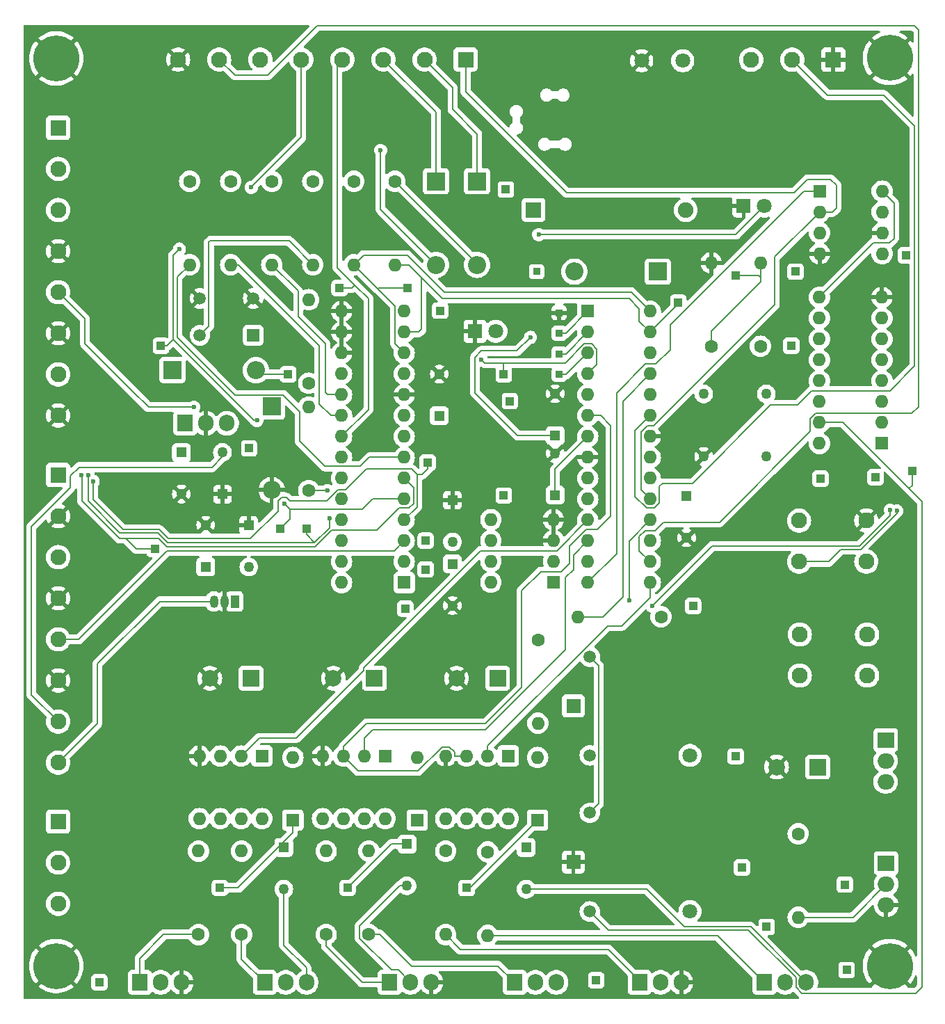
<source format=gbr>
%TF.GenerationSoftware,KiCad,Pcbnew,8.0.3*%
%TF.CreationDate,2024-11-28T01:10:20-08:00*%
%TF.ProjectId,SuperCapacitorBike,53757065-7243-4617-9061-6369746f7242,rev?*%
%TF.SameCoordinates,Original*%
%TF.FileFunction,Copper,L2,Bot*%
%TF.FilePolarity,Positive*%
%FSLAX46Y46*%
G04 Gerber Fmt 4.6, Leading zero omitted, Abs format (unit mm)*
G04 Created by KiCad (PCBNEW 8.0.3) date 2024-11-28 01:10:20*
%MOMM*%
%LPD*%
G01*
G04 APERTURE LIST*
%TA.AperFunction,ComponentPad*%
%ADD10R,1.000000X1.000000*%
%TD*%
%TA.AperFunction,ComponentPad*%
%ADD11R,1.600000X1.600000*%
%TD*%
%TA.AperFunction,ComponentPad*%
%ADD12O,1.600000X1.600000*%
%TD*%
%TA.AperFunction,ComponentPad*%
%ADD13R,1.905000X2.000000*%
%TD*%
%TA.AperFunction,ComponentPad*%
%ADD14O,1.905000X2.000000*%
%TD*%
%TA.AperFunction,ComponentPad*%
%ADD15R,2.200000X2.200000*%
%TD*%
%TA.AperFunction,ComponentPad*%
%ADD16O,2.200000X2.200000*%
%TD*%
%TA.AperFunction,ComponentPad*%
%ADD17C,1.600000*%
%TD*%
%TA.AperFunction,ComponentPad*%
%ADD18R,2.000000X1.905000*%
%TD*%
%TA.AperFunction,ComponentPad*%
%ADD19O,2.000000X1.905000*%
%TD*%
%TA.AperFunction,ComponentPad*%
%ADD20R,0.850000X0.850000*%
%TD*%
%TA.AperFunction,ComponentPad*%
%ADD21R,1.950000X1.950000*%
%TD*%
%TA.AperFunction,ComponentPad*%
%ADD22C,1.950000*%
%TD*%
%TA.AperFunction,ComponentPad*%
%ADD23R,1.270000X1.270000*%
%TD*%
%TA.AperFunction,ComponentPad*%
%ADD24C,1.270000*%
%TD*%
%TA.AperFunction,ComponentPad*%
%ADD25R,1.800000X1.800000*%
%TD*%
%TA.AperFunction,ComponentPad*%
%ADD26C,1.800000*%
%TD*%
%TA.AperFunction,ComponentPad*%
%ADD27R,1.803400X1.803400*%
%TD*%
%TA.AperFunction,ComponentPad*%
%ADD28C,1.498600*%
%TD*%
%TA.AperFunction,ComponentPad*%
%ADD29C,1.803400*%
%TD*%
%TA.AperFunction,ComponentPad*%
%ADD30R,2.000000X2.000000*%
%TD*%
%TA.AperFunction,ComponentPad*%
%ADD31C,2.000000*%
%TD*%
%TA.AperFunction,ComponentPad*%
%ADD32R,1.905000X1.905000*%
%TD*%
%TA.AperFunction,ComponentPad*%
%ADD33C,1.905000*%
%TD*%
%TA.AperFunction,ComponentPad*%
%ADD34C,5.600000*%
%TD*%
%TA.AperFunction,ComponentPad*%
%ADD35R,1.050000X1.500000*%
%TD*%
%TA.AperFunction,ComponentPad*%
%ADD36O,1.050000X1.500000*%
%TD*%
%TA.AperFunction,ComponentPad*%
%ADD37R,1.508000X1.508000*%
%TD*%
%TA.AperFunction,ComponentPad*%
%ADD38C,1.508000*%
%TD*%
%TA.AperFunction,ViaPad*%
%ADD39C,0.600000*%
%TD*%
%TA.AperFunction,Conductor*%
%ADD40C,0.200000*%
%TD*%
G04 APERTURE END LIST*
D10*
%TO.P,TP6,1,1*%
%TO.N,/Motor Controller/HALL_B*%
X57000000Y-90750000D03*
%TD*%
D11*
%TO.P,U3,1,VCC*%
%TO.N,+12V*%
X84800000Y-118450000D03*
D12*
%TO.P,U3,2,IN*%
%TO.N,IN_3*%
X82260000Y-118450000D03*
%TO.P,U3,3,~{SD}*%
%TO.N,SD*%
X79720000Y-118450000D03*
%TO.P,U3,4,COM*%
%TO.N,GND*%
X77180000Y-118450000D03*
%TO.P,U3,5,LO*%
%TO.N,Net-(U3-LO)*%
X77180000Y-126070000D03*
%TO.P,U3,6,VS*%
%TO.N,P3*%
X79720000Y-126070000D03*
%TO.P,U3,7,HO*%
%TO.N,Net-(U3-HO)*%
X82260000Y-126070000D03*
%TO.P,U3,8,VB*%
%TO.N,Net-(D3-K)*%
X84800000Y-126070000D03*
%TD*%
D10*
%TO.P,TP28,1,1*%
%TO.N,C1+*%
X119250000Y-68500000D03*
%TD*%
%TO.P,TP23,1,1*%
%TO.N,Net-(D3-K)*%
X79730000Y-134510000D03*
%TD*%
D13*
%TO.P,Q4,1,G*%
%TO.N,/Half bridge Circuit/LO_1*%
X70350000Y-146000000D03*
D14*
%TO.P,Q4,2,D*%
%TO.N,P1*%
X72890000Y-146000000D03*
%TO.P,Q4,3,S*%
%TO.N,GND*%
X75430000Y-146000000D03*
%TD*%
D10*
%TO.P,TP1,1,1*%
%TO.N,MOSI*%
X133250000Y-57500000D03*
%TD*%
D15*
%TO.P,D8,1,K*%
%TO.N,Net-(D8-K)*%
X81000000Y-48500000D03*
D16*
%TO.P,D8,2,A*%
%TO.N,+5V*%
X81000000Y-58660000D03*
%TD*%
D17*
%TO.P,R1,1*%
%TO.N,+5V*%
X60500000Y-86140000D03*
D12*
%TO.P,R1,2*%
%TO.N,Net-(D10-A)*%
X60500000Y-75980000D03*
%TD*%
D17*
%TO.P,R12,1*%
%TO.N,Net-(U3-LO)*%
X77175000Y-130020000D03*
D12*
%TO.P,R12,2*%
%TO.N,/Half bridge Circuit/LO_3*%
X77175000Y-140180000D03*
%TD*%
D18*
%TO.P,Q7,1,G*%
%TO.N,Net-(Q7-G)*%
X130750000Y-116500000D03*
D19*
%TO.P,Q7,2,D*%
%TO.N,C2-*%
X130750000Y-119040000D03*
%TO.P,Q7,3,S*%
%TO.N,C1+*%
X130750000Y-121580000D03*
%TD*%
D10*
%TO.P,TP15,1,1*%
%TO.N,Net-(Q8-G)*%
X125800000Y-134100000D03*
%TD*%
D20*
%TO.P,J4,1,Pin_1*%
%TO.N,/Motor Controller/TX*%
X91000000Y-72000000D03*
%TD*%
D17*
%TO.P,R22,1*%
%TO.N,/Motor Controller/LED_1*%
X46000000Y-48500000D03*
D12*
%TO.P,R22,2*%
%TO.N,Net-(U5-GPB6)*%
X46000000Y-58660000D03*
%TD*%
D17*
%TO.P,R6,1*%
%TO.N,+5V*%
X66000000Y-48500000D03*
D12*
%TO.P,R6,2*%
%TO.N,/Motor Controller/SCL*%
X66000000Y-58660000D03*
%TD*%
D21*
%TO.P,J10,1,1*%
%TO.N,/Motor Controller/HALL_A*%
X30000000Y-42000000D03*
D22*
%TO.P,J10,2,2*%
%TO.N,/Motor Controller/HALL_B*%
X30000000Y-47000000D03*
%TO.P,J10,3,3*%
%TO.N,/Motor Controller/HALL_C*%
X30000000Y-52000000D03*
%TO.P,J10,4,4*%
%TO.N,GND*%
X30000000Y-57000000D03*
%TO.P,J10,5,5*%
%TO.N,/Motor Controller/BRK1*%
X30000000Y-62000000D03*
%TO.P,J10,6,6*%
%TO.N,GND*%
X30000000Y-67000000D03*
%TO.P,J10,7,7*%
%TO.N,/Motor Controller/BRK2*%
X30000000Y-72000000D03*
%TO.P,J10,8,8*%
%TO.N,GND*%
X30000000Y-77000000D03*
%TD*%
D23*
%TO.P,C10,1*%
%TO.N,Net-(U6-AREF)*%
X106500000Y-86813250D03*
D24*
%TO.P,C10,2*%
%TO.N,GND*%
X106500000Y-91893250D03*
%TD*%
D10*
%TO.P,TP9,1,1*%
%TO.N,/Motor Controller/DC*%
X42500000Y-68500000D03*
%TD*%
D23*
%TO.P,C9,1*%
%TO.N,+5V*%
X90500000Y-86686750D03*
D24*
%TO.P,C9,2*%
%TO.N,GND*%
X90500000Y-81606750D03*
%TD*%
%TO.P,XTAL2,1,EOH*%
%TO.N,unconnected-(XTAL2-EOH-Pad1)*%
X108590000Y-74385999D03*
%TO.P,XTAL2,4,GND*%
%TO.N,GND*%
X108590000Y-82005999D03*
%TO.P,XTAL2,5,OUTPUT*%
%TO.N,/Motor Controller/XTAL1*%
X116210000Y-82005999D03*
%TO.P,XTAL2,8,VCC*%
%TO.N,+5V*%
X116210000Y-74385999D03*
%TD*%
D18*
%TO.P,Q8,1,G*%
%TO.N,Net-(Q8-G)*%
X130805000Y-131500000D03*
D19*
%TO.P,Q8,2,D*%
%TO.N,Net-(Q7-G)*%
X130805000Y-134040000D03*
%TO.P,Q8,3,S*%
%TO.N,GND*%
X130805000Y-136580000D03*
%TD*%
D10*
%TO.P,TP21,1,1*%
%TO.N,Net-(D1-K)*%
X65220000Y-134500000D03*
%TD*%
D25*
%TO.P,D7,1,K*%
%TO.N,GND*%
X113460000Y-51500000D03*
D26*
%TO.P,D7,2,A*%
%TO.N,Net-(D7-A)*%
X116000000Y-51500000D03*
%TD*%
D21*
%TO.P,J13,1,1*%
%TO.N,/Motor Controller/SW_1*%
X30000000Y-84250000D03*
D22*
%TO.P,J13,2,2*%
%TO.N,GND*%
X30000000Y-89250000D03*
%TO.P,J13,3,3*%
%TO.N,/Motor Controller/SW_2*%
X30000000Y-94250000D03*
%TO.P,J13,4,4*%
%TO.N,GND*%
X30000000Y-99250000D03*
%TO.P,J13,5,5*%
%TO.N,/Motor Controller/SW_3*%
X30000000Y-104250000D03*
%TO.P,J13,6,6*%
%TO.N,GND*%
X30000000Y-109250000D03*
%TO.P,J13,7,7*%
%TO.N,/Motor Controller/SW_4*%
X30000000Y-114250000D03*
%TO.P,J13,8,8*%
%TO.N,+5V*%
X30000000Y-119250000D03*
%TD*%
D10*
%TO.P,TP14,1,1*%
%TO.N,RELAYS*%
X122800000Y-84700000D03*
%TD*%
D27*
%TO.P,K2,1,1*%
%TO.N,GND*%
X92717950Y-131365000D03*
D28*
%TO.P,K2,2,2*%
%TO.N,RELAY_2*%
X94717951Y-137364999D03*
D29*
%TO.P,K2,3,3*%
%TO.N,C2-*%
X106917149Y-137364999D03*
D28*
%TO.P,K2,5,5*%
%TO.N,+5V*%
X94717951Y-125365001D03*
%TD*%
D10*
%TO.P,TP34,1,1*%
%TO.N,P1*%
X95500000Y-145750000D03*
%TD*%
D23*
%TO.P,C16,1*%
%TO.N,GND*%
X53200000Y-90363250D03*
D24*
%TO.P,C16,2*%
%TO.N,+3.3V*%
X53200000Y-95443250D03*
%TD*%
D30*
%TO.P,C3,1*%
%TO.N,+12V*%
X53467677Y-109000000D03*
D31*
%TO.P,C3,2*%
%TO.N,GND*%
X48467677Y-109000000D03*
%TD*%
D23*
%TO.P,C12,1*%
%TO.N,GND*%
X78000000Y-87313250D03*
D24*
%TO.P,C12,2*%
%TO.N,+12V*%
X78000000Y-92393250D03*
%TD*%
D15*
%TO.P,D5,1,K*%
%TO.N,+5V*%
X103000000Y-59500000D03*
D16*
%TO.P,D5,2,A*%
%TO.N,Net-(D5-A)*%
X92840000Y-59500000D03*
%TD*%
D23*
%TO.P,C4,1*%
%TO.N,Net-(D2-K)*%
X57467500Y-129573250D03*
D24*
%TO.P,C4,2*%
%TO.N,P2*%
X57467500Y-134653250D03*
%TD*%
D32*
%TO.P,F2,1*%
%TO.N,+12V*%
X87864000Y-52000000D03*
D33*
%TO.P,F2,2*%
X106406000Y-52000000D03*
%TD*%
D11*
%TO.P,U9,1,~{CS}*%
%TO.N,SS2*%
X122700000Y-49700000D03*
D12*
%TO.P,U9,2,SCK*%
%TO.N,SCK*%
X122700000Y-52240000D03*
%TO.P,U9,3,SDI/SDO*%
%TO.N,MOSI*%
X122700000Y-54780000D03*
%TO.P,U9,4,V_{SS}*%
%TO.N,GND*%
X122700000Y-57320000D03*
%TO.P,U9,5,P0A*%
%TO.N,ADC_C2V*%
X130320000Y-57320000D03*
%TO.P,U9,6,P0W*%
%TO.N,GND*%
X130320000Y-54780000D03*
%TO.P,U9,7,P0B*%
%TO.N,unconnected-(U9-P0B-Pad7)*%
X130320000Y-52240000D03*
%TO.P,U9,8,V_{DD}*%
%TO.N,+5V*%
X130320000Y-49700000D03*
%TD*%
D30*
%TO.P,C5,1*%
%TO.N,+12V*%
X83500000Y-109000000D03*
D31*
%TO.P,C5,2*%
%TO.N,GND*%
X78500000Y-109000000D03*
%TD*%
D10*
%TO.P,TP17,1,1*%
%TO.N,/Motor Controller/SCL*%
X72500000Y-61500000D03*
%TD*%
D17*
%TO.P,R5,1*%
%TO.N,+5V*%
X61000000Y-48500000D03*
D12*
%TO.P,R5,2*%
%TO.N,Net-(R5-Pad2)*%
X61000000Y-58660000D03*
%TD*%
D21*
%TO.P,J9,1,1*%
%TO.N,SCK*%
X79600000Y-33680000D03*
D22*
%TO.P,J9,2,2*%
%TO.N,Net-(D8-K)*%
X74600000Y-33680000D03*
%TO.P,J9,3,3*%
%TO.N,Net-(D9-K)*%
X69600000Y-33680000D03*
%TO.P,J9,4,4*%
%TO.N,/Motor Controller/RESET_DISPLAY*%
X64600000Y-33680000D03*
%TO.P,J9,5,5*%
%TO.N,/Motor Controller/DC*%
X59600000Y-33680000D03*
%TO.P,J9,6,6*%
%TO.N,MOSI*%
X54600000Y-33680000D03*
%TO.P,J9,7,7*%
%TO.N,SS1*%
X49600000Y-33680000D03*
%TO.P,J9,8,8*%
%TO.N,GND*%
X44600000Y-33680000D03*
%TD*%
D10*
%TO.P,TP13,1,1*%
%TO.N,/Motor Controller/INTA*%
X84250000Y-72000000D03*
%TD*%
%TO.P,TP4,1,1*%
%TO.N,/Motor Controller/SW_3*%
X74750000Y-92250000D03*
%TD*%
%TO.P,TP26,1,1*%
%TO.N,ADC_C2V*%
X119750000Y-59500000D03*
%TD*%
D13*
%TO.P,Q2,1,G*%
%TO.N,/Half bridge Circuit/HO_3*%
X115990000Y-146000000D03*
D14*
%TO.P,Q2,2,D*%
%TO.N,+VCC*%
X118530000Y-146000000D03*
%TO.P,Q2,3,S*%
%TO.N,P3*%
X121070000Y-146000000D03*
%TD*%
D10*
%TO.P,TP29,1,1*%
%TO.N,Net-(Q7-G)*%
X116250000Y-139250000D03*
%TD*%
D15*
%TO.P,D4,1,K*%
%TO.N,/Motor Controller/SW_4*%
X56000000Y-75920000D03*
D16*
%TO.P,D4,2,A*%
%TO.N,GND*%
X56000000Y-86080000D03*
%TD*%
D25*
%TO.P,D10,1,K*%
%TO.N,GND*%
X80750000Y-66750000D03*
D26*
%TO.P,D10,2,A*%
%TO.N,Net-(D10-A)*%
X83290000Y-66750000D03*
%TD*%
D10*
%TO.P,TP31,1,1*%
%TO.N,C1+*%
X107300000Y-100200000D03*
%TD*%
%TO.P,TP18,1,1*%
%TO.N,+12V*%
X84500000Y-49500000D03*
%TD*%
D13*
%TO.P,Q6,1,G*%
%TO.N,/Half bridge Circuit/LO_3*%
X100780000Y-146000000D03*
D14*
%TO.P,Q6,2,D*%
%TO.N,P3*%
X103320000Y-146000000D03*
%TO.P,Q6,3,S*%
%TO.N,GND*%
X105860000Y-146000000D03*
%TD*%
D10*
%TO.P,TP19,1,1*%
%TO.N,/Motor Controller/SW_4*%
X58000000Y-72000000D03*
%TD*%
D20*
%TO.P,J3,1,Pin_1*%
%TO.N,/Motor Controller/RX*%
X91000000Y-69500000D03*
%TD*%
D23*
%TO.P,C14,1*%
%TO.N,GND*%
X50000000Y-86580000D03*
D24*
%TO.P,C14,2*%
%TO.N,/Motor Controller/SW_4*%
X50000000Y-81500000D03*
%TD*%
D10*
%TO.P,TP12,1,1*%
%TO.N,/Motor Controller/INTB*%
X85000000Y-75250000D03*
%TD*%
D20*
%TO.P,J2,1,Pin_1*%
%TO.N,GND*%
X91000000Y-64500000D03*
%TD*%
D10*
%TO.P,TP35,1,1*%
%TO.N,P2*%
X35000000Y-146000000D03*
%TD*%
D17*
%TO.P,R18,1*%
%TO.N,ADC_C1V*%
X109500000Y-68580000D03*
D12*
%TO.P,R18,2*%
%TO.N,GND*%
X109500000Y-58420000D03*
%TD*%
D20*
%TO.P,J12,1,Pin_1*%
%TO.N,Net-(D5-A)*%
X88250000Y-59500000D03*
%TD*%
D17*
%TO.P,R10,1*%
%TO.N,/Half bridge Circuit/LO_1*%
X62625000Y-140175000D03*
D12*
%TO.P,R10,2*%
%TO.N,Net-(U1-LO)*%
X62625000Y-130015000D03*
%TD*%
D11*
%TO.P,U8,1,I1*%
%TO.N,RELAYS*%
X130300000Y-80400000D03*
D12*
%TO.P,U8,2,I2*%
X130300000Y-77860000D03*
%TO.P,U8,3,I3*%
%TO.N,unconnected-(U8-I3-Pad3)*%
X130300000Y-75320000D03*
%TO.P,U8,4,I4*%
%TO.N,unconnected-(U8-I4-Pad4)*%
X130300000Y-72780000D03*
%TO.P,U8,5,I5*%
%TO.N,unconnected-(U8-I5-Pad5)*%
X130300000Y-70240000D03*
%TO.P,U8,6,I6*%
%TO.N,unconnected-(U8-I6-Pad6)*%
X130300000Y-67700000D03*
%TO.P,U8,7,I7*%
%TO.N,unconnected-(U8-I7-Pad7)*%
X130300000Y-65160000D03*
%TO.P,U8,8,GND*%
%TO.N,GND*%
X130300000Y-62620000D03*
%TO.P,U8,9,COM*%
%TO.N,+5V*%
X122680000Y-62620000D03*
%TO.P,U8,10,O7*%
%TO.N,unconnected-(U8-O7-Pad10)*%
X122680000Y-65160000D03*
%TO.P,U8,11,O6*%
%TO.N,unconnected-(U8-O6-Pad11)*%
X122680000Y-67700000D03*
%TO.P,U8,12,O5*%
%TO.N,unconnected-(U8-O5-Pad12)*%
X122680000Y-70240000D03*
%TO.P,U8,13,O4*%
%TO.N,unconnected-(U8-O4-Pad13)*%
X122680000Y-72780000D03*
%TO.P,U8,14,O3*%
%TO.N,unconnected-(U8-O3-Pad14)*%
X122680000Y-75320000D03*
%TO.P,U8,15,O2*%
%TO.N,RELAY_2*%
X122680000Y-77860000D03*
%TO.P,U8,16,O1*%
%TO.N,RELAY_1*%
X122680000Y-80400000D03*
%TD*%
D22*
%TO.P,J7,1_1,1_1*%
%TO.N,C1+*%
X120200000Y-94800000D03*
%TO.P,J7,1_2,1_2*%
%TO.N,unconnected-(J7-Pad1_2)*%
X128400000Y-94800000D03*
%TO.P,J7,2_1,2_1*%
%TO.N,C1-*%
X120200000Y-89800000D03*
%TO.P,J7,2_2,2_2*%
%TO.N,GND*%
X128400000Y-89800000D03*
%TD*%
D34*
%TO.P,H3,1,1*%
%TO.N,GND*%
X29750000Y-144000000D03*
%TD*%
D11*
%TO.P,U5,1,GPB0*%
%TO.N,/Motor Controller/SW_1*%
X72120000Y-97340000D03*
D12*
%TO.P,U5,2,GPB1*%
%TO.N,/Motor Controller/SW_2*%
X72120000Y-94800000D03*
%TO.P,U5,3,GPB2*%
%TO.N,/Motor Controller/SW_3*%
X72120000Y-92260000D03*
%TO.P,U5,4,GPB3*%
%TO.N,/Motor Controller/HALL_A*%
X72120000Y-89720000D03*
%TO.P,U5,5,GPB4*%
%TO.N,/Motor Controller/HALL_B*%
X72120000Y-87180000D03*
%TO.P,U5,6,GPB5*%
%TO.N,/Motor Controller/HALL_C*%
X72120000Y-84640000D03*
%TO.P,U5,7,GPB6*%
%TO.N,Net-(U5-GPB6)*%
X72120000Y-82100000D03*
%TO.P,U5,8,GPB7*%
%TO.N,unconnected-(U5-GPB7-Pad8)*%
X72120000Y-79560000D03*
%TO.P,U5,9,VDD*%
%TO.N,+5V*%
X72120000Y-77020000D03*
%TO.P,U5,10,VSS*%
%TO.N,GND*%
X72120000Y-74480000D03*
%TO.P,U5,11,NC*%
%TO.N,unconnected-(U5-NC-Pad11)*%
X72120000Y-71940000D03*
%TO.P,U5,12,SCK*%
%TO.N,/Motor Controller/SCL*%
X72120000Y-69400000D03*
%TO.P,U5,13,SDA*%
%TO.N,/Motor Controller/SDA*%
X72120000Y-66860000D03*
%TO.P,U5,14,NC*%
%TO.N,unconnected-(U5-NC-Pad14)*%
X72120000Y-64320000D03*
%TO.P,U5,15,A0*%
%TO.N,GND*%
X64500000Y-64320000D03*
%TO.P,U5,16,A1*%
X64500000Y-66860000D03*
%TO.P,U5,17,A2*%
X64500000Y-69400000D03*
%TO.P,U5,18,~{RESET}*%
%TO.N,/Motor Controller/RESET*%
X64500000Y-71940000D03*
%TO.P,U5,19,INTB*%
%TO.N,/Motor Controller/INTA*%
X64500000Y-74480000D03*
%TO.P,U5,20,INTA*%
%TO.N,/Motor Controller/INTB*%
X64500000Y-77020000D03*
%TO.P,U5,21,GPA0*%
%TO.N,/Motor Controller/RESET_DISPLAY*%
X64500000Y-79560000D03*
%TO.P,U5,22,GPA1*%
%TO.N,/Motor Controller/DC*%
X64500000Y-82100000D03*
%TO.P,U5,23,GPA2*%
%TO.N,/Motor Controller/BRK1*%
X64500000Y-84640000D03*
%TO.P,U5,24,GPA3*%
%TO.N,/Motor Controller/BRK2*%
X64500000Y-87180000D03*
%TO.P,U5,25,GPA4*%
%TO.N,Net-(U5-GPA4)*%
X64500000Y-89720000D03*
%TO.P,U5,26,GPA5*%
%TO.N,unconnected-(U5-GPA5-Pad26)*%
X64500000Y-92260000D03*
%TO.P,U5,27,GPA6*%
%TO.N,unconnected-(U5-GPA6-Pad27)*%
X64500000Y-94800000D03*
%TO.P,U5,28,GPA7*%
%TO.N,unconnected-(U5-GPA7-Pad28)*%
X64500000Y-97340000D03*
%TD*%
D17*
%TO.P,R7,1*%
%TO.N,Net-(U3-HO)*%
X82300000Y-130120000D03*
D12*
%TO.P,R7,2*%
%TO.N,/Half bridge Circuit/HO_3*%
X82300000Y-140280000D03*
%TD*%
D11*
%TO.P,D2,1,K*%
%TO.N,Net-(D2-K)*%
X58567500Y-126250000D03*
D12*
%TO.P,D2,2,A*%
%TO.N,+12V*%
X58567500Y-118630000D03*
%TD*%
D10*
%TO.P,TP16,1,1*%
%TO.N,/Motor Controller/SDA*%
X105500000Y-63250000D03*
%TD*%
D35*
%TO.P,U10,1,VO*%
%TO.N,+3.3V*%
X51500000Y-99640000D03*
D36*
%TO.P,U10,2,GND*%
%TO.N,GND*%
X50230000Y-99640000D03*
%TO.P,U10,3,VI*%
%TO.N,+5V*%
X48960000Y-99640000D03*
%TD*%
D37*
%TO.P,S1,1*%
%TO.N,/Motor Controller/RESET*%
X53750000Y-67250000D03*
D38*
%TO.P,S1,2*%
%TO.N,Net-(R5-Pad2)*%
X47250000Y-67250000D03*
%TO.P,S1,3*%
%TO.N,GND*%
X53750000Y-62750000D03*
%TO.P,S1,4*%
X47250000Y-62750000D03*
%TD*%
D23*
%TO.P,C13,1*%
%TO.N,+5V*%
X76400000Y-77036750D03*
D24*
%TO.P,C13,2*%
%TO.N,GND*%
X76400000Y-71956750D03*
%TD*%
D30*
%TO.P,C2,1*%
%TO.N,+12V*%
X68500000Y-109000000D03*
D31*
%TO.P,C2,2*%
%TO.N,GND*%
X63500000Y-109000000D03*
%TD*%
D17*
%TO.P,R11,1*%
%TO.N,/Half bridge Circuit/LO_2*%
X47075000Y-140175000D03*
D12*
%TO.P,R11,2*%
%TO.N,Net-(U2-LO)*%
X47075000Y-130015000D03*
%TD*%
D21*
%TO.P,J14,1,1*%
%TO.N,GND*%
X124372500Y-33700000D03*
D22*
%TO.P,J14,2,2*%
%TO.N,/Motor Controller/TH_DATA*%
X119372500Y-33700000D03*
%TO.P,J14,3,3*%
%TO.N,+5V*%
X114372500Y-33700000D03*
%TD*%
D11*
%TO.P,U6,1,~{RESET}/PC6*%
%TO.N,/Motor Controller/RESET*%
X94467500Y-64320000D03*
D12*
%TO.P,U6,2,PD0*%
%TO.N,/Motor Controller/RX*%
X94467500Y-66860000D03*
%TO.P,U6,3,PD1*%
%TO.N,/Motor Controller/TX*%
X94467500Y-69400000D03*
%TO.P,U6,4,PD2*%
%TO.N,/Motor Controller/INTA*%
X94467500Y-71940000D03*
%TO.P,U6,5,PD3*%
%TO.N,/Motor Controller/INTB*%
X94467500Y-74480000D03*
%TO.P,U6,6,PD4*%
%TO.N,SD*%
X94467500Y-77020000D03*
%TO.P,U6,7,VCC*%
%TO.N,+5V*%
X94467500Y-79560000D03*
%TO.P,U6,8,GND*%
%TO.N,GND*%
X94467500Y-82100000D03*
%TO.P,U6,9,XTAL1/PB6*%
%TO.N,/Motor Controller/XTAL1*%
X94467500Y-84640000D03*
%TO.P,U6,10,XTAL2/PB7*%
%TO.N,unconnected-(U6-XTAL2{slash}PB7-Pad10)*%
X94467500Y-87180000D03*
%TO.P,U6,11,PD5*%
%TO.N,IN_2*%
X94467500Y-89720000D03*
%TO.P,U6,12,PD6*%
%TO.N,IN_1*%
X94467500Y-92260000D03*
%TO.P,U6,13,PD7*%
%TO.N,RELAYS*%
X94467500Y-94800000D03*
%TO.P,U6,14,PB0*%
%TO.N,SS2*%
X94467500Y-97340000D03*
%TO.P,U6,15,PB1*%
%TO.N,IN_3*%
X102087500Y-97340000D03*
%TO.P,U6,16,PB2*%
%TO.N,SS1*%
X102087500Y-94800000D03*
%TO.P,U6,17,PB3*%
%TO.N,MOSI*%
X102087500Y-92260000D03*
%TO.P,U6,18,PB4*%
%TO.N,MOS_DRIVER*%
X102087500Y-89720000D03*
%TO.P,U6,19,PB5*%
%TO.N,SCK*%
X102087500Y-87180000D03*
%TO.P,U6,20,AVCC*%
%TO.N,+5V*%
X102087500Y-84640000D03*
%TO.P,U6,21,AREF*%
%TO.N,Net-(U6-AREF)*%
X102087500Y-82100000D03*
%TO.P,U6,22,GND*%
%TO.N,GND*%
X102087500Y-79560000D03*
%TO.P,U6,23,PC0*%
%TO.N,/Motor Controller/TH_DATA*%
X102087500Y-77020000D03*
%TO.P,U6,24,PC1*%
%TO.N,ADC_C1V*%
X102087500Y-74480000D03*
%TO.P,U6,25,PC2*%
%TO.N,ADC_C2V*%
X102087500Y-71940000D03*
%TO.P,U6,26,PC3*%
%TO.N,unconnected-(U6-PC3-Pad26)*%
X102087500Y-69400000D03*
%TO.P,U6,27,PC4*%
%TO.N,/Motor Controller/SDA*%
X102087500Y-66860000D03*
%TO.P,U6,28,PC5*%
%TO.N,/Motor Controller/SCL*%
X102087500Y-64320000D03*
%TD*%
D10*
%TO.P,TP11,1,1*%
%TO.N,/Motor Controller/BRK2*%
X60250000Y-90750000D03*
%TD*%
D15*
%TO.P,D9,1,K*%
%TO.N,Net-(D9-K)*%
X76000000Y-48500000D03*
D16*
%TO.P,D9,2,A*%
%TO.N,+3.3V*%
X76000000Y-58660000D03*
%TD*%
D10*
%TO.P,TP20,1,1*%
%TO.N,+3.3V*%
X76500000Y-64250000D03*
%TD*%
%TO.P,TP5,1,1*%
%TO.N,/Motor Controller/HALL_A*%
X75000000Y-82750000D03*
%TD*%
D11*
%TO.P,D1,1,K*%
%TO.N,Net-(D1-K)*%
X73700000Y-126250000D03*
D12*
%TO.P,D1,2,A*%
%TO.N,+12V*%
X73700000Y-118630000D03*
%TD*%
D11*
%TO.P,U2,1,VCC*%
%TO.N,+12V*%
X54800000Y-118450000D03*
D12*
%TO.P,U2,2,IN*%
%TO.N,IN_2*%
X52260000Y-118450000D03*
%TO.P,U2,3,~{SD}*%
%TO.N,SD*%
X49720000Y-118450000D03*
%TO.P,U2,4,COM*%
%TO.N,GND*%
X47180000Y-118450000D03*
%TO.P,U2,5,LO*%
%TO.N,Net-(U2-LO)*%
X47180000Y-126070000D03*
%TO.P,U2,6,VS*%
%TO.N,P2*%
X49720000Y-126070000D03*
%TO.P,U2,7,HO*%
%TO.N,Net-(U2-HO)*%
X52260000Y-126070000D03*
%TO.P,U2,8,VB*%
%TO.N,Net-(D2-K)*%
X54800000Y-126070000D03*
%TD*%
D13*
%TO.P,Q1,1,G*%
%TO.N,/Half bridge Circuit/HO_2*%
X55142000Y-146000000D03*
D14*
%TO.P,Q1,2,D*%
%TO.N,+VCC*%
X57682000Y-146000000D03*
%TO.P,Q1,3,S*%
%TO.N,P2*%
X60222000Y-146000000D03*
%TD*%
D23*
%TO.P,C15,1*%
%TO.N,+5V*%
X47960000Y-95436750D03*
D24*
%TO.P,C15,2*%
%TO.N,GND*%
X47960000Y-90356750D03*
%TD*%
D34*
%TO.P,H1,1,1*%
%TO.N,GND*%
X29750000Y-33550000D03*
%TD*%
D13*
%TO.P,Q3,1,G*%
%TO.N,/Half bridge Circuit/HO_1*%
X85570000Y-146000000D03*
D14*
%TO.P,Q3,2,D*%
%TO.N,+VCC*%
X88110000Y-146000000D03*
%TO.P,Q3,3,S*%
%TO.N,P1*%
X90650000Y-146000000D03*
%TD*%
D23*
%TO.P,C8,1*%
%TO.N,+12V*%
X45000000Y-81500000D03*
D24*
%TO.P,C8,2*%
%TO.N,GND*%
X45000000Y-86580000D03*
%TD*%
D17*
%TO.P,R8,1*%
%TO.N,/Half bridge Circuit/HO_2*%
X52317500Y-140180000D03*
D12*
%TO.P,R8,2*%
%TO.N,Net-(U2-HO)*%
X52317500Y-130020000D03*
%TD*%
D10*
%TO.P,TP25,1,1*%
%TO.N,RELAY_2*%
X134000000Y-83750000D03*
%TD*%
D17*
%TO.P,R3,1*%
%TO.N,+5V*%
X71000000Y-48500000D03*
D12*
%TO.P,R3,2*%
%TO.N,/Motor Controller/SDA*%
X71000000Y-58660000D03*
%TD*%
D20*
%TO.P,J5,1,Pin_1*%
%TO.N,/Motor Controller/RESET*%
X91000000Y-67000000D03*
%TD*%
D17*
%TO.P,R17,1*%
%TO.N,C1+*%
X115500000Y-68580000D03*
D12*
%TO.P,R17,2*%
%TO.N,ADC_C1V*%
X115500000Y-58420000D03*
%TD*%
D17*
%TO.P,R20,1*%
%TO.N,+5V*%
X56000000Y-48500000D03*
D12*
%TO.P,R20,2*%
%TO.N,/Motor Controller/INTA*%
X56000000Y-58660000D03*
%TD*%
D10*
%TO.P,TP8,1,1*%
%TO.N,/Motor Controller/RESET_DISPLAY*%
X64250000Y-61500000D03*
%TD*%
D23*
%TO.P,C11,1*%
%TO.N,+12V*%
X78000000Y-95063250D03*
D24*
%TO.P,C11,2*%
%TO.N,GND*%
X78000000Y-100143250D03*
%TD*%
D10*
%TO.P,TP10,1,1*%
%TO.N,/Motor Controller/BRK1*%
X53250000Y-81000000D03*
%TD*%
D27*
%TO.P,K1,1,1*%
%TO.N,C1+*%
X92717950Y-112365000D03*
D28*
%TO.P,K1,2,2*%
%TO.N,RELAY_1*%
X94717951Y-118364999D03*
D29*
%TO.P,K1,3,3*%
%TO.N,+VCC*%
X106917149Y-118364999D03*
D28*
%TO.P,K1,5,5*%
%TO.N,+5V*%
X94717951Y-106365001D03*
%TD*%
D11*
%TO.P,U4,1,N_C*%
%TO.N,unconnected-(U4-N_C-Pad1)*%
X90300000Y-97300000D03*
D12*
%TO.P,U4,2,INA*%
%TO.N,MOS_DRIVER*%
X90300000Y-94760000D03*
%TO.P,U4,3,GND*%
%TO.N,GND*%
X90300000Y-92220000D03*
%TO.P,U4,4,INB*%
X90300000Y-89680000D03*
%TO.P,U4,5,OUTB*%
%TO.N,unconnected-(U4-OUTB-Pad5)*%
X82680000Y-89680000D03*
%TO.P,U4,6,VDD*%
%TO.N,+12V*%
X82680000Y-92220000D03*
%TO.P,U4,7,OUTA*%
%TO.N,Net-(U4-OUTA)*%
X82680000Y-94760000D03*
%TO.P,U4,8,N_C*%
%TO.N,unconnected-(U4-N_C-Pad8)*%
X82680000Y-97300000D03*
%TD*%
D11*
%TO.P,D3,1,K*%
%TO.N,Net-(D3-K)*%
X88367500Y-126250000D03*
D12*
%TO.P,D3,2,A*%
%TO.N,+12V*%
X88367500Y-118630000D03*
%TD*%
D21*
%TO.P,J6,1,1*%
%TO.N,P3*%
X29990000Y-126427500D03*
D22*
%TO.P,J6,2,2*%
%TO.N,P1*%
X29990000Y-131427500D03*
%TO.P,J6,3,3*%
%TO.N,P2*%
X29990000Y-136427500D03*
%TD*%
D17*
%TO.P,R16,1*%
%TO.N,+VCC*%
X103400000Y-101500000D03*
D12*
%TO.P,R16,2*%
%TO.N,ADC_C2V*%
X93240000Y-101500000D03*
%TD*%
D10*
%TO.P,TP30,1,1*%
%TO.N,+VCC*%
X112500000Y-118500000D03*
%TD*%
D17*
%TO.P,R4,1*%
%TO.N,C1+*%
X120100000Y-127920000D03*
D12*
%TO.P,R4,2*%
%TO.N,Net-(Q7-G)*%
X120100000Y-138080000D03*
%TD*%
D10*
%TO.P,TP36,1,1*%
%TO.N,P3*%
X126000000Y-144500000D03*
%TD*%
D17*
%TO.P,R13,1*%
%TO.N,Net-(U5-GPA4)*%
X60500000Y-73080000D03*
D12*
%TO.P,R13,2*%
%TO.N,Net-(D7-A)*%
X60500000Y-62920000D03*
%TD*%
D10*
%TO.P,TP2,1,1*%
%TO.N,/Motor Controller/SW_1*%
X72250000Y-100500000D03*
%TD*%
D17*
%TO.P,R9,1*%
%TO.N,/Half bridge Circuit/HO_1*%
X67817500Y-140180000D03*
D12*
%TO.P,R9,2*%
%TO.N,Net-(U1-HO)*%
X67817500Y-130020000D03*
%TD*%
D13*
%TO.P,Q5,1,G*%
%TO.N,/Half bridge Circuit/LO_2*%
X39930000Y-146000000D03*
D14*
%TO.P,Q5,2,D*%
%TO.N,P2*%
X42470000Y-146000000D03*
%TO.P,Q5,3,S*%
%TO.N,GND*%
X45010000Y-146000000D03*
%TD*%
D11*
%TO.P,U1,1,VCC*%
%TO.N,+12V*%
X69800000Y-118450000D03*
D12*
%TO.P,U1,2,IN*%
%TO.N,IN_1*%
X67260000Y-118450000D03*
%TO.P,U1,3,~{SD}*%
%TO.N,SD*%
X64720000Y-118450000D03*
%TO.P,U1,4,COM*%
%TO.N,GND*%
X62180000Y-118450000D03*
%TO.P,U1,5,LO*%
%TO.N,Net-(U1-LO)*%
X62180000Y-126070000D03*
%TO.P,U1,6,VS*%
%TO.N,P1*%
X64720000Y-126070000D03*
%TO.P,U1,7,HO*%
%TO.N,Net-(U1-HO)*%
X67260000Y-126070000D03*
%TO.P,U1,8,VB*%
%TO.N,Net-(D1-K)*%
X69800000Y-126070000D03*
%TD*%
D34*
%TO.P,H4,1,1*%
%TO.N,GND*%
X131250000Y-144000000D03*
%TD*%
D10*
%TO.P,TP22,1,1*%
%TO.N,Net-(D2-K)*%
X49690000Y-134500000D03*
%TD*%
D29*
%TO.P,J1,1,1*%
%TO.N,/Motor Controller/LED_1*%
X106041784Y-33830000D03*
%TO.P,J1,2,2*%
%TO.N,GND*%
X101041784Y-33830000D03*
%TD*%
D34*
%TO.P,H2,1,1*%
%TO.N,GND*%
X131250000Y-33500000D03*
%TD*%
D10*
%TO.P,TP33,1,1*%
%TO.N,C2-*%
X113250000Y-132000000D03*
%TD*%
D23*
%TO.P,C6,1*%
%TO.N,Net-(D3-K)*%
X86967500Y-129573250D03*
D24*
%TO.P,C6,2*%
%TO.N,P3*%
X86967500Y-134653250D03*
%TD*%
D10*
%TO.P,TP24,1,1*%
%TO.N,RELAY_1*%
X129500000Y-84500000D03*
%TD*%
D23*
%TO.P,C17,1*%
%TO.N,+5V*%
X90500000Y-79436750D03*
D24*
%TO.P,C17,2*%
%TO.N,GND*%
X90500000Y-74356750D03*
%TD*%
D10*
%TO.P,TP27,1,1*%
%TO.N,ADC_C1V*%
X112500000Y-60000000D03*
%TD*%
D30*
%TO.P,C7,1*%
%TO.N,+VCC*%
X122467677Y-119800000D03*
D31*
%TO.P,C7,2*%
%TO.N,GND*%
X117467677Y-119800000D03*
%TD*%
D10*
%TO.P,TP7,1,1*%
%TO.N,/Motor Controller/HALL_C*%
X41750000Y-93250000D03*
%TD*%
%TO.P,TP32,1,1*%
%TO.N,MOS_DRIVER*%
X84250000Y-86750000D03*
%TD*%
D15*
%TO.P,D6,1,K*%
%TO.N,+12V*%
X43920000Y-71500000D03*
D16*
%TO.P,D6,2,A*%
%TO.N,/Motor Controller/SW_4*%
X54080000Y-71500000D03*
%TD*%
D17*
%TO.P,R21,1*%
%TO.N,+5V*%
X51000000Y-48500000D03*
D12*
%TO.P,R21,2*%
%TO.N,/Motor Controller/INTB*%
X51000000Y-58660000D03*
%TD*%
D23*
%TO.P,C1,1*%
%TO.N,Net-(D1-K)*%
X72467500Y-129173250D03*
D24*
%TO.P,C1,2*%
%TO.N,P1*%
X72467500Y-134253250D03*
%TD*%
D22*
%TO.P,J8,1_1,1_1*%
%TO.N,+VCC*%
X120287500Y-108655000D03*
%TO.P,J8,1_2,1_2*%
%TO.N,unconnected-(J8-Pad1_2)*%
X128487500Y-108655000D03*
%TO.P,J8,2_1,2_1*%
%TO.N,unconnected-(J8-Pad2_1)*%
X120287500Y-103655000D03*
%TO.P,J8,2_2,2_2*%
%TO.N,C2-*%
X128487500Y-103655000D03*
%TD*%
D10*
%TO.P,TP3,1,1*%
%TO.N,/Motor Controller/SW_2*%
X74750000Y-95750000D03*
%TD*%
D13*
%TO.P,U7,1,IN*%
%TO.N,+12V*%
X45460000Y-77945000D03*
D14*
%TO.P,U7,2,GND*%
%TO.N,GND*%
X48000000Y-77945000D03*
%TO.P,U7,3,OUT*%
%TO.N,/Motor Controller/SW_4*%
X50540000Y-77945000D03*
%TD*%
D17*
%TO.P,R2,1*%
%TO.N,Net-(U4-OUTA)*%
X88400000Y-104300000D03*
D12*
%TO.P,R2,2*%
%TO.N,Net-(Q8-G)*%
X88400000Y-114460000D03*
%TD*%
D39*
%TO.N,+5V*%
X87500000Y-67500000D03*
X62750000Y-86140000D03*
%TO.N,C1+*%
X132093730Y-88624404D03*
%TO.N,/Motor Controller/HALL_C*%
X32825031Y-84245425D03*
%TO.N,/Motor Controller/HALL_B*%
X57500000Y-87750000D03*
%TO.N,/Motor Controller/BRK2*%
X33623815Y-84289559D03*
X63000000Y-89500000D03*
%TO.N,/Motor Controller/BRK1*%
X46500000Y-76000000D03*
%TO.N,/Motor Controller/HALL_A*%
X34250000Y-85000000D03*
%TO.N,RELAY_1*%
X131300000Y-88524420D03*
X102300000Y-100200000D03*
%TO.N,/Motor Controller/INTA*%
X81500000Y-70250000D03*
%TO.N,MOS_DRIVER*%
X99500000Y-99500000D03*
%TO.N,+3.3V*%
X69250000Y-44750000D03*
%TO.N,Net-(D7-A)*%
X88500000Y-55000000D03*
%TO.N,/Motor Controller/DC*%
X53500000Y-49250000D03*
X54200000Y-77600000D03*
X44750000Y-56750000D03*
%TD*%
D40*
%TO.N,Net-(D1-K)*%
X65250000Y-134500000D02*
X70576750Y-129173250D01*
X70576750Y-129173250D02*
X72467500Y-129173250D01*
X65220000Y-134500000D02*
X65250000Y-134500000D01*
%TO.N,+12V*%
X82506750Y-92393250D02*
X82680000Y-92220000D01*
%TO.N,Net-(D2-K)*%
X51885000Y-134500000D02*
X58567500Y-127817500D01*
X49690000Y-134500000D02*
X51885000Y-134500000D01*
X58567500Y-127817500D02*
X58567500Y-126250000D01*
%TO.N,Net-(D3-K)*%
X80107500Y-134510000D02*
X88367500Y-126250000D01*
X79730000Y-134510000D02*
X80107500Y-134510000D01*
%TO.N,+5V*%
X81000000Y-58500000D02*
X81000000Y-58660000D01*
X94467500Y-79560000D02*
X90500000Y-83527500D01*
X80750000Y-74250000D02*
X85936750Y-79436750D01*
X62750000Y-86140000D02*
X60500000Y-86140000D01*
X122680000Y-62570000D02*
X129250000Y-56000000D01*
X90500000Y-83527500D02*
X90500000Y-86686750D01*
X129250000Y-56000000D02*
X131202817Y-56000000D01*
X85936750Y-79436750D02*
X90500000Y-79436750D01*
X131750000Y-51130000D02*
X130320000Y-49700000D01*
X42360000Y-99640000D02*
X34750000Y-107250000D01*
X95813251Y-124269701D02*
X95813251Y-107460301D01*
X48960000Y-99640000D02*
X42360000Y-99640000D01*
X87500000Y-67500000D02*
X85852082Y-69147918D01*
X71000000Y-48500000D02*
X81000000Y-58500000D01*
X80750000Y-69939339D02*
X80750000Y-74250000D01*
X131202817Y-56000000D02*
X131750000Y-55452817D01*
X94717951Y-125365001D02*
X95813251Y-124269701D01*
X34750000Y-107250000D02*
X34750000Y-114500000D01*
X81541421Y-69147918D02*
X80750000Y-69939339D01*
X85852082Y-69147918D02*
X81541421Y-69147918D01*
X131750000Y-55452817D02*
X131750000Y-51130000D01*
X122680000Y-62620000D02*
X122680000Y-62570000D01*
X34750000Y-114500000D02*
X30000000Y-119250000D01*
X95813251Y-107460301D02*
X94717951Y-106365001D01*
%TO.N,P1*%
X72467500Y-134253250D02*
X71569475Y-134253250D01*
X70581865Y-144500000D02*
X71390000Y-144500000D01*
X71390000Y-144500000D02*
X72890000Y-146000000D01*
X71569475Y-134253250D02*
X66717500Y-139105225D01*
X66717500Y-140635635D02*
X70581865Y-144500000D01*
X66717500Y-139105225D02*
X66717500Y-140635635D01*
%TO.N,P3*%
X114320000Y-139250000D02*
X121070000Y-146000000D01*
X106250000Y-139250000D02*
X114320000Y-139250000D01*
X101653250Y-134653250D02*
X106250000Y-139250000D01*
X86967500Y-134653250D02*
X101653250Y-134653250D01*
%TO.N,P2*%
X57467500Y-134653250D02*
X57467500Y-141467500D01*
X57467500Y-141467500D02*
X60222000Y-144222000D01*
X60222000Y-144222000D02*
X60222000Y-146000000D01*
%TO.N,/Motor Controller/RX*%
X91827500Y-69500000D02*
X94467500Y-66860000D01*
X91000000Y-69500000D02*
X91827500Y-69500000D01*
%TO.N,/Motor Controller/TX*%
X91000000Y-72000000D02*
X91867500Y-72000000D01*
X91867500Y-72000000D02*
X94467500Y-69400000D01*
%TO.N,/Motor Controller/RESET*%
X91787500Y-67000000D02*
X94467500Y-64320000D01*
X91000000Y-67000000D02*
X91787500Y-67000000D01*
%TO.N,C1+*%
X125300000Y-93300000D02*
X123800000Y-94800000D01*
X132093730Y-88624404D02*
X132093730Y-88906270D01*
X127700000Y-93300000D02*
X125300000Y-93300000D01*
X132093730Y-88906270D02*
X127700000Y-93300000D01*
X123800000Y-94800000D02*
X120200000Y-94800000D01*
%TO.N,/Motor Controller/TH_DATA*%
X116750000Y-75750000D02*
X120000000Y-75750000D01*
X134250000Y-41750000D02*
X130500000Y-38000000D01*
X102543135Y-88280000D02*
X103187500Y-87635635D01*
X103587500Y-85261321D02*
X107238679Y-85261321D01*
X131250000Y-74000000D02*
X134250000Y-71000000D01*
X103187500Y-85661321D02*
X103587500Y-85261321D01*
X103187500Y-87635635D02*
X103187500Y-85661321D01*
X101631865Y-88280000D02*
X102543135Y-88280000D01*
X107238679Y-85261321D02*
X116750000Y-75750000D01*
X130500000Y-38000000D02*
X123672500Y-38000000D01*
X134250000Y-71000000D02*
X134250000Y-41750000D01*
X100250000Y-78857500D02*
X100250000Y-86898135D01*
X100250000Y-86898135D02*
X101631865Y-88280000D01*
X121750000Y-74000000D02*
X131250000Y-74000000D01*
X120000000Y-75750000D02*
X121750000Y-74000000D01*
X123672500Y-38000000D02*
X119372500Y-33700000D01*
X102087500Y-77020000D02*
X100250000Y-78857500D01*
%TO.N,/Motor Controller/SW_4*%
X26750000Y-90500000D02*
X31500000Y-85750000D01*
X32551103Y-83296079D02*
X48703921Y-83296079D01*
X54580000Y-72000000D02*
X54080000Y-71500000D01*
X50000000Y-82000000D02*
X50000000Y-81500000D01*
X58000000Y-72000000D02*
X54580000Y-72000000D01*
X50540000Y-77945000D02*
X50981000Y-78386000D01*
X31500000Y-84347182D02*
X32551103Y-83296079D01*
X48703921Y-83296079D02*
X50000000Y-82000000D01*
X31500000Y-85750000D02*
X31500000Y-84347182D01*
X30000000Y-114250000D02*
X26750000Y-111000000D01*
X26750000Y-111000000D02*
X26750000Y-90500000D01*
%TO.N,/Motor Controller/SW_3*%
X32500000Y-104250000D02*
X43250000Y-93500000D01*
X30000000Y-104250000D02*
X32500000Y-104250000D01*
X43250000Y-93500000D02*
X70880000Y-93500000D01*
X70880000Y-93500000D02*
X72120000Y-92260000D01*
%TO.N,/Motor Controller/HALL_C*%
X43210000Y-92960000D02*
X61290000Y-92960000D01*
X41750000Y-93250000D02*
X39500000Y-93250000D01*
X68770000Y-90980000D02*
X71470000Y-88280000D01*
X73300000Y-87700000D02*
X73300000Y-85820000D01*
X32907843Y-87407843D02*
X37500000Y-92000000D01*
X61290000Y-92960000D02*
X63270000Y-90980000D01*
X63270000Y-90980000D02*
X68770000Y-90980000D01*
X37500000Y-92000000D02*
X38250000Y-92000000D01*
X42250000Y-92000000D02*
X43210000Y-92960000D01*
X32825031Y-84245425D02*
X32907843Y-84328237D01*
X73300000Y-85820000D02*
X72120000Y-84640000D01*
X32907843Y-84328237D02*
X32907843Y-87407843D01*
X38250000Y-92000000D02*
X42250000Y-92000000D01*
X39500000Y-93250000D02*
X38250000Y-92000000D01*
X71470000Y-88280000D02*
X72720000Y-88280000D01*
X72720000Y-88280000D02*
X73300000Y-87700000D01*
%TO.N,/Motor Controller/HALL_B*%
X57000000Y-90750000D02*
X58190000Y-89560000D01*
X67060000Y-88440000D02*
X58190000Y-88440000D01*
X58190000Y-88440000D02*
X57500000Y-87750000D01*
X58190000Y-89560000D02*
X58190000Y-88440000D01*
X67060000Y-88440000D02*
X68320000Y-87180000D01*
X69700000Y-87180000D02*
X72120000Y-87180000D01*
X68320000Y-87180000D02*
X69700000Y-87180000D01*
%TO.N,/Motor Controller/BRK2*%
X42117248Y-91301562D02*
X37498438Y-91301562D01*
X37498438Y-91301562D02*
X33623815Y-87426939D01*
X61217157Y-92467157D02*
X61184314Y-92500000D01*
X60250000Y-91500000D02*
X61217157Y-92467157D01*
X60250000Y-90750000D02*
X60250000Y-91500000D01*
X63000000Y-89500000D02*
X63000000Y-90684314D01*
X33623815Y-87426939D02*
X33623815Y-84289559D01*
X43315686Y-92500000D02*
X42117248Y-91301562D01*
X63000000Y-90684314D02*
X61217157Y-92467157D01*
X61184314Y-92500000D02*
X43315686Y-92500000D01*
%TO.N,/Motor Controller/BRK1*%
X33250000Y-65250000D02*
X30000000Y-62000000D01*
X33250000Y-68250000D02*
X33250000Y-65250000D01*
X46500000Y-76000000D02*
X41000000Y-76000000D01*
X41000000Y-76000000D02*
X39000000Y-74000000D01*
X39000000Y-74000000D02*
X33250000Y-68250000D01*
%TO.N,/Motor Controller/HALL_A*%
X74300000Y-84200000D02*
X75000000Y-83500000D01*
X43381372Y-92000000D02*
X53400000Y-92000000D01*
X73700000Y-84200000D02*
X74300000Y-84200000D01*
X67495635Y-83540000D02*
X73040000Y-83540000D01*
X73700000Y-84200000D02*
X73700000Y-88140000D01*
X64955635Y-86080000D02*
X67495635Y-83540000D01*
X34250000Y-87250000D02*
X37901562Y-90901562D01*
X62685026Y-87439339D02*
X64044365Y-86080000D01*
X56750000Y-88650000D02*
X56750000Y-87439339D01*
X56750000Y-87439339D02*
X57189339Y-87000000D01*
X53400000Y-92000000D02*
X56750000Y-88650000D01*
X73040000Y-83540000D02*
X73700000Y-84200000D01*
X64044365Y-86080000D02*
X64955635Y-86080000D01*
X57810661Y-87000000D02*
X58250000Y-87439339D01*
X57189339Y-87000000D02*
X57810661Y-87000000D01*
X58250000Y-87439339D02*
X62685026Y-87439339D01*
X75000000Y-83500000D02*
X75000000Y-82750000D01*
X37901562Y-90901562D02*
X42282934Y-90901562D01*
X73700000Y-88140000D02*
X72120000Y-89720000D01*
X34250000Y-85000000D02*
X34250000Y-87250000D01*
X42282934Y-90901562D02*
X43381372Y-92000000D01*
%TO.N,RELAY_1*%
X109600000Y-92900000D02*
X102300000Y-100200000D01*
X131300000Y-89134314D02*
X127534314Y-92900000D01*
X131300000Y-88524420D02*
X131300000Y-89134314D01*
X127534314Y-92900000D02*
X109600000Y-92900000D01*
%TO.N,RELAY_2*%
X134000000Y-85500000D02*
X133600000Y-85900000D01*
X122680000Y-77860000D02*
X125560000Y-77860000D01*
X133600000Y-85900000D02*
X135150000Y-87450000D01*
X134450000Y-147300000D02*
X120551198Y-147300000D01*
X135150000Y-87450000D02*
X135150000Y-146600000D01*
X114033802Y-139650000D02*
X97002952Y-139650000D01*
X134000000Y-83750000D02*
X134000000Y-85500000D01*
X135150000Y-146600000D02*
X134450000Y-147300000D01*
X119817500Y-145433698D02*
X114033802Y-139650000D01*
X119817500Y-146566302D02*
X119817500Y-145433698D01*
X120551198Y-147300000D02*
X119817500Y-146566302D01*
X97002952Y-139650000D02*
X94717951Y-137364999D01*
X125560000Y-77860000D02*
X133600000Y-85900000D01*
%TO.N,/Half bridge Circuit/HO_2*%
X52317500Y-140180000D02*
X52317500Y-143175500D01*
X52317500Y-143175500D02*
X55142000Y-146000000D01*
%TO.N,/Half bridge Circuit/HO_3*%
X82300000Y-140280000D02*
X110270000Y-140280000D01*
X110270000Y-140280000D02*
X110645000Y-140655000D01*
X110645000Y-140655000D02*
X115990000Y-146000000D01*
%TO.N,/Half bridge Circuit/HO_1*%
X67817500Y-140180000D02*
X69180000Y-140180000D01*
X73000000Y-144000000D02*
X83570000Y-144000000D01*
X83570000Y-144000000D02*
X85570000Y-146000000D01*
X69180000Y-140180000D02*
X73000000Y-144000000D01*
%TO.N,/Half bridge Circuit/LO_1*%
X62625000Y-140175000D02*
X62625000Y-141625000D01*
X67000000Y-146000000D02*
X70350000Y-146000000D01*
X62625000Y-141625000D02*
X67000000Y-146000000D01*
%TO.N,/Half bridge Circuit/LO_2*%
X47075000Y-140175000D02*
X47070000Y-140180000D01*
X42820000Y-140180000D02*
X39930000Y-143070000D01*
X47070000Y-140180000D02*
X42820000Y-140180000D01*
X39930000Y-143070000D02*
X39930000Y-146000000D01*
%TO.N,/Half bridge Circuit/LO_3*%
X78995000Y-142000000D02*
X77175000Y-140180000D01*
X100780000Y-145780000D02*
X97000000Y-142000000D01*
X97000000Y-142000000D02*
X78995000Y-142000000D01*
X100780000Y-146000000D02*
X100780000Y-145780000D01*
%TO.N,Net-(Q7-G)*%
X126765000Y-138080000D02*
X130805000Y-134040000D01*
X126765000Y-138080000D02*
X120100000Y-138080000D01*
%TO.N,Net-(R5-Pad2)*%
X47250000Y-67250000D02*
X48350000Y-66150000D01*
X48350000Y-65500000D02*
X48350000Y-55900000D01*
X58090000Y-55750000D02*
X61000000Y-58660000D01*
X48350000Y-55900000D02*
X48500000Y-55750000D01*
X48350000Y-66150000D02*
X48350000Y-65500000D01*
X48500000Y-55750000D02*
X58090000Y-55750000D01*
%TO.N,/Motor Controller/SDA*%
X100750000Y-64000000D02*
X99500000Y-62750000D01*
X72120000Y-66860000D02*
X73890000Y-66860000D01*
X71000000Y-58660000D02*
X72660000Y-58660000D01*
X74250000Y-62000000D02*
X74250000Y-66500000D01*
X102087500Y-66860000D02*
X100750000Y-65522500D01*
X99500000Y-62750000D02*
X76750000Y-62750000D01*
X100750000Y-65522500D02*
X100750000Y-64000000D01*
X102087500Y-66860000D02*
X105500000Y-63447500D01*
X105500000Y-63447500D02*
X105500000Y-63250000D01*
X76750000Y-62750000D02*
X74250000Y-60250000D01*
X72660000Y-58660000D02*
X74250000Y-60250000D01*
X74250000Y-60250000D02*
X74250000Y-62000000D01*
X73890000Y-66860000D02*
X74250000Y-66500000D01*
%TO.N,ADC_C2V*%
X93240000Y-101500000D02*
X96340000Y-101500000D01*
X98750000Y-99090000D02*
X98750000Y-75277500D01*
X96340000Y-101500000D02*
X98750000Y-99090000D01*
X98750000Y-75277500D02*
X102087500Y-71940000D01*
%TO.N,ADC_C1V*%
X112500000Y-60000000D02*
X115250000Y-60000000D01*
X109500000Y-66750000D02*
X109500000Y-68580000D01*
X115250000Y-60000000D02*
X115500000Y-60250000D01*
X115500000Y-58420000D02*
X115500000Y-60250000D01*
X115500000Y-60250000D02*
X115500000Y-60750000D01*
X115500000Y-60750000D02*
X109500000Y-66750000D01*
%TO.N,SD*%
X79720000Y-118450000D02*
X78280000Y-118450000D01*
X77635635Y-117350000D02*
X76724365Y-117350000D01*
X96020000Y-77020000D02*
X94467500Y-77020000D01*
X76724365Y-117350000D02*
X73824365Y-120250000D01*
X92250000Y-92921865D02*
X94291865Y-90880000D01*
X86400000Y-98350000D02*
X88750000Y-96000000D01*
X82000000Y-114500000D02*
X86400000Y-110100000D01*
X78280000Y-118450000D02*
X78280000Y-117994365D01*
X86400000Y-110100000D02*
X86400000Y-98350000D01*
X97250000Y-89250000D02*
X97250000Y-78250000D01*
X78280000Y-117994365D02*
X77635635Y-117350000D01*
X64720000Y-117318630D02*
X67538630Y-114500000D01*
X94291865Y-90880000D02*
X95620000Y-90880000D01*
X64720000Y-118450000D02*
X64720000Y-117318630D01*
X91250000Y-96000000D02*
X92250000Y-95000000D01*
X66520000Y-120250000D02*
X64720000Y-118450000D01*
X92250000Y-95000000D02*
X92250000Y-92921865D01*
X95620000Y-90880000D02*
X97250000Y-89250000D01*
X97250000Y-78250000D02*
X96020000Y-77020000D01*
X67538630Y-114500000D02*
X82000000Y-114500000D01*
X88750000Y-96000000D02*
X91250000Y-96000000D01*
X73824365Y-120250000D02*
X66520000Y-120250000D01*
%TO.N,/Motor Controller/INTA*%
X81910661Y-70600000D02*
X84250000Y-70600000D01*
X95567500Y-68944365D02*
X95567500Y-70840000D01*
X59202843Y-61862843D02*
X59202843Y-64952843D01*
X81560661Y-70250000D02*
X81500000Y-70250000D01*
X56000000Y-58660000D02*
X59202843Y-61862843D01*
X94011865Y-68300000D02*
X94923135Y-68300000D01*
X91711865Y-70600000D02*
X94011865Y-68300000D01*
X62500000Y-68250000D02*
X62500000Y-74210000D01*
X84250000Y-72000000D02*
X84250000Y-70600000D01*
X95567500Y-70840000D02*
X94467500Y-71940000D01*
X81500000Y-70250000D02*
X81500000Y-70189339D01*
X94923135Y-68300000D02*
X95567500Y-68944365D01*
X81500000Y-70189339D02*
X81910661Y-70600000D01*
X62500000Y-74210000D02*
X62770000Y-74480000D01*
X81560661Y-70250000D02*
X81560661Y-70250000D01*
X59202843Y-64952843D02*
X62500000Y-68250000D01*
X62770000Y-74480000D02*
X64500000Y-74480000D01*
X84250000Y-70600000D02*
X91711865Y-70600000D01*
%TO.N,IN_1*%
X91750000Y-105500000D02*
X82000000Y-115250000D01*
X92750000Y-95750000D02*
X91750000Y-96750000D01*
X94467500Y-92260000D02*
X92750000Y-93977500D01*
X92750000Y-93977500D02*
X92750000Y-95750000D01*
X67260000Y-116240000D02*
X67260000Y-118450000D01*
X68250000Y-115250000D02*
X67260000Y-116240000D01*
X82000000Y-115250000D02*
X68250000Y-115250000D01*
X91750000Y-96750000D02*
X91750000Y-105500000D01*
%TO.N,IN_2*%
X59000000Y-116250000D02*
X67200000Y-108050000D01*
X90687500Y-93500000D02*
X94467500Y-89720000D01*
X81433250Y-93500000D02*
X90687500Y-93500000D01*
X54460000Y-116250000D02*
X59000000Y-116250000D01*
X52260000Y-118450000D02*
X54460000Y-116250000D01*
X67200000Y-108050000D02*
X67200000Y-107733250D01*
X67200000Y-107733250D02*
X81433250Y-93500000D01*
%TO.N,IN_3*%
X98625635Y-102600000D02*
X102087500Y-99138135D01*
X96900000Y-102600000D02*
X98625635Y-102600000D01*
X82260000Y-118450000D02*
X82260000Y-117240000D01*
X82260000Y-117240000D02*
X96900000Y-102600000D01*
X102087500Y-99138135D02*
X102087500Y-97340000D01*
%TO.N,MOS_DRIVER*%
X99500000Y-92307500D02*
X102087500Y-89720000D01*
X99500000Y-99500000D02*
X99500000Y-92307500D01*
%TO.N,+3.3V*%
X69250000Y-51910000D02*
X76000000Y-58660000D01*
X69250000Y-44750000D02*
X69250000Y-51910000D01*
%TO.N,Net-(D7-A)*%
X112500000Y-55000000D02*
X116000000Y-51500000D01*
X88500000Y-55000000D02*
X112500000Y-55000000D01*
%TO.N,/Motor Controller/INTB*%
X51910000Y-58660000D02*
X61800000Y-68550000D01*
X51000000Y-58660000D02*
X51910000Y-58660000D01*
X61800000Y-75650000D02*
X63170000Y-77020000D01*
X63170000Y-77020000D02*
X64500000Y-77020000D01*
X61800000Y-68550000D02*
X61800000Y-75650000D01*
%TO.N,SCK*%
X121250000Y-48250000D02*
X124000000Y-48250000D01*
X124000000Y-48250000D02*
X124750000Y-49000000D01*
X124750000Y-49000000D02*
X124750000Y-51750000D01*
X101750000Y-78250000D02*
X100987500Y-79012500D01*
X79600000Y-33680000D02*
X79600000Y-37600000D01*
X91900000Y-49900000D02*
X119600000Y-49900000D01*
X122700000Y-52240000D02*
X117250000Y-57690000D01*
X124260000Y-52240000D02*
X122700000Y-52240000D01*
X79600000Y-37600000D02*
X91900000Y-49900000D01*
X117250000Y-63500000D02*
X102500000Y-78250000D01*
X124750000Y-51750000D02*
X124260000Y-52240000D01*
X100987500Y-86080000D02*
X102087500Y-87180000D01*
X119600000Y-49900000D02*
X121250000Y-48250000D01*
X117250000Y-57690000D02*
X117250000Y-63500000D01*
X102500000Y-78250000D02*
X101750000Y-78250000D01*
X100987500Y-79012500D02*
X100987500Y-86080000D01*
%TO.N,/Motor Controller/RESET_DISPLAY*%
X67750000Y-76310000D02*
X64500000Y-79560000D01*
X67750000Y-62750000D02*
X67750000Y-76310000D01*
X64250000Y-61500000D02*
X65750000Y-61500000D01*
X65750000Y-61500000D02*
X66125000Y-61125000D01*
X64000000Y-59000000D02*
X66125000Y-61125000D01*
X64600000Y-33680000D02*
X64000000Y-34280000D01*
X66125000Y-61125000D02*
X67750000Y-62750000D01*
X64000000Y-34280000D02*
X64000000Y-59000000D01*
%TO.N,SS1*%
X133940000Y-76760000D02*
X122224365Y-76760000D01*
X134250000Y-29600000D02*
X134750000Y-30100000D01*
X103706592Y-89996543D02*
X102703135Y-91000000D01*
X55500000Y-35600000D02*
X61500000Y-29600000D01*
X121580000Y-78920000D02*
X110503457Y-89996543D01*
X101500000Y-91000000D02*
X100750000Y-91750000D01*
X61500000Y-29600000D02*
X134250000Y-29600000D01*
X102703135Y-91000000D02*
X101500000Y-91000000D01*
X100750000Y-91750000D02*
X100750000Y-93462500D01*
X121580000Y-77404365D02*
X121580000Y-78920000D01*
X134750000Y-75950000D02*
X133940000Y-76760000D01*
X49600000Y-33680000D02*
X51520000Y-35600000D01*
X51520000Y-35600000D02*
X55500000Y-35600000D01*
X110503457Y-89996543D02*
X103706592Y-89996543D01*
X134750000Y-30100000D02*
X134750000Y-75950000D01*
X100750000Y-93462500D02*
X102087500Y-94800000D01*
X122224365Y-76760000D02*
X121580000Y-77404365D01*
%TO.N,/Motor Controller/DC*%
X59600000Y-43150000D02*
X59600000Y-33680000D01*
X44000000Y-67750000D02*
X44000000Y-57500000D01*
X54200000Y-77600000D02*
X53850000Y-77600000D01*
X42500000Y-68500000D02*
X43250000Y-68500000D01*
X53850000Y-77600000D02*
X44000000Y-67750000D01*
X43250000Y-68500000D02*
X44000000Y-67750000D01*
X53500000Y-49250000D02*
X59600000Y-43150000D01*
X44000000Y-57500000D02*
X44750000Y-56750000D01*
%TO.N,Net-(U5-GPB6)*%
X46000000Y-58660000D02*
X44500000Y-60160000D01*
X59400000Y-76520000D02*
X59400000Y-80132550D01*
X44500000Y-67500000D02*
X51520000Y-74520000D01*
X62467450Y-83200000D02*
X66800000Y-83200000D01*
X44500000Y-60160000D02*
X44500000Y-67500000D01*
X66800000Y-83200000D02*
X67900000Y-82100000D01*
X51520000Y-74520000D02*
X57400000Y-74520000D01*
X67900000Y-82100000D02*
X72120000Y-82100000D01*
X57400000Y-74520000D02*
X59400000Y-76520000D01*
X59400000Y-80132550D02*
X62467450Y-83200000D01*
%TO.N,SS2*%
X104500000Y-69000000D02*
X104500000Y-66000000D01*
X102750000Y-70750000D02*
X104500000Y-69000000D01*
X120800000Y-49700000D02*
X122700000Y-49700000D01*
X98000000Y-74235932D02*
X101485932Y-70750000D01*
X104500000Y-66000000D02*
X120800000Y-49700000D01*
X101485932Y-70750000D02*
X102750000Y-70750000D01*
X98000000Y-93807500D02*
X98000000Y-74235932D01*
X94467500Y-97340000D02*
X98000000Y-93807500D01*
%TO.N,/Motor Controller/SCL*%
X66000000Y-58660000D02*
X68920000Y-61580000D01*
X77000000Y-62000000D02*
X72500000Y-57500000D01*
X67160000Y-57500000D02*
X66000000Y-58660000D01*
X71020000Y-63680000D02*
X71020000Y-68300000D01*
X102087500Y-64320000D02*
X99767500Y-62000000D01*
X69000000Y-61500000D02*
X68920000Y-61580000D01*
X99767500Y-62000000D02*
X77000000Y-62000000D01*
X72500000Y-61500000D02*
X69000000Y-61500000D01*
X72500000Y-57500000D02*
X67160000Y-57500000D01*
X68920000Y-61580000D02*
X71020000Y-63680000D01*
X71020000Y-68300000D02*
X72120000Y-69400000D01*
%TO.N,Net-(D8-K)*%
X81000000Y-48500000D02*
X81000000Y-42750000D01*
X81000000Y-42750000D02*
X78000000Y-39750000D01*
X78000000Y-39750000D02*
X78000000Y-37080000D01*
X78000000Y-37080000D02*
X74600000Y-33680000D01*
%TO.N,Net-(D9-K)*%
X76000000Y-40080000D02*
X69600000Y-33680000D01*
X76000000Y-48500000D02*
X76000000Y-40080000D01*
%TD*%
%TA.AperFunction,Conductor*%
%TO.N,GND*%
G36*
X60517942Y-29520185D02*
G01*
X60563697Y-29572989D01*
X60573641Y-29642147D01*
X60544616Y-29705703D01*
X60538584Y-29712181D01*
X56275458Y-33975305D01*
X56214135Y-34008790D01*
X56144443Y-34003806D01*
X56088510Y-33961934D01*
X56064093Y-33896470D01*
X56064201Y-33877384D01*
X56080557Y-33680005D01*
X56080557Y-33679994D01*
X56060365Y-33436316D01*
X56060363Y-33436304D01*
X56017147Y-33265649D01*
X56000336Y-33199264D01*
X55902111Y-32975333D01*
X55805971Y-32828179D01*
X55768367Y-32770621D01*
X55602757Y-32590722D01*
X55602747Y-32590713D01*
X55409791Y-32440529D01*
X55409787Y-32440526D01*
X55194734Y-32324145D01*
X55194729Y-32324143D01*
X54963458Y-32244748D01*
X54760664Y-32210908D01*
X54722263Y-32204500D01*
X54477737Y-32204500D01*
X54439336Y-32210908D01*
X54236541Y-32244748D01*
X54005270Y-32324143D01*
X54005265Y-32324145D01*
X53790212Y-32440526D01*
X53790208Y-32440529D01*
X53597252Y-32590713D01*
X53597242Y-32590722D01*
X53431632Y-32770621D01*
X53297888Y-32975333D01*
X53199663Y-33199265D01*
X53139636Y-33436304D01*
X53139634Y-33436316D01*
X53119443Y-33679994D01*
X53119443Y-33680005D01*
X53139634Y-33923683D01*
X53139636Y-33923695D01*
X53199663Y-34160734D01*
X53297888Y-34384666D01*
X53431632Y-34589378D01*
X53590987Y-34762482D01*
X53597246Y-34769281D01*
X53607994Y-34777647D01*
X53648807Y-34834356D01*
X53652482Y-34904129D01*
X53617851Y-34964812D01*
X53555910Y-34997140D01*
X53531832Y-34999500D01*
X51820097Y-34999500D01*
X51753058Y-34979815D01*
X51732416Y-34963181D01*
X51035938Y-34266703D01*
X51002453Y-34205380D01*
X51003414Y-34148581D01*
X51060361Y-33923704D01*
X51060363Y-33923695D01*
X51060364Y-33923692D01*
X51064201Y-33877384D01*
X51080557Y-33680005D01*
X51080557Y-33679994D01*
X51060365Y-33436316D01*
X51060363Y-33436304D01*
X51017147Y-33265649D01*
X51000336Y-33199264D01*
X50902111Y-32975333D01*
X50805971Y-32828179D01*
X50768367Y-32770621D01*
X50602757Y-32590722D01*
X50602747Y-32590713D01*
X50409791Y-32440529D01*
X50409787Y-32440526D01*
X50194734Y-32324145D01*
X50194729Y-32324143D01*
X49963458Y-32244748D01*
X49760664Y-32210908D01*
X49722263Y-32204500D01*
X49477737Y-32204500D01*
X49439336Y-32210908D01*
X49236541Y-32244748D01*
X49005270Y-32324143D01*
X49005265Y-32324145D01*
X48790212Y-32440526D01*
X48790208Y-32440529D01*
X48597252Y-32590713D01*
X48597242Y-32590722D01*
X48431632Y-32770621D01*
X48297888Y-32975333D01*
X48199663Y-33199265D01*
X48139636Y-33436304D01*
X48139634Y-33436316D01*
X48119443Y-33679994D01*
X48119443Y-33680005D01*
X48139634Y-33923683D01*
X48139636Y-33923695D01*
X48199663Y-34160734D01*
X48297888Y-34384666D01*
X48431632Y-34589378D01*
X48597242Y-34769277D01*
X48597252Y-34769286D01*
X48790208Y-34919470D01*
X48790212Y-34919473D01*
X48962197Y-35012547D01*
X49005267Y-35035855D01*
X49005270Y-35035856D01*
X49236541Y-35115251D01*
X49236543Y-35115251D01*
X49236545Y-35115252D01*
X49477737Y-35155500D01*
X49477738Y-35155500D01*
X49722262Y-35155500D01*
X49722263Y-35155500D01*
X49963455Y-35115252D01*
X50055928Y-35083505D01*
X50125725Y-35080356D01*
X50183871Y-35113106D01*
X51035139Y-35964374D01*
X51035149Y-35964385D01*
X51039479Y-35968715D01*
X51039480Y-35968716D01*
X51151284Y-36080520D01*
X51238095Y-36130639D01*
X51238097Y-36130641D01*
X51276151Y-36152611D01*
X51288215Y-36159577D01*
X51440943Y-36200501D01*
X51440946Y-36200501D01*
X51606653Y-36200501D01*
X51606669Y-36200500D01*
X55413331Y-36200500D01*
X55413347Y-36200501D01*
X55420943Y-36200501D01*
X55579054Y-36200501D01*
X55579057Y-36200501D01*
X55731785Y-36159577D01*
X55781904Y-36130639D01*
X55868716Y-36080520D01*
X55980520Y-35968716D01*
X55980520Y-35968714D01*
X55990728Y-35958507D01*
X55990730Y-35958504D01*
X57962269Y-33986964D01*
X58023590Y-33953481D01*
X58093282Y-33958465D01*
X58149215Y-34000337D01*
X58170153Y-34044206D01*
X58199660Y-34160725D01*
X58199663Y-34160733D01*
X58199664Y-34160736D01*
X58210258Y-34184888D01*
X58297888Y-34384666D01*
X58431632Y-34589378D01*
X58597242Y-34769277D01*
X58597252Y-34769286D01*
X58789670Y-34919051D01*
X58790212Y-34919473D01*
X58790214Y-34919474D01*
X58790217Y-34919476D01*
X58934517Y-34997567D01*
X58984108Y-35046786D01*
X58999500Y-35106622D01*
X58999500Y-42849902D01*
X58979815Y-42916941D01*
X58963181Y-42937583D01*
X53481465Y-48419298D01*
X53420142Y-48452783D01*
X53407668Y-48454837D01*
X53320750Y-48464630D01*
X53150478Y-48524210D01*
X52997737Y-48620184D01*
X52870184Y-48747737D01*
X52774211Y-48900476D01*
X52714631Y-49070745D01*
X52714630Y-49070750D01*
X52694435Y-49249996D01*
X52694435Y-49250003D01*
X52714630Y-49429249D01*
X52714631Y-49429254D01*
X52774211Y-49599523D01*
X52837346Y-49700001D01*
X52870184Y-49752262D01*
X52997738Y-49879816D01*
X53150478Y-49975789D01*
X53285202Y-50022931D01*
X53320745Y-50035368D01*
X53320750Y-50035369D01*
X53499996Y-50055565D01*
X53500000Y-50055565D01*
X53500004Y-50055565D01*
X53679249Y-50035369D01*
X53679252Y-50035368D01*
X53679255Y-50035368D01*
X53849522Y-49975789D01*
X54002262Y-49879816D01*
X54129816Y-49752262D01*
X54225789Y-49599522D01*
X54285368Y-49429255D01*
X54295161Y-49342329D01*
X54322226Y-49277918D01*
X54330690Y-49268543D01*
X54609713Y-48989520D01*
X54671034Y-48956037D01*
X54740726Y-48961021D01*
X54796659Y-49002893D01*
X54809774Y-49024798D01*
X54869431Y-49152732D01*
X54869432Y-49152734D01*
X54999954Y-49339141D01*
X55160858Y-49500045D01*
X55160861Y-49500047D01*
X55347266Y-49630568D01*
X55553504Y-49726739D01*
X55773308Y-49785635D01*
X55935230Y-49799801D01*
X55999998Y-49805468D01*
X56000000Y-49805468D01*
X56000002Y-49805468D01*
X56056673Y-49800509D01*
X56226692Y-49785635D01*
X56446496Y-49726739D01*
X56652734Y-49630568D01*
X56839139Y-49500047D01*
X57000047Y-49339139D01*
X57130568Y-49152734D01*
X57226739Y-48946496D01*
X57285635Y-48726692D01*
X57305468Y-48500000D01*
X57305468Y-48499998D01*
X59694532Y-48499998D01*
X59694532Y-48500001D01*
X59714364Y-48726686D01*
X59714366Y-48726697D01*
X59773258Y-48946488D01*
X59773261Y-48946497D01*
X59869431Y-49152732D01*
X59869432Y-49152734D01*
X59999954Y-49339141D01*
X60160858Y-49500045D01*
X60160861Y-49500047D01*
X60347266Y-49630568D01*
X60553504Y-49726739D01*
X60773308Y-49785635D01*
X60935230Y-49799801D01*
X60999998Y-49805468D01*
X61000000Y-49805468D01*
X61000002Y-49805468D01*
X61056673Y-49800509D01*
X61226692Y-49785635D01*
X61446496Y-49726739D01*
X61652734Y-49630568D01*
X61839139Y-49500047D01*
X62000047Y-49339139D01*
X62130568Y-49152734D01*
X62226739Y-48946496D01*
X62285635Y-48726692D01*
X62305468Y-48500000D01*
X62305424Y-48499501D01*
X62285635Y-48273313D01*
X62285635Y-48273308D01*
X62226739Y-48053504D01*
X62130568Y-47847266D01*
X62000047Y-47660861D01*
X62000045Y-47660858D01*
X61839141Y-47499954D01*
X61652734Y-47369432D01*
X61652732Y-47369431D01*
X61446497Y-47273261D01*
X61446488Y-47273258D01*
X61226697Y-47214366D01*
X61226693Y-47214365D01*
X61226692Y-47214365D01*
X61226691Y-47214364D01*
X61226686Y-47214364D01*
X61000002Y-47194532D01*
X60999998Y-47194532D01*
X60773313Y-47214364D01*
X60773302Y-47214366D01*
X60553511Y-47273258D01*
X60553502Y-47273261D01*
X60347267Y-47369431D01*
X60347265Y-47369432D01*
X60160858Y-47499954D01*
X59999954Y-47660858D01*
X59869432Y-47847265D01*
X59869431Y-47847267D01*
X59773261Y-48053502D01*
X59773258Y-48053511D01*
X59714366Y-48273302D01*
X59714364Y-48273313D01*
X59694532Y-48499998D01*
X57305468Y-48499998D01*
X57305424Y-48499501D01*
X57285635Y-48273313D01*
X57285635Y-48273308D01*
X57226739Y-48053504D01*
X57130568Y-47847266D01*
X57000047Y-47660861D01*
X57000045Y-47660858D01*
X56839141Y-47499954D01*
X56652734Y-47369432D01*
X56652732Y-47369431D01*
X56524798Y-47309774D01*
X56472359Y-47263601D01*
X56453207Y-47196408D01*
X56473423Y-47129527D01*
X56489517Y-47109716D01*
X60080520Y-43518716D01*
X60159577Y-43381784D01*
X60200501Y-43229057D01*
X60200501Y-43070942D01*
X60200501Y-43063347D01*
X60200500Y-43063329D01*
X60200500Y-35106622D01*
X60220185Y-35039583D01*
X60265483Y-34997567D01*
X60372831Y-34939473D01*
X60409788Y-34919473D01*
X60602754Y-34769281D01*
X60768368Y-34589377D01*
X60902111Y-34384667D01*
X61000336Y-34160736D01*
X61060364Y-33923692D01*
X61064201Y-33877384D01*
X61080557Y-33680005D01*
X61080557Y-33679994D01*
X61060365Y-33436316D01*
X61060363Y-33436304D01*
X61017147Y-33265649D01*
X61000336Y-33199264D01*
X60902111Y-32975333D01*
X60805971Y-32828179D01*
X60768367Y-32770621D01*
X60602757Y-32590722D01*
X60602747Y-32590713D01*
X60409791Y-32440529D01*
X60409787Y-32440526D01*
X60194734Y-32324145D01*
X60194729Y-32324143D01*
X59958604Y-32243082D01*
X59959378Y-32240825D01*
X59907786Y-32209993D01*
X59876710Y-32147415D01*
X59884399Y-32077970D01*
X59911125Y-32038108D01*
X61712416Y-30236819D01*
X61773739Y-30203334D01*
X61800097Y-30200500D01*
X129959195Y-30200500D01*
X130026234Y-30220185D01*
X130071989Y-30272989D01*
X130081933Y-30342147D01*
X130052908Y-30405703D01*
X130011261Y-30437039D01*
X129701990Y-30580123D01*
X129395370Y-30764609D01*
X129395367Y-30764611D01*
X129110486Y-30981170D01*
X129110485Y-30981171D01*
X129097257Y-30993702D01*
X129097256Y-30993703D01*
X130309301Y-32205748D01*
X130207670Y-32279588D01*
X130029588Y-32457670D01*
X129955748Y-32559301D01*
X128746442Y-31349995D01*
X128746441Y-31349996D01*
X128619033Y-31499992D01*
X128418218Y-31796172D01*
X128250606Y-32112322D01*
X128250597Y-32112340D01*
X128118149Y-32444760D01*
X128118147Y-32444767D01*
X128022421Y-32789542D01*
X128022415Y-32789568D01*
X127964527Y-33142668D01*
X127964526Y-33142685D01*
X127945153Y-33499997D01*
X127945153Y-33500002D01*
X127964526Y-33857314D01*
X127964527Y-33857331D01*
X128022415Y-34210431D01*
X128022421Y-34210457D01*
X128118147Y-34555232D01*
X128118149Y-34555239D01*
X128250597Y-34887659D01*
X128250606Y-34887677D01*
X128418218Y-35203827D01*
X128619024Y-35499994D01*
X128619035Y-35500008D01*
X128746441Y-35650002D01*
X128746442Y-35650002D01*
X129955747Y-34440697D01*
X130029588Y-34542330D01*
X130207670Y-34720412D01*
X130309300Y-34794251D01*
X129097257Y-36006294D01*
X129110495Y-36018836D01*
X129395367Y-36235388D01*
X129395370Y-36235390D01*
X129701990Y-36419876D01*
X130026739Y-36570122D01*
X130026744Y-36570123D01*
X130365855Y-36684383D01*
X130715339Y-36761311D01*
X131071075Y-36799999D01*
X131071085Y-36800000D01*
X131428915Y-36800000D01*
X131428924Y-36799999D01*
X131784660Y-36761311D01*
X132134144Y-36684383D01*
X132473255Y-36570123D01*
X132473260Y-36570122D01*
X132798009Y-36419876D01*
X133104629Y-36235390D01*
X133104632Y-36235388D01*
X133389509Y-36018831D01*
X133402742Y-36006295D01*
X133402742Y-36006294D01*
X132190699Y-34794251D01*
X132292330Y-34720412D01*
X132470412Y-34542330D01*
X132544251Y-34440698D01*
X133753556Y-35650002D01*
X133880969Y-35500002D01*
X133922866Y-35438209D01*
X133976781Y-35393768D01*
X134046163Y-35385530D01*
X134108985Y-35416110D01*
X134145301Y-35475800D01*
X134149500Y-35507796D01*
X134149500Y-40500903D01*
X134129815Y-40567942D01*
X134077011Y-40613697D01*
X134007853Y-40623641D01*
X133944297Y-40594616D01*
X133937819Y-40588584D01*
X130987590Y-37638355D01*
X130987588Y-37638352D01*
X130868717Y-37519481D01*
X130868716Y-37519480D01*
X130781904Y-37469360D01*
X130781904Y-37469359D01*
X130781900Y-37469358D01*
X130731785Y-37440423D01*
X130579057Y-37399499D01*
X130420943Y-37399499D01*
X130413347Y-37399499D01*
X130413331Y-37399500D01*
X123972597Y-37399500D01*
X123905558Y-37379815D01*
X123884916Y-37363181D01*
X120808438Y-34286703D01*
X120774953Y-34225380D01*
X120775914Y-34168581D01*
X120832861Y-33943704D01*
X120832863Y-33943695D01*
X120832864Y-33943692D01*
X120832865Y-33943683D01*
X120853057Y-33700005D01*
X120853057Y-33699994D01*
X120832865Y-33456316D01*
X120832863Y-33456304D01*
X120772836Y-33219265D01*
X120764063Y-33199265D01*
X120674611Y-32995333D01*
X120635725Y-32935813D01*
X120540867Y-32790621D01*
X120436413Y-32677155D01*
X122897500Y-32677155D01*
X122897500Y-33450000D01*
X123772499Y-33450000D01*
X123747479Y-33510402D01*
X123722500Y-33635981D01*
X123722500Y-33764019D01*
X123747479Y-33889598D01*
X123772499Y-33950000D01*
X122897500Y-33950000D01*
X122897500Y-34722844D01*
X122903901Y-34782372D01*
X122903903Y-34782379D01*
X122954145Y-34917086D01*
X122954149Y-34917093D01*
X123040309Y-35032187D01*
X123040312Y-35032190D01*
X123155406Y-35118350D01*
X123155413Y-35118354D01*
X123290120Y-35168596D01*
X123290127Y-35168598D01*
X123349655Y-35174999D01*
X123349672Y-35175000D01*
X124122500Y-35175000D01*
X124122500Y-34300001D01*
X124182902Y-34325021D01*
X124308481Y-34350000D01*
X124436519Y-34350000D01*
X124562098Y-34325021D01*
X124622500Y-34300001D01*
X124622500Y-35175000D01*
X125395328Y-35175000D01*
X125395344Y-35174999D01*
X125454872Y-35168598D01*
X125454879Y-35168596D01*
X125589586Y-35118354D01*
X125589593Y-35118350D01*
X125704687Y-35032190D01*
X125704690Y-35032187D01*
X125790850Y-34917093D01*
X125790854Y-34917086D01*
X125841096Y-34782379D01*
X125841098Y-34782372D01*
X125847499Y-34722844D01*
X125847500Y-34722827D01*
X125847500Y-33950000D01*
X124972501Y-33950000D01*
X124997521Y-33889598D01*
X125022500Y-33764019D01*
X125022500Y-33635981D01*
X124997521Y-33510402D01*
X124972501Y-33450000D01*
X125847500Y-33450000D01*
X125847500Y-32677172D01*
X125847499Y-32677155D01*
X125841098Y-32617627D01*
X125841096Y-32617620D01*
X125790854Y-32482913D01*
X125790850Y-32482906D01*
X125704690Y-32367812D01*
X125704687Y-32367809D01*
X125589593Y-32281649D01*
X125589586Y-32281645D01*
X125454879Y-32231403D01*
X125454872Y-32231401D01*
X125395344Y-32225000D01*
X124622500Y-32225000D01*
X124622500Y-33099998D01*
X124562098Y-33074979D01*
X124436519Y-33050000D01*
X124308481Y-33050000D01*
X124182902Y-33074979D01*
X124122500Y-33099998D01*
X124122500Y-32225000D01*
X123349655Y-32225000D01*
X123290127Y-32231401D01*
X123290120Y-32231403D01*
X123155413Y-32281645D01*
X123155406Y-32281649D01*
X123040312Y-32367809D01*
X123040309Y-32367812D01*
X122954149Y-32482906D01*
X122954145Y-32482913D01*
X122903903Y-32617620D01*
X122903901Y-32617627D01*
X122897500Y-32677155D01*
X120436413Y-32677155D01*
X120375257Y-32610722D01*
X120375247Y-32610713D01*
X120182291Y-32460529D01*
X120182287Y-32460526D01*
X119967234Y-32344145D01*
X119967229Y-32344143D01*
X119735958Y-32264748D01*
X119536118Y-32231401D01*
X119494763Y-32224500D01*
X119250237Y-32224500D01*
X119208882Y-32231401D01*
X119009041Y-32264748D01*
X118777770Y-32344143D01*
X118777765Y-32344145D01*
X118562712Y-32460526D01*
X118562708Y-32460529D01*
X118369752Y-32610713D01*
X118369742Y-32610722D01*
X118204132Y-32790621D01*
X118070388Y-32995333D01*
X117972163Y-33219265D01*
X117912136Y-33456304D01*
X117912134Y-33456316D01*
X117891943Y-33699994D01*
X117891943Y-33700005D01*
X117912134Y-33943683D01*
X117912136Y-33943695D01*
X117972163Y-34180734D01*
X118070388Y-34404666D01*
X118204132Y-34609378D01*
X118369742Y-34789277D01*
X118369752Y-34789286D01*
X118562708Y-34939470D01*
X118562712Y-34939473D01*
X118689146Y-35007896D01*
X118777767Y-35055855D01*
X118777770Y-35055856D01*
X119009041Y-35135251D01*
X119009043Y-35135251D01*
X119009045Y-35135252D01*
X119250237Y-35175500D01*
X119250238Y-35175500D01*
X119494762Y-35175500D01*
X119494763Y-35175500D01*
X119735955Y-35135252D01*
X119828428Y-35103505D01*
X119898225Y-35100356D01*
X119956371Y-35133106D01*
X123187639Y-38364374D01*
X123187649Y-38364385D01*
X123191979Y-38368715D01*
X123191980Y-38368716D01*
X123303784Y-38480520D01*
X123390595Y-38530639D01*
X123390597Y-38530641D01*
X123440713Y-38559576D01*
X123440715Y-38559577D01*
X123593442Y-38600500D01*
X123593443Y-38600500D01*
X130199903Y-38600500D01*
X130266942Y-38620185D01*
X130287584Y-38636819D01*
X133613181Y-41962416D01*
X133646666Y-42023739D01*
X133649500Y-42050097D01*
X133649500Y-56375500D01*
X133629815Y-56442539D01*
X133577011Y-56488294D01*
X133525500Y-56499500D01*
X132702129Y-56499500D01*
X132702123Y-56499501D01*
X132642516Y-56505908D01*
X132507671Y-56556202D01*
X132507664Y-56556206D01*
X132392455Y-56642452D01*
X132392452Y-56642455D01*
X132306206Y-56757664D01*
X132306202Y-56757671D01*
X132255908Y-56892517D01*
X132249501Y-56952116D01*
X132249500Y-56952127D01*
X132249500Y-58047870D01*
X132249501Y-58047876D01*
X132255908Y-58107483D01*
X132306202Y-58242328D01*
X132306206Y-58242335D01*
X132392452Y-58357544D01*
X132392455Y-58357547D01*
X132507664Y-58443793D01*
X132507671Y-58443797D01*
X132642517Y-58494091D01*
X132642516Y-58494091D01*
X132649444Y-58494835D01*
X132702127Y-58500500D01*
X133525500Y-58500499D01*
X133592539Y-58520183D01*
X133638294Y-58572987D01*
X133649500Y-58624499D01*
X133649500Y-70699902D01*
X133629815Y-70766941D01*
X133613181Y-70787583D01*
X131792832Y-72607931D01*
X131731509Y-72641416D01*
X131661817Y-72636432D01*
X131605884Y-72594560D01*
X131585376Y-72552343D01*
X131584179Y-72547876D01*
X131536121Y-72368519D01*
X131526741Y-72333511D01*
X131526738Y-72333502D01*
X131515920Y-72310303D01*
X131430568Y-72127266D01*
X131328977Y-71982177D01*
X131300045Y-71940858D01*
X131139141Y-71779954D01*
X130952734Y-71649432D01*
X130952728Y-71649429D01*
X130894725Y-71622382D01*
X130842285Y-71576210D01*
X130823133Y-71509017D01*
X130843348Y-71442135D01*
X130894725Y-71397618D01*
X130952734Y-71370568D01*
X131139139Y-71240047D01*
X131300047Y-71079139D01*
X131430568Y-70892734D01*
X131526739Y-70686496D01*
X131585635Y-70466692D01*
X131605468Y-70240000D01*
X131585635Y-70013308D01*
X131526739Y-69793504D01*
X131430568Y-69587266D01*
X131300047Y-69400861D01*
X131300045Y-69400858D01*
X131139141Y-69239954D01*
X130952734Y-69109432D01*
X130952728Y-69109429D01*
X130894725Y-69082382D01*
X130842285Y-69036210D01*
X130823133Y-68969017D01*
X130843348Y-68902135D01*
X130894725Y-68857618D01*
X130952734Y-68830568D01*
X131139139Y-68700047D01*
X131207984Y-68631202D01*
X131300047Y-68539140D01*
X131364005Y-68447796D01*
X131430568Y-68352734D01*
X131526739Y-68146496D01*
X131585635Y-67926692D01*
X131605468Y-67700000D01*
X131605279Y-67697844D01*
X131597869Y-67613147D01*
X131585635Y-67473308D01*
X131526739Y-67253504D01*
X131430568Y-67047266D01*
X131300047Y-66860861D01*
X131300045Y-66860858D01*
X131139141Y-66699954D01*
X130952734Y-66569432D01*
X130952728Y-66569429D01*
X130894725Y-66542382D01*
X130842285Y-66496210D01*
X130823133Y-66429017D01*
X130843348Y-66362135D01*
X130894725Y-66317618D01*
X130952734Y-66290568D01*
X131139139Y-66160047D01*
X131300047Y-65999139D01*
X131430568Y-65812734D01*
X131526739Y-65606496D01*
X131585635Y-65386692D01*
X131604780Y-65167864D01*
X131605468Y-65160001D01*
X131605468Y-65159998D01*
X131599801Y-65095230D01*
X131585635Y-64933308D01*
X131526739Y-64713504D01*
X131430568Y-64507266D01*
X131300047Y-64320861D01*
X131300045Y-64320858D01*
X131139141Y-64159954D01*
X130952734Y-64029432D01*
X130952732Y-64029431D01*
X130894725Y-64002382D01*
X130894132Y-64002105D01*
X130841694Y-63955934D01*
X130822542Y-63888740D01*
X130842758Y-63821859D01*
X130894134Y-63777341D01*
X130952484Y-63750132D01*
X131138820Y-63619657D01*
X131299657Y-63458820D01*
X131430134Y-63272482D01*
X131526265Y-63066326D01*
X131526269Y-63066317D01*
X131578872Y-62870000D01*
X130615686Y-62870000D01*
X130620080Y-62865606D01*
X130672741Y-62774394D01*
X130700000Y-62672661D01*
X130700000Y-62567339D01*
X130672741Y-62465606D01*
X130620080Y-62374394D01*
X130615686Y-62370000D01*
X131578872Y-62370000D01*
X131578872Y-62369999D01*
X131526269Y-62173682D01*
X131526265Y-62173673D01*
X131430134Y-61967517D01*
X131299657Y-61781179D01*
X131138820Y-61620342D01*
X130952482Y-61489865D01*
X130746328Y-61393734D01*
X130550000Y-61341127D01*
X130550000Y-62304314D01*
X130545606Y-62299920D01*
X130454394Y-62247259D01*
X130352661Y-62220000D01*
X130247339Y-62220000D01*
X130145606Y-62247259D01*
X130054394Y-62299920D01*
X130050000Y-62304314D01*
X130050000Y-61341127D01*
X129853671Y-61393734D01*
X129647517Y-61489865D01*
X129461179Y-61620342D01*
X129300342Y-61781179D01*
X129169865Y-61967517D01*
X129073734Y-62173673D01*
X129073730Y-62173682D01*
X129021127Y-62369999D01*
X129021128Y-62370000D01*
X129984314Y-62370000D01*
X129979920Y-62374394D01*
X129927259Y-62465606D01*
X129900000Y-62567339D01*
X129900000Y-62672661D01*
X129927259Y-62774394D01*
X129979920Y-62865606D01*
X129984314Y-62870000D01*
X129021128Y-62870000D01*
X129073730Y-63066317D01*
X129073734Y-63066326D01*
X129169865Y-63272482D01*
X129300342Y-63458820D01*
X129461179Y-63619657D01*
X129647518Y-63750134D01*
X129647520Y-63750135D01*
X129705865Y-63777342D01*
X129758305Y-63823514D01*
X129777457Y-63890707D01*
X129757242Y-63957589D01*
X129705867Y-64002105D01*
X129647268Y-64029431D01*
X129647264Y-64029433D01*
X129460858Y-64159954D01*
X129299954Y-64320858D01*
X129169432Y-64507265D01*
X129169431Y-64507267D01*
X129073261Y-64713502D01*
X129073258Y-64713511D01*
X129014366Y-64933302D01*
X129014364Y-64933313D01*
X128994532Y-65159998D01*
X128994532Y-65160001D01*
X129014364Y-65386686D01*
X129014366Y-65386697D01*
X129073258Y-65606488D01*
X129073261Y-65606497D01*
X129169431Y-65812732D01*
X129169432Y-65812734D01*
X129299954Y-65999141D01*
X129460858Y-66160045D01*
X129460861Y-66160047D01*
X129647266Y-66290568D01*
X129705275Y-66317618D01*
X129757714Y-66363791D01*
X129776866Y-66430984D01*
X129756650Y-66497865D01*
X129705275Y-66542382D01*
X129647267Y-66569431D01*
X129647265Y-66569432D01*
X129460858Y-66699954D01*
X129299954Y-66860858D01*
X129169432Y-67047265D01*
X129169431Y-67047267D01*
X129073261Y-67253502D01*
X129073258Y-67253511D01*
X129014366Y-67473302D01*
X129014364Y-67473313D01*
X128994532Y-67699998D01*
X128994532Y-67700001D01*
X129014364Y-67926686D01*
X129014366Y-67926697D01*
X129073258Y-68146488D01*
X129073261Y-68146497D01*
X129169431Y-68352732D01*
X129169432Y-68352734D01*
X129299953Y-68539140D01*
X129460858Y-68700045D01*
X129485718Y-68717452D01*
X129647266Y-68830568D01*
X129689146Y-68850097D01*
X129705275Y-68857618D01*
X129757714Y-68903791D01*
X129776866Y-68970984D01*
X129756650Y-69037865D01*
X129705275Y-69082382D01*
X129647267Y-69109431D01*
X129647265Y-69109432D01*
X129460858Y-69239954D01*
X129299954Y-69400858D01*
X129169432Y-69587265D01*
X129169431Y-69587267D01*
X129073261Y-69793502D01*
X129073258Y-69793511D01*
X129014366Y-70013302D01*
X129014364Y-70013313D01*
X128994532Y-70239998D01*
X128994532Y-70240001D01*
X129014364Y-70466686D01*
X129014366Y-70466697D01*
X129073258Y-70686488D01*
X129073261Y-70686497D01*
X129169431Y-70892732D01*
X129169432Y-70892734D01*
X129299954Y-71079141D01*
X129460858Y-71240045D01*
X129460861Y-71240047D01*
X129647266Y-71370568D01*
X129705275Y-71397618D01*
X129757714Y-71443791D01*
X129776866Y-71510984D01*
X129756650Y-71577865D01*
X129705275Y-71622382D01*
X129647267Y-71649431D01*
X129647265Y-71649432D01*
X129460858Y-71779954D01*
X129299954Y-71940858D01*
X129169432Y-72127265D01*
X129169431Y-72127267D01*
X129073261Y-72333502D01*
X129073258Y-72333511D01*
X129014366Y-72553302D01*
X129014364Y-72553313D01*
X128994532Y-72779998D01*
X128994532Y-72780001D01*
X129014364Y-73006686D01*
X129014366Y-73006697D01*
X129073258Y-73226488D01*
X129075111Y-73231577D01*
X129073079Y-73232316D01*
X129082165Y-73292190D01*
X129053636Y-73355970D01*
X128995154Y-73394201D01*
X128959293Y-73399500D01*
X124020707Y-73399500D01*
X123953668Y-73379815D01*
X123907913Y-73327011D01*
X123897969Y-73257853D01*
X123905706Y-73231874D01*
X123904889Y-73231577D01*
X123906736Y-73226502D01*
X123906739Y-73226496D01*
X123965635Y-73006692D01*
X123985245Y-72782546D01*
X123985468Y-72780001D01*
X123985468Y-72779998D01*
X123973909Y-72647883D01*
X123965635Y-72553308D01*
X123916121Y-72368519D01*
X123906741Y-72333511D01*
X123906738Y-72333502D01*
X123895920Y-72310303D01*
X123810568Y-72127266D01*
X123708977Y-71982177D01*
X123680045Y-71940858D01*
X123519141Y-71779954D01*
X123332734Y-71649432D01*
X123332728Y-71649429D01*
X123274725Y-71622382D01*
X123222285Y-71576210D01*
X123203133Y-71509017D01*
X123223348Y-71442135D01*
X123274725Y-71397618D01*
X123332734Y-71370568D01*
X123519139Y-71240047D01*
X123680047Y-71079139D01*
X123810568Y-70892734D01*
X123906739Y-70686496D01*
X123965635Y-70466692D01*
X123985468Y-70240000D01*
X123965635Y-70013308D01*
X123906739Y-69793504D01*
X123810568Y-69587266D01*
X123680047Y-69400861D01*
X123680045Y-69400858D01*
X123519141Y-69239954D01*
X123332734Y-69109432D01*
X123332728Y-69109429D01*
X123274725Y-69082382D01*
X123222285Y-69036210D01*
X123203133Y-68969017D01*
X123223348Y-68902135D01*
X123274725Y-68857618D01*
X123332734Y-68830568D01*
X123519139Y-68700047D01*
X123587984Y-68631202D01*
X123680047Y-68539140D01*
X123744005Y-68447796D01*
X123810568Y-68352734D01*
X123906739Y-68146496D01*
X123965635Y-67926692D01*
X123985468Y-67700000D01*
X123985279Y-67697844D01*
X123977869Y-67613147D01*
X123965635Y-67473308D01*
X123906739Y-67253504D01*
X123810568Y-67047266D01*
X123680047Y-66860861D01*
X123680045Y-66860858D01*
X123519141Y-66699954D01*
X123332734Y-66569432D01*
X123332728Y-66569429D01*
X123274725Y-66542382D01*
X123222285Y-66496210D01*
X123203133Y-66429017D01*
X123223348Y-66362135D01*
X123274725Y-66317618D01*
X123332734Y-66290568D01*
X123519139Y-66160047D01*
X123680047Y-65999139D01*
X123810568Y-65812734D01*
X123906739Y-65606496D01*
X123965635Y-65386692D01*
X123984780Y-65167864D01*
X123985468Y-65160001D01*
X123985468Y-65159998D01*
X123979801Y-65095230D01*
X123965635Y-64933308D01*
X123906739Y-64713504D01*
X123810568Y-64507266D01*
X123680047Y-64320861D01*
X123680045Y-64320858D01*
X123519141Y-64159954D01*
X123332734Y-64029432D01*
X123332728Y-64029429D01*
X123274725Y-64002382D01*
X123222285Y-63956210D01*
X123203133Y-63889017D01*
X123223348Y-63822135D01*
X123274725Y-63777618D01*
X123275319Y-63777341D01*
X123332734Y-63750568D01*
X123519139Y-63620047D01*
X123680047Y-63459139D01*
X123810568Y-63272734D01*
X123906739Y-63066496D01*
X123965635Y-62846692D01*
X123985468Y-62620000D01*
X123965635Y-62393308D01*
X123936366Y-62284075D01*
X123929281Y-62257632D01*
X123930944Y-62187782D01*
X123961373Y-62137860D01*
X128807571Y-57291662D01*
X128868892Y-57258179D01*
X128938584Y-57263163D01*
X128994517Y-57305035D01*
X129018778Y-57368537D01*
X129034364Y-57546687D01*
X129034366Y-57546697D01*
X129093258Y-57766488D01*
X129093261Y-57766497D01*
X129189431Y-57972732D01*
X129189432Y-57972734D01*
X129319954Y-58159141D01*
X129480858Y-58320045D01*
X129480861Y-58320047D01*
X129667266Y-58450568D01*
X129873504Y-58546739D01*
X129873509Y-58546740D01*
X129873511Y-58546741D01*
X129909339Y-58556341D01*
X130093308Y-58605635D01*
X130255230Y-58619801D01*
X130319998Y-58625468D01*
X130320000Y-58625468D01*
X130320002Y-58625468D01*
X130376673Y-58620509D01*
X130546692Y-58605635D01*
X130766496Y-58546739D01*
X130972734Y-58450568D01*
X131159139Y-58320047D01*
X131320047Y-58159139D01*
X131450568Y-57972734D01*
X131546739Y-57766496D01*
X131605635Y-57546692D01*
X131625468Y-57320000D01*
X131605635Y-57093308D01*
X131553704Y-56899499D01*
X131546741Y-56873511D01*
X131546738Y-56873502D01*
X131517314Y-56810402D01*
X131455635Y-56678133D01*
X131445144Y-56609059D01*
X131473663Y-56545275D01*
X131506018Y-56518344D01*
X131571533Y-56480520D01*
X131683337Y-56368716D01*
X131683338Y-56368714D01*
X132230520Y-55821533D01*
X132309577Y-55684601D01*
X132350501Y-55531874D01*
X132350501Y-55373759D01*
X132350501Y-55366164D01*
X132350500Y-55366146D01*
X132350500Y-51050945D01*
X132350500Y-51050943D01*
X132350185Y-51049769D01*
X132346995Y-51037865D01*
X132336750Y-50999627D01*
X132309577Y-50898216D01*
X132286097Y-50857547D01*
X132230524Y-50761290D01*
X132230521Y-50761286D01*
X132230520Y-50761284D01*
X132118716Y-50649480D01*
X132118715Y-50649479D01*
X132114385Y-50645149D01*
X132114374Y-50645139D01*
X131611941Y-50142706D01*
X131578456Y-50081383D01*
X131579847Y-50022931D01*
X131592479Y-49975789D01*
X131605635Y-49926692D01*
X131625468Y-49700000D01*
X131620907Y-49647873D01*
X131605635Y-49473313D01*
X131605635Y-49473308D01*
X131546739Y-49253504D01*
X131450568Y-49047266D01*
X131320047Y-48860861D01*
X131320045Y-48860858D01*
X131159141Y-48699954D01*
X130972734Y-48569432D01*
X130972732Y-48569431D01*
X130766497Y-48473261D01*
X130766488Y-48473258D01*
X130546697Y-48414366D01*
X130546693Y-48414365D01*
X130546692Y-48414365D01*
X130546691Y-48414364D01*
X130546686Y-48414364D01*
X130320002Y-48394532D01*
X130319998Y-48394532D01*
X130093313Y-48414364D01*
X130093302Y-48414366D01*
X129873511Y-48473258D01*
X129873502Y-48473261D01*
X129667267Y-48569431D01*
X129667265Y-48569432D01*
X129480858Y-48699954D01*
X129319954Y-48860858D01*
X129189432Y-49047265D01*
X129189431Y-49047267D01*
X129093261Y-49253502D01*
X129093258Y-49253511D01*
X129034366Y-49473302D01*
X129034364Y-49473313D01*
X129014532Y-49699998D01*
X129014532Y-49700001D01*
X129034364Y-49926686D01*
X129034366Y-49926697D01*
X129093258Y-50146488D01*
X129093261Y-50146497D01*
X129189431Y-50352732D01*
X129189432Y-50352734D01*
X129319954Y-50539141D01*
X129480858Y-50700045D01*
X129514955Y-50723920D01*
X129667266Y-50830568D01*
X129725275Y-50857618D01*
X129777714Y-50903791D01*
X129796866Y-50970984D01*
X129776650Y-51037865D01*
X129725275Y-51082382D01*
X129667267Y-51109431D01*
X129667265Y-51109432D01*
X129480858Y-51239954D01*
X129319954Y-51400858D01*
X129189432Y-51587265D01*
X129189431Y-51587267D01*
X129093261Y-51793502D01*
X129093258Y-51793511D01*
X129034367Y-52013300D01*
X129034364Y-52013313D01*
X129014532Y-52239998D01*
X129014532Y-52240001D01*
X129034364Y-52466686D01*
X129034366Y-52466697D01*
X129093258Y-52686488D01*
X129093261Y-52686497D01*
X129189431Y-52892732D01*
X129189432Y-52892734D01*
X129319954Y-53079141D01*
X129480858Y-53240045D01*
X129480861Y-53240047D01*
X129667266Y-53370568D01*
X129725865Y-53397893D01*
X129778305Y-53444065D01*
X129797457Y-53511258D01*
X129777242Y-53578139D01*
X129725867Y-53622657D01*
X129667515Y-53649867D01*
X129481179Y-53780342D01*
X129320342Y-53941179D01*
X129189865Y-54127517D01*
X129093734Y-54333673D01*
X129093730Y-54333682D01*
X129041127Y-54529999D01*
X129041128Y-54530000D01*
X130004314Y-54530000D01*
X129999920Y-54534394D01*
X129947259Y-54625606D01*
X129920000Y-54727339D01*
X129920000Y-54832661D01*
X129947259Y-54934394D01*
X129999920Y-55025606D01*
X130004314Y-55030000D01*
X129041128Y-55030000D01*
X129093730Y-55226317D01*
X129093732Y-55226322D01*
X129111639Y-55264724D01*
X129122130Y-55333802D01*
X129093610Y-55397586D01*
X129035133Y-55435825D01*
X129031355Y-55436901D01*
X129018217Y-55440421D01*
X129018209Y-55440425D01*
X128968096Y-55469359D01*
X128968095Y-55469360D01*
X128924689Y-55494420D01*
X128881285Y-55519479D01*
X128769478Y-55631286D01*
X123083271Y-61317492D01*
X123021948Y-61350977D01*
X122963497Y-61349586D01*
X122927935Y-61340057D01*
X122906693Y-61334365D01*
X122906686Y-61334364D01*
X122680002Y-61314532D01*
X122679998Y-61314532D01*
X122453313Y-61334364D01*
X122453302Y-61334366D01*
X122233511Y-61393258D01*
X122233502Y-61393261D01*
X122027267Y-61489431D01*
X122027265Y-61489432D01*
X121840858Y-61619954D01*
X121679954Y-61780858D01*
X121549432Y-61967265D01*
X121549431Y-61967267D01*
X121453261Y-62173502D01*
X121453258Y-62173511D01*
X121394366Y-62393302D01*
X121394364Y-62393313D01*
X121374532Y-62619998D01*
X121374532Y-62620001D01*
X121394364Y-62846686D01*
X121394366Y-62846697D01*
X121453258Y-63066488D01*
X121453261Y-63066497D01*
X121549431Y-63272732D01*
X121549432Y-63272734D01*
X121679954Y-63459141D01*
X121840858Y-63620045D01*
X121862333Y-63635082D01*
X122027266Y-63750568D01*
X122084681Y-63777341D01*
X122085275Y-63777618D01*
X122137714Y-63823791D01*
X122156866Y-63890984D01*
X122136650Y-63957865D01*
X122085275Y-64002382D01*
X122027267Y-64029431D01*
X122027265Y-64029432D01*
X121840858Y-64159954D01*
X121679954Y-64320858D01*
X121549432Y-64507265D01*
X121549431Y-64507267D01*
X121453261Y-64713502D01*
X121453258Y-64713511D01*
X121394366Y-64933302D01*
X121394364Y-64933313D01*
X121374532Y-65159998D01*
X121374532Y-65160001D01*
X121394364Y-65386686D01*
X121394366Y-65386697D01*
X121453258Y-65606488D01*
X121453261Y-65606497D01*
X121549431Y-65812732D01*
X121549432Y-65812734D01*
X121679954Y-65999141D01*
X121840858Y-66160045D01*
X121840861Y-66160047D01*
X122027266Y-66290568D01*
X122085275Y-66317618D01*
X122137714Y-66363791D01*
X122156866Y-66430984D01*
X122136650Y-66497865D01*
X122085275Y-66542382D01*
X122027267Y-66569431D01*
X122027265Y-66569432D01*
X121840858Y-66699954D01*
X121679954Y-66860858D01*
X121549432Y-67047265D01*
X121549431Y-67047267D01*
X121453261Y-67253502D01*
X121453258Y-67253511D01*
X121394366Y-67473302D01*
X121394364Y-67473313D01*
X121374532Y-67699998D01*
X121374532Y-67700001D01*
X121394364Y-67926686D01*
X121394366Y-67926697D01*
X121453258Y-68146488D01*
X121453261Y-68146497D01*
X121549431Y-68352732D01*
X121549432Y-68352734D01*
X121679953Y-68539140D01*
X121840858Y-68700045D01*
X121865718Y-68717452D01*
X122027266Y-68830568D01*
X122069146Y-68850097D01*
X122085275Y-68857618D01*
X122137714Y-68903791D01*
X122156866Y-68970984D01*
X122136650Y-69037865D01*
X122085275Y-69082382D01*
X122027267Y-69109431D01*
X122027265Y-69109432D01*
X121840858Y-69239954D01*
X121679954Y-69400858D01*
X121549432Y-69587265D01*
X121549431Y-69587267D01*
X121453261Y-69793502D01*
X121453258Y-69793511D01*
X121394366Y-70013302D01*
X121394364Y-70013313D01*
X121374532Y-70239998D01*
X121374532Y-70240001D01*
X121394364Y-70466686D01*
X121394366Y-70466697D01*
X121453258Y-70686488D01*
X121453261Y-70686497D01*
X121549431Y-70892732D01*
X121549432Y-70892734D01*
X121679954Y-71079141D01*
X121840858Y-71240045D01*
X121840861Y-71240047D01*
X122027266Y-71370568D01*
X122085275Y-71397618D01*
X122137714Y-71443791D01*
X122156866Y-71510984D01*
X122136650Y-71577865D01*
X122085275Y-71622382D01*
X122027267Y-71649431D01*
X122027265Y-71649432D01*
X121840858Y-71779954D01*
X121679954Y-71940858D01*
X121549432Y-72127265D01*
X121549431Y-72127267D01*
X121453261Y-72333502D01*
X121453258Y-72333511D01*
X121394366Y-72553302D01*
X121394364Y-72553313D01*
X121374532Y-72779998D01*
X121374532Y-72780001D01*
X121394364Y-73006686D01*
X121394366Y-73006697D01*
X121453258Y-73226488D01*
X121453263Y-73226502D01*
X121497614Y-73321613D01*
X121508106Y-73390690D01*
X121479586Y-73454474D01*
X121447233Y-73481404D01*
X121381284Y-73519479D01*
X121381282Y-73519481D01*
X119787584Y-75113181D01*
X119726261Y-75146666D01*
X119699903Y-75149500D01*
X117298573Y-75149500D01*
X117231534Y-75129815D01*
X117185779Y-75077011D01*
X117175835Y-75007853D01*
X117187573Y-74970228D01*
X117235732Y-74873511D01*
X117273359Y-74797946D01*
X117330948Y-74595541D01*
X117350365Y-74385999D01*
X117348763Y-74368716D01*
X117346481Y-74344090D01*
X117330948Y-74176457D01*
X117273359Y-73974052D01*
X117179558Y-73785674D01*
X117052740Y-73617740D01*
X116944952Y-73519479D01*
X116897223Y-73475968D01*
X116897221Y-73475966D01*
X116718307Y-73365187D01*
X116718301Y-73365184D01*
X116529879Y-73292190D01*
X116522076Y-73289167D01*
X116315220Y-73250499D01*
X116104780Y-73250499D01*
X115897924Y-73289167D01*
X115897921Y-73289167D01*
X115897921Y-73289168D01*
X115701698Y-73365184D01*
X115701692Y-73365187D01*
X115522778Y-73475966D01*
X115522776Y-73475968D01*
X115367261Y-73617738D01*
X115240442Y-73785673D01*
X115146642Y-73974048D01*
X115129677Y-74033673D01*
X115094203Y-74158355D01*
X115089051Y-74176461D01*
X115069635Y-74385998D01*
X115069635Y-74385999D01*
X115089051Y-74595536D01*
X115089051Y-74595538D01*
X115089052Y-74595541D01*
X115144090Y-74788980D01*
X115146642Y-74797949D01*
X115210647Y-74926488D01*
X115240442Y-74986324D01*
X115351491Y-75133377D01*
X115367261Y-75154259D01*
X115522776Y-75296029D01*
X115522778Y-75296031D01*
X115701692Y-75406810D01*
X115701698Y-75406813D01*
X115724014Y-75415458D01*
X115897924Y-75482831D01*
X115897928Y-75482831D01*
X115897929Y-75482832D01*
X115903431Y-75484398D01*
X115902822Y-75486536D01*
X115956422Y-75513769D01*
X115991715Y-75574070D01*
X115988803Y-75643879D01*
X115959066Y-75691698D01*
X109891500Y-81759263D01*
X109830177Y-81792748D01*
X109760485Y-81787764D01*
X109704552Y-81745892D01*
X109684552Y-81705516D01*
X109652888Y-81594229D01*
X109559130Y-81405940D01*
X109559128Y-81405936D01*
X109552453Y-81397098D01*
X109552452Y-81397097D01*
X108971000Y-81978550D01*
X108971000Y-81955839D01*
X108945036Y-81858938D01*
X108894876Y-81772059D01*
X108823940Y-81701123D01*
X108737061Y-81650963D01*
X108640160Y-81624999D01*
X108617448Y-81624999D01*
X109196111Y-81046334D01*
X109196110Y-81046333D01*
X109098083Y-80985637D01*
X109098077Y-80985635D01*
X108901936Y-80909650D01*
X108695171Y-80870999D01*
X108484829Y-80870999D01*
X108278064Y-80909650D01*
X108278063Y-80909650D01*
X108081923Y-80985634D01*
X107983887Y-81046334D01*
X108562553Y-81624999D01*
X108539840Y-81624999D01*
X108442939Y-81650963D01*
X108356060Y-81701123D01*
X108285124Y-81772059D01*
X108234964Y-81858938D01*
X108209000Y-81955839D01*
X108209000Y-81978552D01*
X107627546Y-81397098D01*
X107627545Y-81397098D01*
X107620870Y-81405938D01*
X107527111Y-81594229D01*
X107469545Y-81796554D01*
X107450138Y-82005998D01*
X107450138Y-82005999D01*
X107469545Y-82215443D01*
X107527111Y-82417768D01*
X107620871Y-82606061D01*
X107627545Y-82614898D01*
X108209000Y-82033445D01*
X108209000Y-82056159D01*
X108234964Y-82153060D01*
X108285124Y-82239939D01*
X108356060Y-82310875D01*
X108442939Y-82361035D01*
X108539840Y-82386999D01*
X108562553Y-82386999D01*
X107983887Y-82965662D01*
X108081918Y-83026361D01*
X108081920Y-83026362D01*
X108278063Y-83102347D01*
X108283579Y-83103917D01*
X108282995Y-83105968D01*
X108336886Y-83133375D01*
X108372154Y-83193690D01*
X108369215Y-83263497D01*
X108339494Y-83311270D01*
X107026263Y-84624502D01*
X106964940Y-84657987D01*
X106938582Y-84660821D01*
X103508415Y-84660821D01*
X103441376Y-84641136D01*
X103395621Y-84588332D01*
X103384887Y-84547629D01*
X103373135Y-84413312D01*
X103373135Y-84413308D01*
X103326318Y-84238584D01*
X103314241Y-84193511D01*
X103314238Y-84193502D01*
X103294944Y-84152127D01*
X103218068Y-83987266D01*
X103087547Y-83800861D01*
X103087545Y-83800858D01*
X102926641Y-83639954D01*
X102740234Y-83509432D01*
X102740228Y-83509429D01*
X102712538Y-83496517D01*
X102682224Y-83482381D01*
X102629785Y-83436210D01*
X102610633Y-83369017D01*
X102630848Y-83302135D01*
X102682225Y-83257618D01*
X102682819Y-83257341D01*
X102740234Y-83230568D01*
X102926639Y-83100047D01*
X103087547Y-82939139D01*
X103218068Y-82752734D01*
X103314239Y-82546496D01*
X103373135Y-82326692D01*
X103390134Y-82132384D01*
X103392968Y-82100001D01*
X103392968Y-82099998D01*
X103380746Y-81960303D01*
X103373135Y-81873308D01*
X103314239Y-81653504D01*
X103218068Y-81447266D01*
X103087547Y-81260861D01*
X103087545Y-81260858D01*
X102926641Y-81099954D01*
X102740234Y-80969432D01*
X102740232Y-80969431D01*
X102682225Y-80942382D01*
X102681632Y-80942105D01*
X102629194Y-80895934D01*
X102610042Y-80828740D01*
X102630258Y-80761859D01*
X102681634Y-80717341D01*
X102739984Y-80690132D01*
X102926320Y-80559657D01*
X103087157Y-80398820D01*
X103217634Y-80212482D01*
X103313765Y-80006326D01*
X103313769Y-80006317D01*
X103366372Y-79810000D01*
X102403186Y-79810000D01*
X102407580Y-79805606D01*
X102460241Y-79714394D01*
X102487500Y-79612661D01*
X102487500Y-79507339D01*
X102460241Y-79405606D01*
X102407580Y-79314394D01*
X102403186Y-79310000D01*
X103366372Y-79310000D01*
X103366372Y-79309999D01*
X103313769Y-79113682D01*
X103313765Y-79113673D01*
X103217634Y-78907517D01*
X103087157Y-78721179D01*
X103070287Y-78704309D01*
X103036802Y-78642986D01*
X103041786Y-78573294D01*
X103070287Y-78528947D01*
X105155443Y-76443791D01*
X107242809Y-74356424D01*
X107304130Y-74322941D01*
X107373822Y-74327925D01*
X107429755Y-74369797D01*
X107453959Y-74432665D01*
X107469051Y-74595536D01*
X107469051Y-74595538D01*
X107469052Y-74595541D01*
X107524090Y-74788980D01*
X107526642Y-74797949D01*
X107590647Y-74926488D01*
X107620442Y-74986324D01*
X107731491Y-75133377D01*
X107747261Y-75154259D01*
X107902776Y-75296029D01*
X107902778Y-75296031D01*
X108081692Y-75406810D01*
X108081698Y-75406813D01*
X108104014Y-75415458D01*
X108277924Y-75482831D01*
X108484780Y-75521499D01*
X108484782Y-75521499D01*
X108695218Y-75521499D01*
X108695220Y-75521499D01*
X108902076Y-75482831D01*
X109098304Y-75406812D01*
X109277223Y-75296030D01*
X109432740Y-75154258D01*
X109559558Y-74986324D01*
X109653359Y-74797946D01*
X109710948Y-74595541D01*
X109730365Y-74385999D01*
X109728763Y-74368716D01*
X109726481Y-74344090D01*
X109710948Y-74176457D01*
X109653359Y-73974052D01*
X109559558Y-73785674D01*
X109432740Y-73617740D01*
X109324952Y-73519479D01*
X109277223Y-73475968D01*
X109277221Y-73475966D01*
X109098307Y-73365187D01*
X109098301Y-73365184D01*
X108909879Y-73292190D01*
X108902076Y-73289167D01*
X108695220Y-73250499D01*
X108648097Y-73250499D01*
X108581058Y-73230814D01*
X108535303Y-73178010D01*
X108525359Y-73108852D01*
X108554384Y-73045296D01*
X108560416Y-73038818D01*
X113019236Y-68579998D01*
X114194532Y-68579998D01*
X114194532Y-68580001D01*
X114214364Y-68806686D01*
X114214366Y-68806697D01*
X114273258Y-69026488D01*
X114273261Y-69026497D01*
X114369431Y-69232732D01*
X114369432Y-69232734D01*
X114499954Y-69419141D01*
X114660858Y-69580045D01*
X114660861Y-69580047D01*
X114847266Y-69710568D01*
X115053504Y-69806739D01*
X115273308Y-69865635D01*
X115432026Y-69879521D01*
X115499998Y-69885468D01*
X115500000Y-69885468D01*
X115500002Y-69885468D01*
X115567974Y-69879521D01*
X115726692Y-69865635D01*
X115946496Y-69806739D01*
X116152734Y-69710568D01*
X116339139Y-69580047D01*
X116500047Y-69419139D01*
X116630568Y-69232734D01*
X116726739Y-69026496D01*
X116785635Y-68806692D01*
X116803544Y-68601987D01*
X116805468Y-68580001D01*
X116805468Y-68579998D01*
X116798863Y-68504500D01*
X116785635Y-68353308D01*
X116782223Y-68340576D01*
X116726741Y-68133511D01*
X116726738Y-68133502D01*
X116716470Y-68111482D01*
X116642165Y-67952135D01*
X118249500Y-67952135D01*
X118249500Y-69047870D01*
X118249501Y-69047876D01*
X118255908Y-69107483D01*
X118306202Y-69242328D01*
X118306206Y-69242335D01*
X118392452Y-69357544D01*
X118392455Y-69357547D01*
X118507664Y-69443793D01*
X118507671Y-69443797D01*
X118642517Y-69494091D01*
X118642516Y-69494091D01*
X118649444Y-69494835D01*
X118702127Y-69500500D01*
X119797872Y-69500499D01*
X119857483Y-69494091D01*
X119992331Y-69443796D01*
X120107546Y-69357546D01*
X120193796Y-69242331D01*
X120244091Y-69107483D01*
X120250500Y-69047873D01*
X120250499Y-67952128D01*
X120244091Y-67892517D01*
X120243930Y-67892086D01*
X120193797Y-67757671D01*
X120193793Y-67757664D01*
X120107547Y-67642455D01*
X120107544Y-67642452D01*
X119992335Y-67556206D01*
X119992328Y-67556202D01*
X119857482Y-67505908D01*
X119857483Y-67505908D01*
X119797883Y-67499501D01*
X119797881Y-67499500D01*
X119797873Y-67499500D01*
X119797864Y-67499500D01*
X118702129Y-67499500D01*
X118702123Y-67499501D01*
X118642516Y-67505908D01*
X118507671Y-67556202D01*
X118507664Y-67556206D01*
X118392455Y-67642452D01*
X118392452Y-67642455D01*
X118306206Y-67757664D01*
X118306202Y-67757671D01*
X118255908Y-67892517D01*
X118249782Y-67949500D01*
X118249501Y-67952123D01*
X118249500Y-67952135D01*
X116642165Y-67952135D01*
X116630568Y-67927266D01*
X116520085Y-67769478D01*
X116500045Y-67740858D01*
X116339141Y-67579954D01*
X116152734Y-67449432D01*
X116152732Y-67449431D01*
X115946497Y-67353261D01*
X115946488Y-67353258D01*
X115726697Y-67294366D01*
X115726693Y-67294365D01*
X115726692Y-67294365D01*
X115726691Y-67294364D01*
X115726686Y-67294364D01*
X115500002Y-67274532D01*
X115499998Y-67274532D01*
X115273313Y-67294364D01*
X115273302Y-67294366D01*
X115053511Y-67353258D01*
X115053502Y-67353261D01*
X114847267Y-67449431D01*
X114847265Y-67449432D01*
X114660858Y-67579954D01*
X114499954Y-67740858D01*
X114369432Y-67927265D01*
X114369431Y-67927267D01*
X114273261Y-68133502D01*
X114273258Y-68133511D01*
X114214367Y-68353300D01*
X114214364Y-68353313D01*
X114194532Y-68579998D01*
X113019236Y-68579998D01*
X113067451Y-68531783D01*
X117608506Y-63990728D01*
X117608511Y-63990724D01*
X117618714Y-63980520D01*
X117618716Y-63980520D01*
X117730520Y-63868716D01*
X117793831Y-63759057D01*
X117809577Y-63731785D01*
X117850501Y-63579057D01*
X117850501Y-63420943D01*
X117850501Y-63413348D01*
X117850500Y-63413330D01*
X117850500Y-58952135D01*
X118749500Y-58952135D01*
X118749500Y-60047870D01*
X118749501Y-60047876D01*
X118755908Y-60107483D01*
X118806202Y-60242328D01*
X118806206Y-60242335D01*
X118892452Y-60357544D01*
X118892455Y-60357547D01*
X119007664Y-60443793D01*
X119007671Y-60443797D01*
X119142517Y-60494091D01*
X119142516Y-60494091D01*
X119149444Y-60494835D01*
X119202127Y-60500500D01*
X120297872Y-60500499D01*
X120357483Y-60494091D01*
X120492331Y-60443796D01*
X120607546Y-60357546D01*
X120693796Y-60242331D01*
X120744091Y-60107483D01*
X120750500Y-60047873D01*
X120750499Y-58952128D01*
X120744091Y-58892517D01*
X120741920Y-58886697D01*
X120693797Y-58757671D01*
X120693793Y-58757664D01*
X120607547Y-58642455D01*
X120607544Y-58642452D01*
X120492335Y-58556206D01*
X120492328Y-58556202D01*
X120357482Y-58505908D01*
X120357483Y-58505908D01*
X120297883Y-58499501D01*
X120297881Y-58499500D01*
X120297873Y-58499500D01*
X120297864Y-58499500D01*
X119202129Y-58499500D01*
X119202123Y-58499501D01*
X119142516Y-58505908D01*
X119007671Y-58556202D01*
X119007664Y-58556206D01*
X118892455Y-58642452D01*
X118892452Y-58642455D01*
X118806206Y-58757664D01*
X118806202Y-58757671D01*
X118755908Y-58892517D01*
X118752200Y-58927011D01*
X118749501Y-58952123D01*
X118749500Y-58952135D01*
X117850500Y-58952135D01*
X117850500Y-57990096D01*
X117870185Y-57923057D01*
X117886814Y-57902420D01*
X121190573Y-54598660D01*
X121251894Y-54565177D01*
X121321586Y-54570161D01*
X121377519Y-54612033D01*
X121401936Y-54677497D01*
X121401780Y-54697150D01*
X121394532Y-54779997D01*
X121394532Y-54780001D01*
X121414364Y-55006686D01*
X121414366Y-55006697D01*
X121473258Y-55226488D01*
X121473261Y-55226497D01*
X121569431Y-55432732D01*
X121569432Y-55432734D01*
X121699954Y-55619141D01*
X121860858Y-55780045D01*
X121860861Y-55780047D01*
X122047266Y-55910568D01*
X122105865Y-55937893D01*
X122158305Y-55984065D01*
X122177457Y-56051258D01*
X122157242Y-56118139D01*
X122105867Y-56162657D01*
X122047515Y-56189867D01*
X121861179Y-56320342D01*
X121700342Y-56481179D01*
X121569865Y-56667517D01*
X121473734Y-56873673D01*
X121473730Y-56873682D01*
X121421127Y-57069999D01*
X121421128Y-57070000D01*
X122384314Y-57070000D01*
X122379920Y-57074394D01*
X122327259Y-57165606D01*
X122300000Y-57267339D01*
X122300000Y-57372661D01*
X122327259Y-57474394D01*
X122379920Y-57565606D01*
X122384314Y-57570000D01*
X121421128Y-57570000D01*
X121473730Y-57766317D01*
X121473734Y-57766326D01*
X121569865Y-57972482D01*
X121700342Y-58158820D01*
X121861179Y-58319657D01*
X122047517Y-58450134D01*
X122253673Y-58546265D01*
X122253682Y-58546269D01*
X122449999Y-58598872D01*
X122450000Y-58598871D01*
X122450000Y-57635686D01*
X122454394Y-57640080D01*
X122545606Y-57692741D01*
X122647339Y-57720000D01*
X122752661Y-57720000D01*
X122854394Y-57692741D01*
X122945606Y-57640080D01*
X122950000Y-57635686D01*
X122950000Y-58598872D01*
X123146317Y-58546269D01*
X123146326Y-58546265D01*
X123352482Y-58450134D01*
X123538820Y-58319657D01*
X123699657Y-58158820D01*
X123830134Y-57972482D01*
X123926265Y-57766326D01*
X123926269Y-57766317D01*
X123978872Y-57570000D01*
X123015686Y-57570000D01*
X123020080Y-57565606D01*
X123072741Y-57474394D01*
X123100000Y-57372661D01*
X123100000Y-57267339D01*
X123072741Y-57165606D01*
X123020080Y-57074394D01*
X123015686Y-57070000D01*
X123978872Y-57070000D01*
X123978872Y-57069999D01*
X123926269Y-56873682D01*
X123926265Y-56873673D01*
X123830134Y-56667517D01*
X123699657Y-56481179D01*
X123538820Y-56320342D01*
X123352482Y-56189865D01*
X123294133Y-56162657D01*
X123241694Y-56116484D01*
X123222542Y-56049291D01*
X123242758Y-55982410D01*
X123294129Y-55937895D01*
X123352734Y-55910568D01*
X123539139Y-55780047D01*
X123700047Y-55619139D01*
X123830568Y-55432734D01*
X123926739Y-55226496D01*
X123985635Y-55006692D01*
X124005468Y-54780000D01*
X123985635Y-54553308D01*
X123926739Y-54333504D01*
X123830568Y-54127266D01*
X123700047Y-53940861D01*
X123700045Y-53940858D01*
X123539141Y-53779954D01*
X123352734Y-53649432D01*
X123352728Y-53649429D01*
X123294725Y-53622382D01*
X123242285Y-53576210D01*
X123223133Y-53509017D01*
X123243348Y-53442135D01*
X123294725Y-53397618D01*
X123297560Y-53396296D01*
X123352734Y-53370568D01*
X123539139Y-53240047D01*
X123700047Y-53079139D01*
X123830118Y-52893375D01*
X123884693Y-52849752D01*
X123931692Y-52840500D01*
X124173331Y-52840500D01*
X124173347Y-52840501D01*
X124180943Y-52840501D01*
X124339054Y-52840501D01*
X124339057Y-52840501D01*
X124491785Y-52799577D01*
X124541904Y-52770639D01*
X124628716Y-52720520D01*
X124740520Y-52608716D01*
X124740521Y-52608714D01*
X125230520Y-52118716D01*
X125309577Y-51981784D01*
X125350501Y-51829057D01*
X125350501Y-51670942D01*
X125350501Y-51663347D01*
X125350500Y-51663329D01*
X125350500Y-48920945D01*
X125350500Y-48920943D01*
X125317960Y-48799500D01*
X125317960Y-48799499D01*
X125317960Y-48799498D01*
X125309579Y-48768220D01*
X125309575Y-48768211D01*
X125276380Y-48710715D01*
X125276380Y-48710716D01*
X125230522Y-48631287D01*
X125230521Y-48631286D01*
X125230520Y-48631284D01*
X125118716Y-48519480D01*
X125118715Y-48519479D01*
X125114385Y-48515149D01*
X125114374Y-48515139D01*
X124487590Y-47888355D01*
X124487588Y-47888352D01*
X124368717Y-47769481D01*
X124368709Y-47769475D01*
X124251815Y-47701987D01*
X124251814Y-47701986D01*
X124237735Y-47693858D01*
X124231785Y-47690423D01*
X124079057Y-47649499D01*
X123920943Y-47649499D01*
X123913347Y-47649499D01*
X123913331Y-47649500D01*
X121170940Y-47649500D01*
X121130019Y-47660464D01*
X121130019Y-47660465D01*
X121092751Y-47670451D01*
X121018214Y-47690423D01*
X121018209Y-47690426D01*
X120881290Y-47769475D01*
X120881282Y-47769481D01*
X120769478Y-47881286D01*
X119387584Y-49263181D01*
X119326261Y-49296666D01*
X119299903Y-49299500D01*
X92200097Y-49299500D01*
X92133058Y-49279815D01*
X92112416Y-49263181D01*
X86770850Y-43921615D01*
X88423150Y-43921615D01*
X88423150Y-44078384D01*
X88453730Y-44232118D01*
X88453733Y-44232130D01*
X88513719Y-44376951D01*
X88513721Y-44376955D01*
X88600807Y-44507288D01*
X88600813Y-44507296D01*
X88711653Y-44618136D01*
X88711661Y-44618142D01*
X88841994Y-44705228D01*
X88841998Y-44705230D01*
X88986819Y-44765216D01*
X88986824Y-44765218D01*
X89140565Y-44795799D01*
X89140568Y-44795800D01*
X89140570Y-44795800D01*
X89297332Y-44795800D01*
X89297333Y-44795799D01*
X89451076Y-44765218D01*
X89595903Y-44705229D01*
X89595905Y-44705228D01*
X89660635Y-44661976D01*
X89726243Y-44618139D01*
X89726246Y-44618136D01*
X89807564Y-44536819D01*
X89868887Y-44503334D01*
X89895245Y-44500500D01*
X91057255Y-44500500D01*
X91124294Y-44520185D01*
X91144936Y-44536819D01*
X91226253Y-44618136D01*
X91226261Y-44618142D01*
X91356594Y-44705228D01*
X91356598Y-44705230D01*
X91501419Y-44765216D01*
X91501424Y-44765218D01*
X91655165Y-44795799D01*
X91655168Y-44795800D01*
X91655170Y-44795800D01*
X91811932Y-44795800D01*
X91811933Y-44795799D01*
X91965676Y-44765218D01*
X92110503Y-44705229D01*
X92110505Y-44705228D01*
X92175235Y-44661976D01*
X92240843Y-44618139D01*
X92351689Y-44507293D01*
X92438779Y-44376953D01*
X92498768Y-44232126D01*
X92529350Y-44078380D01*
X92529350Y-43921620D01*
X92529350Y-43921617D01*
X92529349Y-43921615D01*
X92498769Y-43767881D01*
X92498768Y-43767874D01*
X92498766Y-43767869D01*
X92438780Y-43623048D01*
X92438778Y-43623044D01*
X92351692Y-43492711D01*
X92351686Y-43492703D01*
X92240846Y-43381863D01*
X92240838Y-43381857D01*
X92110505Y-43294771D01*
X92110501Y-43294769D01*
X91965680Y-43234783D01*
X91965668Y-43234780D01*
X91811933Y-43204200D01*
X91811930Y-43204200D01*
X91655170Y-43204200D01*
X91655167Y-43204200D01*
X91501431Y-43234780D01*
X91501419Y-43234783D01*
X91356598Y-43294769D01*
X91356594Y-43294771D01*
X91226261Y-43381857D01*
X91226253Y-43381863D01*
X91144936Y-43463181D01*
X91083613Y-43496666D01*
X91057255Y-43499500D01*
X89895245Y-43499500D01*
X89828206Y-43479815D01*
X89807564Y-43463181D01*
X89726246Y-43381863D01*
X89726238Y-43381857D01*
X89595905Y-43294771D01*
X89595901Y-43294769D01*
X89451080Y-43234783D01*
X89451068Y-43234780D01*
X89297333Y-43204200D01*
X89297330Y-43204200D01*
X89140570Y-43204200D01*
X89140567Y-43204200D01*
X88986831Y-43234780D01*
X88986819Y-43234783D01*
X88841998Y-43294769D01*
X88841994Y-43294771D01*
X88711661Y-43381857D01*
X88711653Y-43381863D01*
X88600813Y-43492703D01*
X88600807Y-43492711D01*
X88513721Y-43623044D01*
X88513719Y-43623048D01*
X88453733Y-43767869D01*
X88453730Y-43767881D01*
X88423150Y-43921615D01*
X86770850Y-43921615D01*
X85846984Y-42997749D01*
X85813499Y-42936426D01*
X85818483Y-42866734D01*
X85860355Y-42810801D01*
X85910474Y-42788451D01*
X85931192Y-42784329D01*
X86009376Y-42768778D01*
X86154203Y-42708789D01*
X86154205Y-42708788D01*
X86218935Y-42665536D01*
X86284543Y-42621699D01*
X86395389Y-42510853D01*
X86481964Y-42381284D01*
X86482478Y-42380515D01*
X86482480Y-42380511D01*
X86542466Y-42235690D01*
X86542468Y-42235686D01*
X86573050Y-42081940D01*
X86573050Y-41925180D01*
X86573050Y-41925177D01*
X86573049Y-41925175D01*
X86542469Y-41771441D01*
X86542469Y-41771439D01*
X86542468Y-41771434D01*
X86542466Y-41771429D01*
X86482480Y-41626608D01*
X86482478Y-41626604D01*
X86395392Y-41496271D01*
X86395386Y-41496263D01*
X86314069Y-41414946D01*
X86280584Y-41353623D01*
X86277750Y-41327265D01*
X86277750Y-40673255D01*
X86297435Y-40606216D01*
X86314069Y-40585574D01*
X86395386Y-40504256D01*
X86395389Y-40504253D01*
X86482479Y-40373913D01*
X86542468Y-40229086D01*
X86573050Y-40075340D01*
X86573050Y-39918580D01*
X86573050Y-39918577D01*
X86573049Y-39918575D01*
X86542468Y-39764834D01*
X86520286Y-39711281D01*
X86482480Y-39620008D01*
X86482478Y-39620004D01*
X86395392Y-39489671D01*
X86395386Y-39489663D01*
X86284546Y-39378823D01*
X86284538Y-39378817D01*
X86154205Y-39291731D01*
X86154201Y-39291729D01*
X86009380Y-39231743D01*
X86009368Y-39231740D01*
X85855633Y-39201160D01*
X85855630Y-39201160D01*
X85698870Y-39201160D01*
X85698867Y-39201160D01*
X85545131Y-39231740D01*
X85545119Y-39231743D01*
X85400298Y-39291729D01*
X85400294Y-39291731D01*
X85269961Y-39378817D01*
X85269953Y-39378823D01*
X85159113Y-39489663D01*
X85159107Y-39489671D01*
X85072021Y-39620004D01*
X85072019Y-39620008D01*
X85012033Y-39764829D01*
X85012030Y-39764841D01*
X84981450Y-39918575D01*
X84981450Y-40075344D01*
X85012030Y-40229078D01*
X85012033Y-40229090D01*
X85072019Y-40373911D01*
X85072021Y-40373915D01*
X85159107Y-40504248D01*
X85159113Y-40504256D01*
X85240431Y-40585574D01*
X85273916Y-40646897D01*
X85276750Y-40673255D01*
X85276750Y-41327265D01*
X85257065Y-41394304D01*
X85240431Y-41414946D01*
X85159113Y-41496263D01*
X85159107Y-41496271D01*
X85072021Y-41626604D01*
X85072019Y-41626608D01*
X85012033Y-41771429D01*
X85012030Y-41771439D01*
X84992358Y-41870336D01*
X84959973Y-41932247D01*
X84899257Y-41966821D01*
X84829487Y-41963080D01*
X84783060Y-41933825D01*
X80771370Y-37922135D01*
X88677150Y-37922135D01*
X88677150Y-38078904D01*
X88707730Y-38232638D01*
X88707733Y-38232650D01*
X88767719Y-38377471D01*
X88767721Y-38377475D01*
X88854807Y-38507808D01*
X88854813Y-38507816D01*
X88965653Y-38618656D01*
X88965661Y-38618662D01*
X89095994Y-38705748D01*
X89095998Y-38705750D01*
X89240819Y-38765736D01*
X89240824Y-38765738D01*
X89394565Y-38796319D01*
X89394568Y-38796320D01*
X89394570Y-38796320D01*
X89551332Y-38796320D01*
X89551333Y-38796319D01*
X89705076Y-38765738D01*
X89849903Y-38705749D01*
X89849905Y-38705748D01*
X89914635Y-38662496D01*
X89980243Y-38618659D01*
X89998403Y-38600499D01*
X90061564Y-38537339D01*
X90122887Y-38503854D01*
X90149245Y-38501020D01*
X90803255Y-38501020D01*
X90870294Y-38520705D01*
X90890936Y-38537339D01*
X90972253Y-38618656D01*
X90972261Y-38618662D01*
X91102594Y-38705748D01*
X91102598Y-38705750D01*
X91247419Y-38765736D01*
X91247424Y-38765738D01*
X91401165Y-38796319D01*
X91401168Y-38796320D01*
X91401170Y-38796320D01*
X91557932Y-38796320D01*
X91557933Y-38796319D01*
X91711676Y-38765738D01*
X91856503Y-38705749D01*
X91856505Y-38705748D01*
X91921235Y-38662496D01*
X91986843Y-38618659D01*
X92097689Y-38507813D01*
X92184779Y-38377473D01*
X92188408Y-38368713D01*
X92244766Y-38232650D01*
X92244768Y-38232646D01*
X92275350Y-38078900D01*
X92275350Y-37922140D01*
X92275350Y-37922137D01*
X92275349Y-37922135D01*
X92244768Y-37768394D01*
X92207764Y-37679057D01*
X92184780Y-37623568D01*
X92184778Y-37623564D01*
X92097692Y-37493231D01*
X92097686Y-37493223D01*
X91986846Y-37382383D01*
X91986838Y-37382377D01*
X91856505Y-37295291D01*
X91856501Y-37295289D01*
X91711680Y-37235303D01*
X91711668Y-37235300D01*
X91557933Y-37204720D01*
X91557930Y-37204720D01*
X91401170Y-37204720D01*
X91401167Y-37204720D01*
X91247431Y-37235300D01*
X91247419Y-37235303D01*
X91102598Y-37295289D01*
X91102594Y-37295291D01*
X90972261Y-37382377D01*
X90972253Y-37382383D01*
X90890936Y-37463701D01*
X90829613Y-37497186D01*
X90803255Y-37500020D01*
X90149245Y-37500020D01*
X90082206Y-37480335D01*
X90061564Y-37463701D01*
X89980246Y-37382383D01*
X89980238Y-37382377D01*
X89849905Y-37295291D01*
X89849901Y-37295289D01*
X89705080Y-37235303D01*
X89705068Y-37235300D01*
X89551333Y-37204720D01*
X89551330Y-37204720D01*
X89394570Y-37204720D01*
X89394567Y-37204720D01*
X89240831Y-37235300D01*
X89240819Y-37235303D01*
X89095998Y-37295289D01*
X89095994Y-37295291D01*
X88965661Y-37382377D01*
X88965653Y-37382383D01*
X88854813Y-37493223D01*
X88854807Y-37493231D01*
X88767721Y-37623564D01*
X88767719Y-37623568D01*
X88707733Y-37768389D01*
X88707730Y-37768401D01*
X88677150Y-37922135D01*
X80771370Y-37922135D01*
X80236819Y-37387584D01*
X80203334Y-37326261D01*
X80200500Y-37299903D01*
X80200500Y-35279499D01*
X80220185Y-35212460D01*
X80272989Y-35166705D01*
X80324500Y-35155499D01*
X80622871Y-35155499D01*
X80622872Y-35155499D01*
X80682483Y-35149091D01*
X80817331Y-35098796D01*
X80932546Y-35012546D01*
X81018796Y-34897331D01*
X81069091Y-34762483D01*
X81075500Y-34702873D01*
X81075500Y-33829994D01*
X99635280Y-33829994D01*
X99635280Y-33830005D01*
X99654462Y-34061499D01*
X99711488Y-34286691D01*
X99804799Y-34499418D01*
X99889368Y-34628861D01*
X100442502Y-34075727D01*
X100467800Y-34136801D01*
X100538683Y-34242885D01*
X100628899Y-34333101D01*
X100734983Y-34403984D01*
X100796055Y-34429281D01*
X100241773Y-34983562D01*
X100241774Y-34983563D01*
X100272496Y-35007475D01*
X100272502Y-35007480D01*
X100476791Y-35118035D01*
X100476801Y-35118040D01*
X100696505Y-35193464D01*
X100925637Y-35231700D01*
X101157931Y-35231700D01*
X101387062Y-35193464D01*
X101606766Y-35118040D01*
X101606771Y-35118038D01*
X101811072Y-35007475D01*
X101841792Y-34983563D01*
X101841792Y-34983562D01*
X101287512Y-34429281D01*
X101348585Y-34403984D01*
X101454669Y-34333101D01*
X101544885Y-34242885D01*
X101615768Y-34136801D01*
X101641065Y-34075728D01*
X102194198Y-34628861D01*
X102278764Y-34499425D01*
X102278769Y-34499417D01*
X102372079Y-34286691D01*
X102429105Y-34061499D01*
X102448288Y-33830005D01*
X102448288Y-33829994D01*
X104634778Y-33829994D01*
X104634778Y-33830005D01*
X104653967Y-34061582D01*
X104711013Y-34286854D01*
X104804359Y-34499662D01*
X104862974Y-34589378D01*
X104931459Y-34694201D01*
X105088845Y-34865168D01*
X105088848Y-34865170D01*
X105088851Y-34865173D01*
X105272216Y-35007892D01*
X105272222Y-35007896D01*
X105272225Y-35007898D01*
X105476596Y-35118499D01*
X105696384Y-35193952D01*
X105925594Y-35232200D01*
X106157974Y-35232200D01*
X106387184Y-35193952D01*
X106606972Y-35118499D01*
X106811343Y-35007898D01*
X106811887Y-35007475D01*
X106899256Y-34939473D01*
X106994723Y-34865168D01*
X107152109Y-34694201D01*
X107279209Y-34499661D01*
X107372555Y-34286854D01*
X107429600Y-34061586D01*
X107439370Y-33943683D01*
X107448790Y-33830005D01*
X107448790Y-33829994D01*
X107438017Y-33699994D01*
X112891943Y-33699994D01*
X112891943Y-33700005D01*
X112912134Y-33943683D01*
X112912136Y-33943695D01*
X112972163Y-34180734D01*
X113070388Y-34404666D01*
X113204132Y-34609378D01*
X113369742Y-34789277D01*
X113369752Y-34789286D01*
X113562708Y-34939470D01*
X113562712Y-34939473D01*
X113689146Y-35007896D01*
X113777767Y-35055855D01*
X113777770Y-35055856D01*
X114009041Y-35135251D01*
X114009043Y-35135251D01*
X114009045Y-35135252D01*
X114250237Y-35175500D01*
X114250238Y-35175500D01*
X114494762Y-35175500D01*
X114494763Y-35175500D01*
X114735955Y-35135252D01*
X114967233Y-35055855D01*
X115182288Y-34939473D01*
X115375254Y-34789281D01*
X115540868Y-34609377D01*
X115674611Y-34404667D01*
X115772836Y-34180736D01*
X115832864Y-33943692D01*
X115832865Y-33943683D01*
X115853057Y-33700005D01*
X115853057Y-33699994D01*
X115832865Y-33456316D01*
X115832863Y-33456304D01*
X115772836Y-33219265D01*
X115764063Y-33199265D01*
X115674611Y-32995333D01*
X115635725Y-32935813D01*
X115540867Y-32790621D01*
X115375257Y-32610722D01*
X115375247Y-32610713D01*
X115182291Y-32460529D01*
X115182287Y-32460526D01*
X114967234Y-32344145D01*
X114967229Y-32344143D01*
X114735958Y-32264748D01*
X114536118Y-32231401D01*
X114494763Y-32224500D01*
X114250237Y-32224500D01*
X114208882Y-32231401D01*
X114009041Y-32264748D01*
X113777770Y-32344143D01*
X113777765Y-32344145D01*
X113562712Y-32460526D01*
X113562708Y-32460529D01*
X113369752Y-32610713D01*
X113369742Y-32610722D01*
X113204132Y-32790621D01*
X113070388Y-32995333D01*
X112972163Y-33219265D01*
X112912136Y-33456304D01*
X112912134Y-33456316D01*
X112891943Y-33699994D01*
X107438017Y-33699994D01*
X107431879Y-33625923D01*
X107429600Y-33598414D01*
X107372555Y-33373146D01*
X107279209Y-33160339D01*
X107152109Y-32965799D01*
X106994723Y-32794832D01*
X106994718Y-32794828D01*
X106994716Y-32794826D01*
X106811351Y-32652107D01*
X106811345Y-32652103D01*
X106606972Y-32541501D01*
X106606964Y-32541498D01*
X106387186Y-32466048D01*
X106157974Y-32427800D01*
X105925594Y-32427800D01*
X105696381Y-32466048D01*
X105476603Y-32541498D01*
X105476595Y-32541501D01*
X105272222Y-32652103D01*
X105272216Y-32652107D01*
X105088851Y-32794826D01*
X105088848Y-32794829D01*
X104931460Y-32965797D01*
X104931457Y-32965801D01*
X104804359Y-33160337D01*
X104711013Y-33373145D01*
X104653967Y-33598417D01*
X104634778Y-33829994D01*
X102448288Y-33829994D01*
X102429105Y-33598500D01*
X102372079Y-33373308D01*
X102278766Y-33160576D01*
X102194198Y-33031137D01*
X101641064Y-33584270D01*
X101615768Y-33523199D01*
X101544885Y-33417115D01*
X101454669Y-33326899D01*
X101348585Y-33256016D01*
X101287511Y-33230718D01*
X101841793Y-32676436D01*
X101841793Y-32676435D01*
X101811070Y-32652523D01*
X101811065Y-32652519D01*
X101606776Y-32541964D01*
X101606766Y-32541959D01*
X101387062Y-32466535D01*
X101157931Y-32428300D01*
X100925637Y-32428300D01*
X100696505Y-32466535D01*
X100476801Y-32541959D01*
X100476791Y-32541964D01*
X100272501Y-32652520D01*
X100272490Y-32652527D01*
X100241774Y-32676434D01*
X100241774Y-32676436D01*
X100796056Y-33230718D01*
X100734983Y-33256016D01*
X100628899Y-33326899D01*
X100538683Y-33417115D01*
X100467800Y-33523199D01*
X100442502Y-33584271D01*
X99889368Y-33031137D01*
X99804800Y-33160578D01*
X99711488Y-33373308D01*
X99654462Y-33598500D01*
X99635280Y-33829994D01*
X81075500Y-33829994D01*
X81075499Y-32657128D01*
X81069091Y-32597517D01*
X81066553Y-32590713D01*
X81018797Y-32462671D01*
X81018793Y-32462664D01*
X80932547Y-32347455D01*
X80932544Y-32347452D01*
X80817335Y-32261206D01*
X80817328Y-32261202D01*
X80682482Y-32210908D01*
X80682483Y-32210908D01*
X80622883Y-32204501D01*
X80622881Y-32204500D01*
X80622873Y-32204500D01*
X80622864Y-32204500D01*
X78577129Y-32204500D01*
X78577123Y-32204501D01*
X78517516Y-32210908D01*
X78382671Y-32261202D01*
X78382664Y-32261206D01*
X78267455Y-32347452D01*
X78267452Y-32347455D01*
X78181206Y-32462664D01*
X78181202Y-32462671D01*
X78130908Y-32597517D01*
X78124501Y-32657116D01*
X78124501Y-32657123D01*
X78124500Y-32657135D01*
X78124500Y-34702870D01*
X78124501Y-34702876D01*
X78130908Y-34762483D01*
X78181202Y-34897328D01*
X78181206Y-34897335D01*
X78267452Y-35012544D01*
X78267455Y-35012547D01*
X78382664Y-35098793D01*
X78382671Y-35098797D01*
X78414325Y-35110603D01*
X78517517Y-35149091D01*
X78577127Y-35155500D01*
X78875500Y-35155499D01*
X78942539Y-35175183D01*
X78988294Y-35227987D01*
X78999500Y-35279499D01*
X78999500Y-37513330D01*
X78999499Y-37513348D01*
X78999499Y-37679054D01*
X78999498Y-37679054D01*
X79040423Y-37831785D01*
X79069358Y-37881900D01*
X79069359Y-37881904D01*
X79069360Y-37881904D01*
X79119479Y-37968714D01*
X79119481Y-37968717D01*
X79238349Y-38087585D01*
X79238355Y-38087590D01*
X91415139Y-50264374D01*
X91415149Y-50264385D01*
X91419479Y-50268715D01*
X91419480Y-50268716D01*
X91531284Y-50380520D01*
X91607462Y-50424500D01*
X91618095Y-50430639D01*
X91618097Y-50430641D01*
X91640884Y-50443797D01*
X91668215Y-50459577D01*
X91820943Y-50500501D01*
X91820946Y-50500501D01*
X91986653Y-50500501D01*
X91986669Y-50500500D01*
X105634309Y-50500500D01*
X105701348Y-50520185D01*
X105747103Y-50572989D01*
X105757047Y-50642147D01*
X105728022Y-50705703D01*
X105693327Y-50733555D01*
X105608558Y-50779429D01*
X105508193Y-50857547D01*
X105418537Y-50927329D01*
X105418534Y-50927331D01*
X105418534Y-50927332D01*
X105255449Y-51104490D01*
X105123743Y-51306081D01*
X105027017Y-51526594D01*
X104967904Y-51760027D01*
X104948020Y-51999994D01*
X104948020Y-52000005D01*
X104967904Y-52239972D01*
X105027017Y-52473405D01*
X105120487Y-52686496D01*
X105123745Y-52693922D01*
X105255449Y-52895510D01*
X105418537Y-53072671D01*
X105608561Y-53220572D01*
X105820336Y-53335179D01*
X105938598Y-53375778D01*
X106048083Y-53413365D01*
X106048085Y-53413365D01*
X106048087Y-53413366D01*
X106285601Y-53453000D01*
X106285602Y-53453000D01*
X106526398Y-53453000D01*
X106526399Y-53453000D01*
X106763913Y-53413366D01*
X106991664Y-53335179D01*
X107203439Y-53220572D01*
X107393463Y-53072671D01*
X107556551Y-52895510D01*
X107688255Y-52693922D01*
X107784983Y-52473405D01*
X107844095Y-52239976D01*
X107854143Y-52118716D01*
X107863980Y-52000005D01*
X107863980Y-51999994D01*
X107850723Y-51840016D01*
X107844095Y-51760024D01*
X107784983Y-51526595D01*
X107688255Y-51306078D01*
X107556551Y-51104490D01*
X107393463Y-50927329D01*
X107236505Y-50805164D01*
X107203441Y-50779429D01*
X107118673Y-50733555D01*
X107069083Y-50684335D01*
X107053975Y-50616119D01*
X107078145Y-50550563D01*
X107133921Y-50508482D01*
X107177691Y-50500500D01*
X111936000Y-50500500D01*
X112003039Y-50520185D01*
X112048794Y-50572989D01*
X112060000Y-50624500D01*
X112060000Y-51250000D01*
X113084722Y-51250000D01*
X113040667Y-51326306D01*
X113010000Y-51440756D01*
X113010000Y-51559244D01*
X113040667Y-51673694D01*
X113084722Y-51750000D01*
X112060000Y-51750000D01*
X112060000Y-52447844D01*
X112066401Y-52507372D01*
X112066403Y-52507379D01*
X112116645Y-52642086D01*
X112116649Y-52642093D01*
X112202809Y-52757187D01*
X112202812Y-52757190D01*
X112317906Y-52843350D01*
X112317913Y-52843354D01*
X112452620Y-52893596D01*
X112452627Y-52893598D01*
X112512155Y-52899999D01*
X112512172Y-52900000D01*
X113210000Y-52900000D01*
X113210000Y-51875277D01*
X113286306Y-51919333D01*
X113400756Y-51950000D01*
X113519244Y-51950000D01*
X113633694Y-51919333D01*
X113710000Y-51875277D01*
X113710000Y-52889402D01*
X113690315Y-52956441D01*
X113673681Y-52977083D01*
X112287584Y-54363181D01*
X112226261Y-54396666D01*
X112199903Y-54399500D01*
X89082412Y-54399500D01*
X89015373Y-54379815D01*
X89005097Y-54372445D01*
X89002263Y-54370185D01*
X89002262Y-54370184D01*
X88891611Y-54300657D01*
X88849523Y-54274211D01*
X88679254Y-54214631D01*
X88679249Y-54214630D01*
X88500004Y-54194435D01*
X88499996Y-54194435D01*
X88320750Y-54214630D01*
X88320745Y-54214631D01*
X88150476Y-54274211D01*
X87997737Y-54370184D01*
X87870184Y-54497737D01*
X87774211Y-54650476D01*
X87714631Y-54820745D01*
X87714630Y-54820750D01*
X87694435Y-54999996D01*
X87694435Y-55000003D01*
X87714630Y-55179249D01*
X87714631Y-55179254D01*
X87774211Y-55349523D01*
X87870184Y-55502262D01*
X87997738Y-55629816D01*
X88150478Y-55725789D01*
X88320745Y-55785368D01*
X88320750Y-55785369D01*
X88499996Y-55805565D01*
X88500000Y-55805565D01*
X88500004Y-55805565D01*
X88679249Y-55785369D01*
X88679252Y-55785368D01*
X88679255Y-55785368D01*
X88849522Y-55725789D01*
X89002262Y-55629816D01*
X89002267Y-55629810D01*
X89005097Y-55627555D01*
X89007275Y-55626665D01*
X89008158Y-55626111D01*
X89008255Y-55626265D01*
X89069783Y-55601145D01*
X89082412Y-55600500D01*
X112413331Y-55600500D01*
X112413347Y-55600501D01*
X112420943Y-55600501D01*
X112579054Y-55600501D01*
X112579057Y-55600501D01*
X112731785Y-55559577D01*
X112801233Y-55519481D01*
X112868716Y-55480520D01*
X112980520Y-55368716D01*
X112980520Y-55368714D01*
X112990724Y-55358511D01*
X112990728Y-55358506D01*
X115475160Y-52874073D01*
X115536481Y-52840590D01*
X115603102Y-52844474D01*
X115655019Y-52862298D01*
X115883951Y-52900500D01*
X115883952Y-52900500D01*
X116116048Y-52900500D01*
X116116049Y-52900500D01*
X116344981Y-52862298D01*
X116513367Y-52804490D01*
X116583164Y-52801341D01*
X116643586Y-52836427D01*
X116675446Y-52898609D01*
X116668631Y-52968146D01*
X116641310Y-53009453D01*
X110966509Y-58684253D01*
X110905186Y-58717738D01*
X110835494Y-58712754D01*
X110780453Y-58672059D01*
X110778873Y-58670000D01*
X109815686Y-58670000D01*
X109820080Y-58665606D01*
X109872741Y-58574394D01*
X109900000Y-58472661D01*
X109900000Y-58367339D01*
X109872741Y-58265606D01*
X109820080Y-58174394D01*
X109815686Y-58170000D01*
X110778872Y-58170000D01*
X110778872Y-58169999D01*
X110726269Y-57973682D01*
X110726265Y-57973673D01*
X110630134Y-57767517D01*
X110499657Y-57581179D01*
X110338820Y-57420342D01*
X110152482Y-57289865D01*
X109946328Y-57193734D01*
X109750000Y-57141127D01*
X109750000Y-58104314D01*
X109745606Y-58099920D01*
X109654394Y-58047259D01*
X109552661Y-58020000D01*
X109447339Y-58020000D01*
X109345606Y-58047259D01*
X109254394Y-58099920D01*
X109250000Y-58104314D01*
X109250000Y-57141127D01*
X109053671Y-57193734D01*
X108847517Y-57289865D01*
X108661179Y-57420342D01*
X108500342Y-57581179D01*
X108369865Y-57767517D01*
X108273734Y-57973673D01*
X108273730Y-57973682D01*
X108221127Y-58169999D01*
X108221128Y-58170000D01*
X109184314Y-58170000D01*
X109179920Y-58174394D01*
X109127259Y-58265606D01*
X109100000Y-58367339D01*
X109100000Y-58472661D01*
X109127259Y-58574394D01*
X109179920Y-58665606D01*
X109184314Y-58670000D01*
X108221128Y-58670000D01*
X108273730Y-58866317D01*
X108273734Y-58866326D01*
X108369865Y-59072482D01*
X108500342Y-59258820D01*
X108661179Y-59419657D01*
X108847517Y-59550134D01*
X109053673Y-59646265D01*
X109053682Y-59646269D01*
X109249999Y-59698872D01*
X109250000Y-59698871D01*
X109250000Y-58735686D01*
X109254394Y-58740080D01*
X109345606Y-58792741D01*
X109447339Y-58820000D01*
X109552661Y-58820000D01*
X109654394Y-58792741D01*
X109745606Y-58740080D01*
X109750000Y-58735686D01*
X109750000Y-59698873D01*
X109752059Y-59700453D01*
X109793262Y-59756881D01*
X109797416Y-59826627D01*
X109764253Y-59886509D01*
X106712180Y-62938583D01*
X106650857Y-62972068D01*
X106581165Y-62967084D01*
X106525232Y-62925212D01*
X106500815Y-62859748D01*
X106500499Y-62850902D01*
X106500499Y-62702129D01*
X106500498Y-62702123D01*
X106500497Y-62702116D01*
X106494091Y-62642517D01*
X106466051Y-62567339D01*
X106443797Y-62507671D01*
X106443793Y-62507664D01*
X106357547Y-62392455D01*
X106357544Y-62392452D01*
X106242335Y-62306206D01*
X106242328Y-62306202D01*
X106107482Y-62255908D01*
X106107483Y-62255908D01*
X106047883Y-62249501D01*
X106047881Y-62249500D01*
X106047873Y-62249500D01*
X106047864Y-62249500D01*
X104952129Y-62249500D01*
X104952123Y-62249501D01*
X104892516Y-62255908D01*
X104757671Y-62306202D01*
X104757664Y-62306206D01*
X104642455Y-62392452D01*
X104642452Y-62392455D01*
X104556206Y-62507664D01*
X104556202Y-62507671D01*
X104505908Y-62642517D01*
X104499501Y-62702116D01*
X104499501Y-62702123D01*
X104499500Y-62702135D01*
X104499500Y-63547401D01*
X104479815Y-63614440D01*
X104463181Y-63635082D01*
X103596928Y-64501334D01*
X103535605Y-64534819D01*
X103465913Y-64529835D01*
X103409980Y-64487963D01*
X103385563Y-64422499D01*
X103385718Y-64402857D01*
X103392968Y-64320000D01*
X103373135Y-64093308D01*
X103326698Y-63920000D01*
X103314241Y-63873511D01*
X103314238Y-63873502D01*
X103269526Y-63777618D01*
X103218068Y-63667266D01*
X103106318Y-63507669D01*
X103087545Y-63480858D01*
X102926641Y-63319954D01*
X102740234Y-63189432D01*
X102740232Y-63189431D01*
X102533997Y-63093261D01*
X102533988Y-63093258D01*
X102314197Y-63034366D01*
X102314193Y-63034365D01*
X102314192Y-63034365D01*
X102314191Y-63034364D01*
X102314186Y-63034364D01*
X102087502Y-63014532D01*
X102087498Y-63014532D01*
X101860813Y-63034364D01*
X101860802Y-63034366D01*
X101764567Y-63060152D01*
X101694717Y-63058489D01*
X101644793Y-63028058D01*
X100255090Y-61638355D01*
X100255088Y-61638352D01*
X100136217Y-61519481D01*
X100136216Y-61519480D01*
X100049404Y-61469360D01*
X100049404Y-61469359D01*
X100049400Y-61469358D01*
X99999285Y-61440423D01*
X99846557Y-61399499D01*
X99688443Y-61399499D01*
X99680847Y-61399499D01*
X99680831Y-61399500D01*
X77300097Y-61399500D01*
X77233058Y-61379815D01*
X77212416Y-61363181D01*
X76281730Y-60432495D01*
X76248245Y-60371172D01*
X76253229Y-60301480D01*
X76295101Y-60245547D01*
X76340462Y-60224240D01*
X76496111Y-60186873D01*
X76728859Y-60090466D01*
X76943659Y-59958836D01*
X77135224Y-59795224D01*
X77298836Y-59603659D01*
X77430466Y-59388859D01*
X77526873Y-59156111D01*
X77585683Y-58911148D01*
X77605449Y-58660000D01*
X77585683Y-58408852D01*
X77526873Y-58163889D01*
X77524906Y-58159141D01*
X77430466Y-57931140D01*
X77298839Y-57716346D01*
X77298838Y-57716343D01*
X77213339Y-57616237D01*
X77135224Y-57524776D01*
X76959117Y-57374366D01*
X76943656Y-57361161D01*
X76943653Y-57361160D01*
X76728859Y-57229533D01*
X76496110Y-57133126D01*
X76251151Y-57074317D01*
X76000000Y-57054551D01*
X75748848Y-57074317D01*
X75503889Y-57133126D01*
X75452075Y-57154588D01*
X75382606Y-57162055D01*
X75320127Y-57130780D01*
X75316943Y-57127707D01*
X69886819Y-51697583D01*
X69853334Y-51636260D01*
X69850500Y-51609902D01*
X69850500Y-49489049D01*
X69870185Y-49422010D01*
X69922989Y-49376255D01*
X69992147Y-49366311D01*
X70055703Y-49395336D01*
X70062181Y-49401368D01*
X70160858Y-49500045D01*
X70160861Y-49500047D01*
X70347266Y-49630568D01*
X70553504Y-49726739D01*
X70773308Y-49785635D01*
X70935230Y-49799801D01*
X70999998Y-49805468D01*
X71000000Y-49805468D01*
X71000002Y-49805468D01*
X71056673Y-49800509D01*
X71226692Y-49785635D01*
X71322932Y-49759847D01*
X71392781Y-49761510D01*
X71442706Y-49791941D01*
X79514570Y-57863806D01*
X79548055Y-57925129D01*
X79543071Y-57994821D01*
X79541450Y-57998939D01*
X79473127Y-58163885D01*
X79473127Y-58163887D01*
X79414317Y-58408848D01*
X79394551Y-58660000D01*
X79414317Y-58911151D01*
X79473126Y-59156110D01*
X79569533Y-59388859D01*
X79701160Y-59603653D01*
X79701161Y-59603656D01*
X79737553Y-59646265D01*
X79864776Y-59795224D01*
X79971929Y-59886741D01*
X80056343Y-59958838D01*
X80056346Y-59958839D01*
X80271140Y-60090466D01*
X80391328Y-60140249D01*
X80503889Y-60186873D01*
X80748852Y-60245683D01*
X81000000Y-60265449D01*
X81251148Y-60245683D01*
X81496111Y-60186873D01*
X81728859Y-60090466D01*
X81943659Y-59958836D01*
X82135224Y-59795224D01*
X82298836Y-59603659D01*
X82430466Y-59388859D01*
X82526873Y-59156111D01*
X82557837Y-59027135D01*
X87324500Y-59027135D01*
X87324500Y-59972870D01*
X87324501Y-59972876D01*
X87330908Y-60032483D01*
X87381202Y-60167328D01*
X87381206Y-60167335D01*
X87467452Y-60282544D01*
X87467455Y-60282547D01*
X87582664Y-60368793D01*
X87582671Y-60368797D01*
X87717517Y-60419091D01*
X87717516Y-60419091D01*
X87724444Y-60419835D01*
X87777127Y-60425500D01*
X88722872Y-60425499D01*
X88782483Y-60419091D01*
X88917331Y-60368796D01*
X89032546Y-60282546D01*
X89118796Y-60167331D01*
X89169091Y-60032483D01*
X89175500Y-59972873D01*
X89175499Y-59500000D01*
X91234551Y-59500000D01*
X91254317Y-59751151D01*
X91313126Y-59996110D01*
X91409533Y-60228859D01*
X91541160Y-60443653D01*
X91541161Y-60443656D01*
X91557184Y-60462416D01*
X91704776Y-60635224D01*
X91829967Y-60742147D01*
X91896343Y-60798838D01*
X91896346Y-60798839D01*
X92111140Y-60930466D01*
X92343889Y-61026873D01*
X92588852Y-61085683D01*
X92840000Y-61105449D01*
X93091148Y-61085683D01*
X93336111Y-61026873D01*
X93568859Y-60930466D01*
X93783659Y-60798836D01*
X93975224Y-60635224D01*
X94138836Y-60443659D01*
X94270466Y-60228859D01*
X94366873Y-59996111D01*
X94425683Y-59751148D01*
X94445449Y-59500000D01*
X94425683Y-59248852D01*
X94366873Y-59003889D01*
X94329370Y-58913348D01*
X94270466Y-58771140D01*
X94138839Y-58556346D01*
X94138838Y-58556343D01*
X94091142Y-58500499D01*
X93975224Y-58364776D01*
X93960423Y-58352135D01*
X101399500Y-58352135D01*
X101399500Y-60647870D01*
X101399501Y-60647876D01*
X101405908Y-60707483D01*
X101456202Y-60842328D01*
X101456206Y-60842335D01*
X101542452Y-60957544D01*
X101542455Y-60957547D01*
X101657664Y-61043793D01*
X101657671Y-61043797D01*
X101792517Y-61094091D01*
X101792516Y-61094091D01*
X101799444Y-61094835D01*
X101852127Y-61100500D01*
X104147872Y-61100499D01*
X104207483Y-61094091D01*
X104342331Y-61043796D01*
X104457546Y-60957546D01*
X104543796Y-60842331D01*
X104594091Y-60707483D01*
X104600500Y-60647873D01*
X104600499Y-58352128D01*
X104594091Y-58292517D01*
X104588906Y-58278616D01*
X104543797Y-58157671D01*
X104543793Y-58157664D01*
X104457547Y-58042455D01*
X104457544Y-58042452D01*
X104342335Y-57956206D01*
X104342328Y-57956202D01*
X104207482Y-57905908D01*
X104207483Y-57905908D01*
X104147883Y-57899501D01*
X104147881Y-57899500D01*
X104147873Y-57899500D01*
X104147864Y-57899500D01*
X101852129Y-57899500D01*
X101852123Y-57899501D01*
X101792516Y-57905908D01*
X101657671Y-57956202D01*
X101657664Y-57956206D01*
X101542455Y-58042452D01*
X101542452Y-58042455D01*
X101456206Y-58157664D01*
X101456202Y-58157671D01*
X101405908Y-58292517D01*
X101401119Y-58337067D01*
X101399501Y-58352123D01*
X101399500Y-58352135D01*
X93960423Y-58352135D01*
X93802544Y-58217293D01*
X93783656Y-58201161D01*
X93783653Y-58201160D01*
X93568859Y-58069533D01*
X93336110Y-57973126D01*
X93091151Y-57914317D01*
X92840000Y-57894551D01*
X92588848Y-57914317D01*
X92343889Y-57973126D01*
X92111140Y-58069533D01*
X91896346Y-58201160D01*
X91896343Y-58201161D01*
X91704776Y-58364776D01*
X91541161Y-58556343D01*
X91541160Y-58556346D01*
X91409533Y-58771140D01*
X91313126Y-59003889D01*
X91254317Y-59248848D01*
X91234551Y-59500000D01*
X89175499Y-59500000D01*
X89175499Y-59027128D01*
X89169091Y-58967517D01*
X89163351Y-58952128D01*
X89118797Y-58832671D01*
X89118793Y-58832664D01*
X89032547Y-58717455D01*
X89032544Y-58717452D01*
X88917335Y-58631206D01*
X88917328Y-58631202D01*
X88782482Y-58580908D01*
X88782483Y-58580908D01*
X88722883Y-58574501D01*
X88722881Y-58574500D01*
X88722873Y-58574500D01*
X88722864Y-58574500D01*
X87777129Y-58574500D01*
X87777123Y-58574501D01*
X87717516Y-58580908D01*
X87582671Y-58631202D01*
X87582664Y-58631206D01*
X87467455Y-58717452D01*
X87467452Y-58717455D01*
X87381206Y-58832664D01*
X87381202Y-58832671D01*
X87330908Y-58967517D01*
X87327470Y-58999500D01*
X87324501Y-59027123D01*
X87324500Y-59027135D01*
X82557837Y-59027135D01*
X82585683Y-58911148D01*
X82605449Y-58660000D01*
X82585683Y-58408852D01*
X82526873Y-58163889D01*
X82524906Y-58159141D01*
X82430466Y-57931140D01*
X82298839Y-57716346D01*
X82298838Y-57716343D01*
X82213339Y-57616237D01*
X82135224Y-57524776D01*
X81959117Y-57374366D01*
X81943656Y-57361161D01*
X81943653Y-57361160D01*
X81728859Y-57229533D01*
X81496110Y-57133126D01*
X81251151Y-57074317D01*
X81000000Y-57054551D01*
X80748848Y-57074317D01*
X80554054Y-57121083D01*
X80484271Y-57117592D01*
X80437426Y-57088190D01*
X74348863Y-50999628D01*
X86411000Y-50999628D01*
X86411000Y-53000370D01*
X86411001Y-53000376D01*
X86417408Y-53059983D01*
X86467702Y-53194828D01*
X86467706Y-53194835D01*
X86553952Y-53310044D01*
X86553955Y-53310047D01*
X86669164Y-53396293D01*
X86669171Y-53396297D01*
X86804017Y-53446591D01*
X86804016Y-53446591D01*
X86810944Y-53447335D01*
X86863627Y-53453000D01*
X88864372Y-53452999D01*
X88923983Y-53446591D01*
X89058831Y-53396296D01*
X89174046Y-53310046D01*
X89260296Y-53194831D01*
X89310591Y-53059983D01*
X89317000Y-53000373D01*
X89316999Y-50999628D01*
X89310591Y-50940017D01*
X89305858Y-50927328D01*
X89260297Y-50805171D01*
X89260293Y-50805164D01*
X89174047Y-50689955D01*
X89174044Y-50689952D01*
X89058835Y-50603706D01*
X89058828Y-50603702D01*
X88923982Y-50553408D01*
X88923983Y-50553408D01*
X88864383Y-50547001D01*
X88864381Y-50547000D01*
X88864373Y-50547000D01*
X88864364Y-50547000D01*
X86863629Y-50547000D01*
X86863623Y-50547001D01*
X86804016Y-50553408D01*
X86669171Y-50603702D01*
X86669164Y-50603706D01*
X86553955Y-50689952D01*
X86553952Y-50689955D01*
X86467706Y-50805164D01*
X86467702Y-50805171D01*
X86417408Y-50940017D01*
X86411001Y-50999616D01*
X86411000Y-50999628D01*
X74348863Y-50999628D01*
X72291941Y-48942706D01*
X72258456Y-48881383D01*
X72259847Y-48822931D01*
X72285635Y-48726692D01*
X72305468Y-48500000D01*
X72305424Y-48499501D01*
X72285635Y-48273313D01*
X72285635Y-48273308D01*
X72226739Y-48053504D01*
X72130568Y-47847266D01*
X72000047Y-47660861D01*
X72000045Y-47660858D01*
X71839141Y-47499954D01*
X71652734Y-47369432D01*
X71652732Y-47369431D01*
X71446497Y-47273261D01*
X71446488Y-47273258D01*
X71226697Y-47214366D01*
X71226693Y-47214365D01*
X71226692Y-47214365D01*
X71226691Y-47214364D01*
X71226686Y-47214364D01*
X71000002Y-47194532D01*
X70999998Y-47194532D01*
X70773313Y-47214364D01*
X70773302Y-47214366D01*
X70553511Y-47273258D01*
X70553502Y-47273261D01*
X70347267Y-47369431D01*
X70347265Y-47369432D01*
X70160858Y-47499954D01*
X70062181Y-47598632D01*
X70000858Y-47632117D01*
X69931166Y-47627133D01*
X69875233Y-47585261D01*
X69850816Y-47519797D01*
X69850500Y-47510951D01*
X69850500Y-45332412D01*
X69870185Y-45265373D01*
X69877555Y-45255097D01*
X69879810Y-45252267D01*
X69879816Y-45252262D01*
X69975789Y-45099522D01*
X70035368Y-44929255D01*
X70050405Y-44795799D01*
X70055565Y-44750003D01*
X70055565Y-44749996D01*
X70035369Y-44570750D01*
X70035368Y-44570745D01*
X69975788Y-44400476D01*
X69879815Y-44247737D01*
X69752262Y-44120184D01*
X69599523Y-44024211D01*
X69429254Y-43964631D01*
X69429249Y-43964630D01*
X69250004Y-43944435D01*
X69249996Y-43944435D01*
X69070750Y-43964630D01*
X69070745Y-43964631D01*
X68900476Y-44024211D01*
X68747737Y-44120184D01*
X68620184Y-44247737D01*
X68524211Y-44400476D01*
X68464631Y-44570745D01*
X68464630Y-44570750D01*
X68444435Y-44749996D01*
X68444435Y-44750003D01*
X68464630Y-44929249D01*
X68464631Y-44929254D01*
X68524211Y-45099523D01*
X68620185Y-45252263D01*
X68622445Y-45255097D01*
X68623334Y-45257275D01*
X68623889Y-45258158D01*
X68623734Y-45258255D01*
X68648855Y-45319783D01*
X68649500Y-45332412D01*
X68649500Y-51823330D01*
X68649499Y-51823348D01*
X68649499Y-51989054D01*
X68649498Y-51989054D01*
X68690423Y-52141787D01*
X68695921Y-52151309D01*
X68695923Y-52151311D01*
X68769477Y-52278712D01*
X68769481Y-52278717D01*
X68888349Y-52397585D01*
X68888355Y-52397590D01*
X74467707Y-57976943D01*
X74501192Y-58038266D01*
X74496208Y-58107958D01*
X74494588Y-58112075D01*
X74473127Y-58163888D01*
X74435759Y-58319536D01*
X74400968Y-58380127D01*
X74338942Y-58412291D01*
X74269373Y-58405815D01*
X74227504Y-58378269D01*
X72987590Y-57138355D01*
X72987588Y-57138352D01*
X72868717Y-57019481D01*
X72868709Y-57019475D01*
X72752059Y-56952128D01*
X72752056Y-56952127D01*
X72731785Y-56940423D01*
X72715207Y-56935981D01*
X72579057Y-56899499D01*
X72420943Y-56899499D01*
X72413347Y-56899499D01*
X72413331Y-56899500D01*
X67246670Y-56899500D01*
X67246654Y-56899499D01*
X67239058Y-56899499D01*
X67080943Y-56899499D01*
X67004579Y-56919961D01*
X66928214Y-56940423D01*
X66928209Y-56940426D01*
X66791290Y-57019475D01*
X66791282Y-57019481D01*
X66442705Y-57368058D01*
X66381382Y-57401543D01*
X66322931Y-57400152D01*
X66226697Y-57374366D01*
X66226693Y-57374365D01*
X66226692Y-57374365D01*
X66226691Y-57374364D01*
X66226686Y-57374364D01*
X66000002Y-57354532D01*
X65999998Y-57354532D01*
X65773313Y-57374364D01*
X65773302Y-57374366D01*
X65553511Y-57433258D01*
X65553502Y-57433261D01*
X65347267Y-57529431D01*
X65347265Y-57529432D01*
X65160858Y-57659954D01*
X64999954Y-57820858D01*
X64869432Y-58007265D01*
X64869431Y-58007267D01*
X64836882Y-58077069D01*
X64790709Y-58129508D01*
X64723515Y-58148660D01*
X64656634Y-58128444D01*
X64611300Y-58075278D01*
X64600500Y-58024664D01*
X64600500Y-49135335D01*
X64620185Y-49068296D01*
X64672989Y-49022541D01*
X64742147Y-49012597D01*
X64805703Y-49041622D01*
X64836881Y-49082928D01*
X64844718Y-49099734D01*
X64869431Y-49152732D01*
X64869432Y-49152734D01*
X64999954Y-49339141D01*
X65160858Y-49500045D01*
X65160861Y-49500047D01*
X65347266Y-49630568D01*
X65553504Y-49726739D01*
X65773308Y-49785635D01*
X65935230Y-49799801D01*
X65999998Y-49805468D01*
X66000000Y-49805468D01*
X66000002Y-49805468D01*
X66056673Y-49800509D01*
X66226692Y-49785635D01*
X66446496Y-49726739D01*
X66652734Y-49630568D01*
X66839139Y-49500047D01*
X67000047Y-49339139D01*
X67130568Y-49152734D01*
X67226739Y-48946496D01*
X67285635Y-48726692D01*
X67305468Y-48500000D01*
X67305424Y-48499501D01*
X67285635Y-48273313D01*
X67285635Y-48273308D01*
X67226739Y-48053504D01*
X67130568Y-47847266D01*
X67000047Y-47660861D01*
X67000045Y-47660858D01*
X66839141Y-47499954D01*
X66652734Y-47369432D01*
X66652732Y-47369431D01*
X66446497Y-47273261D01*
X66446488Y-47273258D01*
X66226697Y-47214366D01*
X66226693Y-47214365D01*
X66226692Y-47214365D01*
X66226691Y-47214364D01*
X66226686Y-47214364D01*
X66000002Y-47194532D01*
X65999998Y-47194532D01*
X65773313Y-47214364D01*
X65773302Y-47214366D01*
X65553511Y-47273258D01*
X65553502Y-47273261D01*
X65347267Y-47369431D01*
X65347265Y-47369432D01*
X65160858Y-47499954D01*
X64999954Y-47660858D01*
X64869432Y-47847265D01*
X64869431Y-47847267D01*
X64836882Y-47917069D01*
X64790709Y-47969508D01*
X64723515Y-47988660D01*
X64656634Y-47968444D01*
X64611300Y-47915278D01*
X64600500Y-47864664D01*
X64600500Y-35279500D01*
X64620185Y-35212461D01*
X64672989Y-35166706D01*
X64717247Y-35157077D01*
X64717152Y-35155924D01*
X64722254Y-35155501D01*
X64722260Y-35155500D01*
X64722263Y-35155500D01*
X64963455Y-35115252D01*
X65194733Y-35035855D01*
X65409788Y-34919473D01*
X65602754Y-34769281D01*
X65768368Y-34589377D01*
X65902111Y-34384667D01*
X66000336Y-34160736D01*
X66060364Y-33923692D01*
X66064201Y-33877384D01*
X66080557Y-33680005D01*
X66080557Y-33679994D01*
X68119443Y-33679994D01*
X68119443Y-33680005D01*
X68139634Y-33923683D01*
X68139636Y-33923695D01*
X68199663Y-34160734D01*
X68297888Y-34384666D01*
X68431632Y-34589378D01*
X68597242Y-34769277D01*
X68597252Y-34769286D01*
X68790208Y-34919470D01*
X68790212Y-34919473D01*
X68962197Y-35012547D01*
X69005267Y-35035855D01*
X69005270Y-35035856D01*
X69236541Y-35115251D01*
X69236543Y-35115251D01*
X69236545Y-35115252D01*
X69477737Y-35155500D01*
X69477738Y-35155500D01*
X69722262Y-35155500D01*
X69722263Y-35155500D01*
X69963455Y-35115252D01*
X70055928Y-35083505D01*
X70125725Y-35080356D01*
X70183871Y-35113106D01*
X75363181Y-40292416D01*
X75396666Y-40353739D01*
X75399500Y-40380097D01*
X75399500Y-46775500D01*
X75379815Y-46842539D01*
X75327011Y-46888294D01*
X75275500Y-46899500D01*
X74852129Y-46899500D01*
X74852123Y-46899501D01*
X74792516Y-46905908D01*
X74657671Y-46956202D01*
X74657664Y-46956206D01*
X74542455Y-47042452D01*
X74542452Y-47042455D01*
X74456206Y-47157664D01*
X74456202Y-47157671D01*
X74405908Y-47292517D01*
X74399501Y-47352116D01*
X74399501Y-47352123D01*
X74399500Y-47352135D01*
X74399500Y-49647870D01*
X74399501Y-49647876D01*
X74405908Y-49707483D01*
X74456202Y-49842328D01*
X74456206Y-49842335D01*
X74542452Y-49957544D01*
X74542455Y-49957547D01*
X74657664Y-50043793D01*
X74657671Y-50043797D01*
X74792517Y-50094091D01*
X74792516Y-50094091D01*
X74799444Y-50094835D01*
X74852127Y-50100500D01*
X77147872Y-50100499D01*
X77207483Y-50094091D01*
X77342331Y-50043796D01*
X77457546Y-49957546D01*
X77543796Y-49842331D01*
X77594091Y-49707483D01*
X77600500Y-49647873D01*
X77600499Y-47352128D01*
X77594091Y-47292517D01*
X77577409Y-47247791D01*
X77543797Y-47157671D01*
X77543793Y-47157664D01*
X77457547Y-47042455D01*
X77457544Y-47042452D01*
X77342335Y-46956206D01*
X77342328Y-46956202D01*
X77207482Y-46905908D01*
X77207483Y-46905908D01*
X77147883Y-46899501D01*
X77147881Y-46899500D01*
X77147873Y-46899500D01*
X77147865Y-46899500D01*
X76724500Y-46899500D01*
X76657461Y-46879815D01*
X76611706Y-46827011D01*
X76600500Y-46775500D01*
X76600500Y-40169060D01*
X76600501Y-40169047D01*
X76600501Y-40000944D01*
X76595368Y-39981787D01*
X76559577Y-39848215D01*
X76480520Y-39711284D01*
X71035937Y-34266702D01*
X71002453Y-34205380D01*
X71003414Y-34148581D01*
X71060361Y-33923704D01*
X71060363Y-33923695D01*
X71060364Y-33923692D01*
X71064201Y-33877384D01*
X71080557Y-33680005D01*
X71080557Y-33679994D01*
X73119443Y-33679994D01*
X73119443Y-33680005D01*
X73139634Y-33923683D01*
X73139636Y-33923695D01*
X73199663Y-34160734D01*
X73297888Y-34384666D01*
X73431632Y-34589378D01*
X73597242Y-34769277D01*
X73597252Y-34769286D01*
X73790208Y-34919470D01*
X73790212Y-34919473D01*
X73962197Y-35012547D01*
X74005267Y-35035855D01*
X74005270Y-35035856D01*
X74236541Y-35115251D01*
X74236543Y-35115251D01*
X74236545Y-35115252D01*
X74477737Y-35155500D01*
X74477738Y-35155500D01*
X74722262Y-35155500D01*
X74722263Y-35155500D01*
X74963455Y-35115252D01*
X75055928Y-35083505D01*
X75125725Y-35080356D01*
X75183871Y-35113106D01*
X77363181Y-37292416D01*
X77396666Y-37353739D01*
X77399500Y-37380097D01*
X77399500Y-39663330D01*
X77399499Y-39663348D01*
X77399499Y-39829054D01*
X77399498Y-39829054D01*
X77440423Y-39981787D01*
X77440424Y-39981788D01*
X77451482Y-40000940D01*
X77451484Y-40000943D01*
X77519477Y-40118712D01*
X77519481Y-40118717D01*
X77638349Y-40237585D01*
X77638355Y-40237590D01*
X80363181Y-42962416D01*
X80396666Y-43023739D01*
X80399500Y-43050097D01*
X80399500Y-46775500D01*
X80379815Y-46842539D01*
X80327011Y-46888294D01*
X80275500Y-46899500D01*
X79852129Y-46899500D01*
X79852123Y-46899501D01*
X79792516Y-46905908D01*
X79657671Y-46956202D01*
X79657664Y-46956206D01*
X79542455Y-47042452D01*
X79542452Y-47042455D01*
X79456206Y-47157664D01*
X79456202Y-47157671D01*
X79405908Y-47292517D01*
X79399501Y-47352116D01*
X79399501Y-47352123D01*
X79399500Y-47352135D01*
X79399500Y-49647870D01*
X79399501Y-49647876D01*
X79405908Y-49707483D01*
X79456202Y-49842328D01*
X79456206Y-49842335D01*
X79542452Y-49957544D01*
X79542455Y-49957547D01*
X79657664Y-50043793D01*
X79657671Y-50043797D01*
X79792517Y-50094091D01*
X79792516Y-50094091D01*
X79799444Y-50094835D01*
X79852127Y-50100500D01*
X82147872Y-50100499D01*
X82207483Y-50094091D01*
X82342331Y-50043796D01*
X82457546Y-49957546D01*
X82543796Y-49842331D01*
X82594091Y-49707483D01*
X82600500Y-49647873D01*
X82600500Y-48952135D01*
X83499500Y-48952135D01*
X83499500Y-50047870D01*
X83499501Y-50047876D01*
X83505908Y-50107483D01*
X83556202Y-50242328D01*
X83556206Y-50242335D01*
X83642452Y-50357544D01*
X83642455Y-50357547D01*
X83757664Y-50443793D01*
X83757671Y-50443797D01*
X83892517Y-50494091D01*
X83892516Y-50494091D01*
X83899444Y-50494835D01*
X83952127Y-50500500D01*
X85047872Y-50500499D01*
X85107483Y-50494091D01*
X85242331Y-50443796D01*
X85357546Y-50357546D01*
X85443796Y-50242331D01*
X85494091Y-50107483D01*
X85500500Y-50047873D01*
X85500499Y-48952128D01*
X85494091Y-48892517D01*
X85493929Y-48892083D01*
X85443797Y-48757671D01*
X85443793Y-48757664D01*
X85357547Y-48642455D01*
X85357544Y-48642452D01*
X85242335Y-48556206D01*
X85242328Y-48556202D01*
X85107482Y-48505908D01*
X85107483Y-48505908D01*
X85047883Y-48499501D01*
X85047881Y-48499500D01*
X85047873Y-48499500D01*
X85047864Y-48499500D01*
X83952129Y-48499500D01*
X83952123Y-48499501D01*
X83892516Y-48505908D01*
X83757671Y-48556202D01*
X83757664Y-48556206D01*
X83642455Y-48642452D01*
X83642452Y-48642455D01*
X83556206Y-48757664D01*
X83556202Y-48757671D01*
X83505908Y-48892517D01*
X83500513Y-48942706D01*
X83499501Y-48952123D01*
X83499500Y-48952135D01*
X82600500Y-48952135D01*
X82600499Y-47352128D01*
X82594091Y-47292517D01*
X82577409Y-47247791D01*
X82543797Y-47157671D01*
X82543793Y-47157664D01*
X82457547Y-47042455D01*
X82457544Y-47042452D01*
X82342335Y-46956206D01*
X82342328Y-46956202D01*
X82207482Y-46905908D01*
X82207483Y-46905908D01*
X82147883Y-46899501D01*
X82147881Y-46899500D01*
X82147873Y-46899500D01*
X82147865Y-46899500D01*
X81724500Y-46899500D01*
X81657461Y-46879815D01*
X81611706Y-46827011D01*
X81600500Y-46775500D01*
X81600500Y-42839060D01*
X81600501Y-42839047D01*
X81600501Y-42670944D01*
X81600501Y-42670943D01*
X81559577Y-42518216D01*
X81555323Y-42510848D01*
X81480524Y-42381290D01*
X81480518Y-42381282D01*
X78636819Y-39537583D01*
X78603334Y-39476260D01*
X78600500Y-39449902D01*
X78600500Y-37000945D01*
X78600500Y-37000943D01*
X78559577Y-36848216D01*
X78559577Y-36848215D01*
X78559577Y-36848214D01*
X78530639Y-36798095D01*
X78530637Y-36798092D01*
X78509402Y-36761311D01*
X78480520Y-36711284D01*
X78368716Y-36599480D01*
X78368715Y-36599479D01*
X78364385Y-36595149D01*
X78364374Y-36595139D01*
X76035938Y-34266703D01*
X76002453Y-34205380D01*
X76003414Y-34148581D01*
X76060361Y-33923704D01*
X76060363Y-33923695D01*
X76060364Y-33923692D01*
X76064201Y-33877384D01*
X76080557Y-33680005D01*
X76080557Y-33679994D01*
X76060365Y-33436316D01*
X76060363Y-33436304D01*
X76017147Y-33265649D01*
X76000336Y-33199264D01*
X75902111Y-32975333D01*
X75805971Y-32828179D01*
X75768367Y-32770621D01*
X75602757Y-32590722D01*
X75602747Y-32590713D01*
X75409791Y-32440529D01*
X75409787Y-32440526D01*
X75194734Y-32324145D01*
X75194729Y-32324143D01*
X74963458Y-32244748D01*
X74760664Y-32210908D01*
X74722263Y-32204500D01*
X74477737Y-32204500D01*
X74439336Y-32210908D01*
X74236541Y-32244748D01*
X74005270Y-32324143D01*
X74005265Y-32324145D01*
X73790212Y-32440526D01*
X73790208Y-32440529D01*
X73597252Y-32590713D01*
X73597242Y-32590722D01*
X73431632Y-32770621D01*
X73297888Y-32975333D01*
X73199663Y-33199265D01*
X73139636Y-33436304D01*
X73139634Y-33436316D01*
X73119443Y-33679994D01*
X71080557Y-33679994D01*
X71060365Y-33436316D01*
X71060363Y-33436304D01*
X71017147Y-33265649D01*
X71000336Y-33199264D01*
X70902111Y-32975333D01*
X70805971Y-32828179D01*
X70768367Y-32770621D01*
X70602757Y-32590722D01*
X70602747Y-32590713D01*
X70409791Y-32440529D01*
X70409787Y-32440526D01*
X70194734Y-32324145D01*
X70194729Y-32324143D01*
X69963458Y-32244748D01*
X69760664Y-32210908D01*
X69722263Y-32204500D01*
X69477737Y-32204500D01*
X69439336Y-32210908D01*
X69236541Y-32244748D01*
X69005270Y-32324143D01*
X69005265Y-32324145D01*
X68790212Y-32440526D01*
X68790208Y-32440529D01*
X68597252Y-32590713D01*
X68597242Y-32590722D01*
X68431632Y-32770621D01*
X68297888Y-32975333D01*
X68199663Y-33199265D01*
X68139636Y-33436304D01*
X68139634Y-33436316D01*
X68119443Y-33679994D01*
X66080557Y-33679994D01*
X66060365Y-33436316D01*
X66060363Y-33436304D01*
X66017147Y-33265649D01*
X66000336Y-33199264D01*
X65902111Y-32975333D01*
X65805971Y-32828179D01*
X65768367Y-32770621D01*
X65602757Y-32590722D01*
X65602747Y-32590713D01*
X65409791Y-32440529D01*
X65409787Y-32440526D01*
X65194734Y-32324145D01*
X65194729Y-32324143D01*
X64963458Y-32244748D01*
X64760664Y-32210908D01*
X64722263Y-32204500D01*
X64477737Y-32204500D01*
X64439336Y-32210908D01*
X64236541Y-32244748D01*
X64005270Y-32324143D01*
X64005265Y-32324145D01*
X63790212Y-32440526D01*
X63790208Y-32440529D01*
X63597252Y-32590713D01*
X63597242Y-32590722D01*
X63431632Y-32770621D01*
X63297888Y-32975333D01*
X63199663Y-33199265D01*
X63139636Y-33436304D01*
X63139634Y-33436316D01*
X63119443Y-33679994D01*
X63119443Y-33680005D01*
X63139634Y-33923683D01*
X63139636Y-33923695D01*
X63199663Y-34160734D01*
X63297784Y-34384429D01*
X63297889Y-34384667D01*
X63379309Y-34509291D01*
X63399496Y-34576179D01*
X63399500Y-34577111D01*
X63399500Y-58913330D01*
X63399499Y-58913348D01*
X63399499Y-59079054D01*
X63399498Y-59079054D01*
X63440423Y-59231785D01*
X63462343Y-59269752D01*
X63467303Y-59278342D01*
X63492144Y-59321368D01*
X63519479Y-59368714D01*
X63519481Y-59368717D01*
X63638349Y-59487585D01*
X63638355Y-59487590D01*
X64438584Y-60287819D01*
X64472069Y-60349142D01*
X64467085Y-60418834D01*
X64425213Y-60474767D01*
X64359749Y-60499184D01*
X64350903Y-60499500D01*
X63702129Y-60499500D01*
X63702123Y-60499501D01*
X63642516Y-60505908D01*
X63507671Y-60556202D01*
X63507664Y-60556206D01*
X63392455Y-60642452D01*
X63392452Y-60642455D01*
X63306206Y-60757664D01*
X63306202Y-60757671D01*
X63255908Y-60892517D01*
X63249501Y-60952116D01*
X63249500Y-60952135D01*
X63249500Y-62047870D01*
X63249501Y-62047876D01*
X63255908Y-62107483D01*
X63306202Y-62242328D01*
X63306206Y-62242335D01*
X63392452Y-62357544D01*
X63392455Y-62357547D01*
X63507664Y-62443793D01*
X63507671Y-62443797D01*
X63642517Y-62494091D01*
X63642516Y-62494091D01*
X63649444Y-62494835D01*
X63702127Y-62500500D01*
X64797872Y-62500499D01*
X64857483Y-62494091D01*
X64992331Y-62443796D01*
X65107546Y-62357546D01*
X65193796Y-62242331D01*
X65202522Y-62218936D01*
X65216609Y-62181167D01*
X65258480Y-62125233D01*
X65323944Y-62100816D01*
X65332791Y-62100500D01*
X65663331Y-62100500D01*
X65663347Y-62100501D01*
X65670943Y-62100501D01*
X65829054Y-62100501D01*
X65829057Y-62100501D01*
X65981785Y-62059577D01*
X66044283Y-62023493D01*
X66112181Y-62007020D01*
X66178209Y-62029872D01*
X66193964Y-62043199D01*
X67113181Y-62962416D01*
X67146666Y-63023739D01*
X67149500Y-63050097D01*
X67149500Y-76009902D01*
X67129815Y-76076941D01*
X67113181Y-76097583D01*
X66009428Y-77201335D01*
X65948105Y-77234820D01*
X65878413Y-77229836D01*
X65822480Y-77187964D01*
X65798063Y-77122500D01*
X65798218Y-77102857D01*
X65805468Y-77020000D01*
X65785635Y-76793308D01*
X65726739Y-76573504D01*
X65630568Y-76367266D01*
X65500047Y-76180861D01*
X65500045Y-76180858D01*
X65339141Y-76019954D01*
X65152734Y-75889432D01*
X65152728Y-75889429D01*
X65125038Y-75876517D01*
X65094724Y-75862381D01*
X65042285Y-75816210D01*
X65023133Y-75749017D01*
X65043348Y-75682135D01*
X65094725Y-75637618D01*
X65095319Y-75637341D01*
X65152734Y-75610568D01*
X65339139Y-75480047D01*
X65500047Y-75319139D01*
X65630568Y-75132734D01*
X65726739Y-74926496D01*
X65785635Y-74706692D01*
X65805468Y-74480000D01*
X65785635Y-74253308D01*
X65726739Y-74033504D01*
X65630568Y-73827266D01*
X65500047Y-73640861D01*
X65500045Y-73640858D01*
X65339141Y-73479954D01*
X65152734Y-73349432D01*
X65152728Y-73349429D01*
X65094725Y-73322382D01*
X65042285Y-73276210D01*
X65023133Y-73209017D01*
X65043348Y-73142135D01*
X65094725Y-73097618D01*
X65152734Y-73070568D01*
X65339139Y-72940047D01*
X65500047Y-72779139D01*
X65630568Y-72592734D01*
X65726739Y-72386496D01*
X65785635Y-72166692D01*
X65805468Y-71940000D01*
X65785635Y-71713308D01*
X65726739Y-71493504D01*
X65630568Y-71287266D01*
X65512547Y-71118713D01*
X65500045Y-71100858D01*
X65339141Y-70939954D01*
X65152734Y-70809432D01*
X65152732Y-70809431D01*
X65094725Y-70782382D01*
X65094132Y-70782105D01*
X65041694Y-70735934D01*
X65022542Y-70668740D01*
X65042758Y-70601859D01*
X65094134Y-70557341D01*
X65152484Y-70530132D01*
X65338820Y-70399657D01*
X65499657Y-70238820D01*
X65630134Y-70052482D01*
X65726265Y-69846326D01*
X65726269Y-69846317D01*
X65778872Y-69650000D01*
X64815686Y-69650000D01*
X64820080Y-69645606D01*
X64872741Y-69554394D01*
X64900000Y-69452661D01*
X64900000Y-69347339D01*
X64872741Y-69245606D01*
X64820080Y-69154394D01*
X64815686Y-69150000D01*
X65778872Y-69150000D01*
X65778872Y-69149999D01*
X65726269Y-68953682D01*
X65726265Y-68953673D01*
X65630134Y-68747517D01*
X65499657Y-68561179D01*
X65338820Y-68400342D01*
X65152481Y-68269865D01*
X65152479Y-68269864D01*
X65093543Y-68242382D01*
X65041103Y-68196210D01*
X65021951Y-68129017D01*
X65042166Y-68062136D01*
X65093543Y-68017618D01*
X65152479Y-67990135D01*
X65152481Y-67990134D01*
X65338820Y-67859657D01*
X65499657Y-67698820D01*
X65630134Y-67512482D01*
X65726265Y-67306326D01*
X65726269Y-67306317D01*
X65778872Y-67110000D01*
X64815686Y-67110000D01*
X64820080Y-67105606D01*
X64872741Y-67014394D01*
X64900000Y-66912661D01*
X64900000Y-66807339D01*
X64872741Y-66705606D01*
X64820080Y-66614394D01*
X64815686Y-66610000D01*
X65778872Y-66610000D01*
X65778872Y-66609999D01*
X65726269Y-66413682D01*
X65726265Y-66413673D01*
X65630134Y-66207517D01*
X65499657Y-66021179D01*
X65338820Y-65860342D01*
X65152481Y-65729865D01*
X65152479Y-65729864D01*
X65093543Y-65702382D01*
X65041103Y-65656210D01*
X65021951Y-65589017D01*
X65042166Y-65522136D01*
X65093543Y-65477618D01*
X65152479Y-65450135D01*
X65152481Y-65450134D01*
X65338820Y-65319657D01*
X65499657Y-65158820D01*
X65630134Y-64972482D01*
X65726265Y-64766326D01*
X65726269Y-64766317D01*
X65778872Y-64570000D01*
X64815686Y-64570000D01*
X64820080Y-64565606D01*
X64872741Y-64474394D01*
X64900000Y-64372661D01*
X64900000Y-64267339D01*
X64872741Y-64165606D01*
X64820080Y-64074394D01*
X64815686Y-64070000D01*
X65778872Y-64070000D01*
X65778872Y-64069999D01*
X65726269Y-63873682D01*
X65726265Y-63873673D01*
X65630134Y-63667517D01*
X65499657Y-63481179D01*
X65338820Y-63320342D01*
X65152482Y-63189865D01*
X64946328Y-63093734D01*
X64750000Y-63041127D01*
X64750000Y-64004314D01*
X64745606Y-63999920D01*
X64654394Y-63947259D01*
X64552661Y-63920000D01*
X64447339Y-63920000D01*
X64345606Y-63947259D01*
X64254394Y-63999920D01*
X64250000Y-64004314D01*
X64250000Y-63041127D01*
X64053671Y-63093734D01*
X63847517Y-63189865D01*
X63661179Y-63320342D01*
X63500342Y-63481179D01*
X63369865Y-63667517D01*
X63273734Y-63873673D01*
X63273730Y-63873682D01*
X63221127Y-64069999D01*
X63221128Y-64070000D01*
X64184314Y-64070000D01*
X64179920Y-64074394D01*
X64127259Y-64165606D01*
X64100000Y-64267339D01*
X64100000Y-64372661D01*
X64127259Y-64474394D01*
X64179920Y-64565606D01*
X64184314Y-64570000D01*
X63221128Y-64570000D01*
X63273730Y-64766317D01*
X63273734Y-64766326D01*
X63369865Y-64972482D01*
X63500342Y-65158820D01*
X63661179Y-65319657D01*
X63847517Y-65450134D01*
X63906457Y-65477618D01*
X63958896Y-65523790D01*
X63978048Y-65590984D01*
X63957832Y-65657865D01*
X63906457Y-65702382D01*
X63847517Y-65729865D01*
X63661179Y-65860342D01*
X63500342Y-66021179D01*
X63369865Y-66207517D01*
X63273734Y-66413673D01*
X63273730Y-66413682D01*
X63221127Y-66609999D01*
X63221128Y-66610000D01*
X64184314Y-66610000D01*
X64179920Y-66614394D01*
X64127259Y-66705606D01*
X64100000Y-66807339D01*
X64100000Y-66912661D01*
X64127259Y-67014394D01*
X64179920Y-67105606D01*
X64184314Y-67110000D01*
X63221128Y-67110000D01*
X63273730Y-67306317D01*
X63273734Y-67306326D01*
X63369865Y-67512482D01*
X63500342Y-67698820D01*
X63661179Y-67859657D01*
X63847517Y-67990134D01*
X63906457Y-68017618D01*
X63958896Y-68063790D01*
X63978048Y-68130984D01*
X63957832Y-68197865D01*
X63906457Y-68242382D01*
X63847517Y-68269865D01*
X63661179Y-68400342D01*
X63500342Y-68561179D01*
X63369865Y-68747517D01*
X63336882Y-68818251D01*
X63290709Y-68870690D01*
X63223516Y-68889842D01*
X63156635Y-68869626D01*
X63111300Y-68816460D01*
X63100500Y-68765846D01*
X63100500Y-68170944D01*
X63100500Y-68170943D01*
X63095022Y-68150500D01*
X63059577Y-68018215D01*
X63019904Y-67949500D01*
X63000212Y-67915392D01*
X62980521Y-67881285D01*
X62864385Y-67765149D01*
X62864374Y-67765139D01*
X59839662Y-64740427D01*
X59806177Y-64679104D01*
X59803343Y-64652746D01*
X59803343Y-64224727D01*
X59823028Y-64157688D01*
X59875832Y-64111933D01*
X59944990Y-64101989D01*
X59979741Y-64112342D01*
X60053504Y-64146739D01*
X60273308Y-64205635D01*
X60435230Y-64219801D01*
X60499998Y-64225468D01*
X60500000Y-64225468D01*
X60500002Y-64225468D01*
X60556673Y-64220509D01*
X60726692Y-64205635D01*
X60946496Y-64146739D01*
X61152734Y-64050568D01*
X61339139Y-63920047D01*
X61500047Y-63759139D01*
X61630568Y-63572734D01*
X61726739Y-63366496D01*
X61785635Y-63146692D01*
X61805468Y-62920000D01*
X61785635Y-62693308D01*
X61726739Y-62473504D01*
X61630568Y-62267266D01*
X61531116Y-62125233D01*
X61500045Y-62080858D01*
X61339141Y-61919954D01*
X61152734Y-61789432D01*
X61152732Y-61789431D01*
X60946497Y-61693261D01*
X60946488Y-61693258D01*
X60726697Y-61634366D01*
X60726693Y-61634365D01*
X60726692Y-61634365D01*
X60726691Y-61634364D01*
X60726686Y-61634364D01*
X60500002Y-61614532D01*
X60499998Y-61614532D01*
X60273313Y-61634364D01*
X60273302Y-61634366D01*
X60053511Y-61693258D01*
X60053497Y-61693263D01*
X59943497Y-61744557D01*
X59874420Y-61755049D01*
X59810636Y-61726529D01*
X59772397Y-61668052D01*
X59771330Y-61664310D01*
X59762420Y-61631058D01*
X59756008Y-61619953D01*
X59725507Y-61567124D01*
X59720448Y-61558361D01*
X59692721Y-61510335D01*
X59683364Y-61494128D01*
X59567228Y-61377992D01*
X59567217Y-61377982D01*
X57291941Y-59102706D01*
X57258456Y-59041383D01*
X57259847Y-58982931D01*
X57260682Y-58979815D01*
X57285635Y-58886692D01*
X57305468Y-58660000D01*
X57302948Y-58631202D01*
X57295517Y-58546265D01*
X57285635Y-58433308D01*
X57226739Y-58213504D01*
X57130568Y-58007266D01*
X57000047Y-57820861D01*
X57000045Y-57820858D01*
X56839141Y-57659954D01*
X56652734Y-57529432D01*
X56652732Y-57529431D01*
X56446497Y-57433261D01*
X56446488Y-57433258D01*
X56226697Y-57374366D01*
X56226693Y-57374365D01*
X56226692Y-57374365D01*
X56226691Y-57374364D01*
X56226686Y-57374364D01*
X56000002Y-57354532D01*
X55999998Y-57354532D01*
X55773313Y-57374364D01*
X55773302Y-57374366D01*
X55553511Y-57433258D01*
X55553502Y-57433261D01*
X55347267Y-57529431D01*
X55347265Y-57529432D01*
X55160858Y-57659954D01*
X54999954Y-57820858D01*
X54869432Y-58007265D01*
X54869431Y-58007267D01*
X54773261Y-58213502D01*
X54773258Y-58213511D01*
X54714366Y-58433302D01*
X54714364Y-58433313D01*
X54694532Y-58659998D01*
X54694532Y-58660001D01*
X54714364Y-58886686D01*
X54714366Y-58886697D01*
X54773258Y-59106488D01*
X54773261Y-59106497D01*
X54869431Y-59312732D01*
X54869432Y-59312734D01*
X54999954Y-59499141D01*
X55160858Y-59660045D01*
X55160861Y-59660047D01*
X55347266Y-59790568D01*
X55553504Y-59886739D01*
X55773308Y-59945635D01*
X55935230Y-59959801D01*
X55999998Y-59965468D01*
X56000000Y-59965468D01*
X56000002Y-59965468D01*
X56056673Y-59960509D01*
X56226692Y-59945635D01*
X56322932Y-59919847D01*
X56392781Y-59921510D01*
X56442706Y-59951941D01*
X58566024Y-62075259D01*
X58599509Y-62136582D01*
X58602343Y-62162940D01*
X58602343Y-64203746D01*
X58582658Y-64270785D01*
X58529854Y-64316540D01*
X58460696Y-64326484D01*
X58397140Y-64297459D01*
X58390662Y-64291427D01*
X52397590Y-58298355D01*
X52397588Y-58298352D01*
X52278715Y-58179479D01*
X52251711Y-58163889D01*
X52219736Y-58145428D01*
X52171522Y-58094863D01*
X52169355Y-58090446D01*
X52163117Y-58077069D01*
X52130568Y-58007266D01*
X52000047Y-57820861D01*
X52000045Y-57820858D01*
X51839141Y-57659954D01*
X51652734Y-57529432D01*
X51652732Y-57529431D01*
X51446497Y-57433261D01*
X51446488Y-57433258D01*
X51226697Y-57374366D01*
X51226693Y-57374365D01*
X51226692Y-57374365D01*
X51226691Y-57374364D01*
X51226686Y-57374364D01*
X51000002Y-57354532D01*
X50999998Y-57354532D01*
X50773313Y-57374364D01*
X50773302Y-57374366D01*
X50553511Y-57433258D01*
X50553502Y-57433261D01*
X50347267Y-57529431D01*
X50347265Y-57529432D01*
X50160858Y-57659954D01*
X49999954Y-57820858D01*
X49869432Y-58007265D01*
X49869431Y-58007267D01*
X49773261Y-58213502D01*
X49773258Y-58213511D01*
X49714366Y-58433302D01*
X49714364Y-58433313D01*
X49694532Y-58659998D01*
X49694532Y-58660001D01*
X49714364Y-58886686D01*
X49714366Y-58886697D01*
X49773258Y-59106488D01*
X49773261Y-59106497D01*
X49869431Y-59312732D01*
X49869432Y-59312734D01*
X49999954Y-59499141D01*
X50160858Y-59660045D01*
X50160861Y-59660047D01*
X50347266Y-59790568D01*
X50553504Y-59886739D01*
X50773308Y-59945635D01*
X50935230Y-59959801D01*
X50999998Y-59965468D01*
X51000000Y-59965468D01*
X51000002Y-59965468D01*
X51056673Y-59960509D01*
X51226692Y-59945635D01*
X51446496Y-59886739D01*
X51652734Y-59790568D01*
X51839139Y-59660047D01*
X51862295Y-59636889D01*
X51923615Y-59603406D01*
X51993306Y-59608389D01*
X52037656Y-59636891D01*
X53692520Y-61291755D01*
X53726005Y-61353078D01*
X53721021Y-61422770D01*
X53679149Y-61478703D01*
X53615647Y-61502964D01*
X53531417Y-61510333D01*
X53531407Y-61510335D01*
X53319475Y-61567121D01*
X53319466Y-61567124D01*
X53120606Y-61659855D01*
X53120604Y-61659856D01*
X53057556Y-61704003D01*
X53057555Y-61704003D01*
X53620590Y-62267037D01*
X53557007Y-62284075D01*
X53442993Y-62349901D01*
X53349901Y-62442993D01*
X53284075Y-62557007D01*
X53267037Y-62620589D01*
X52704003Y-62057555D01*
X52704003Y-62057556D01*
X52659856Y-62120604D01*
X52659855Y-62120606D01*
X52567124Y-62319466D01*
X52567121Y-62319475D01*
X52510335Y-62531407D01*
X52510333Y-62531417D01*
X52491210Y-62749999D01*
X52491210Y-62750000D01*
X52510333Y-62968582D01*
X52510335Y-62968592D01*
X52567121Y-63180524D01*
X52567125Y-63180533D01*
X52659854Y-63379392D01*
X52704003Y-63442443D01*
X53267037Y-62879409D01*
X53284075Y-62942993D01*
X53349901Y-63057007D01*
X53442993Y-63150099D01*
X53557007Y-63215925D01*
X53620590Y-63232962D01*
X53057555Y-63795996D01*
X53120601Y-63840142D01*
X53120605Y-63840144D01*
X53319466Y-63932874D01*
X53319475Y-63932878D01*
X53531407Y-63989664D01*
X53531417Y-63989666D01*
X53749999Y-64008790D01*
X53750001Y-64008790D01*
X53968582Y-63989666D01*
X53968592Y-63989664D01*
X54180524Y-63932878D01*
X54180533Y-63932874D01*
X54379392Y-63840145D01*
X54442443Y-63795995D01*
X53879410Y-63232962D01*
X53942993Y-63215925D01*
X54057007Y-63150099D01*
X54150099Y-63057007D01*
X54215925Y-62942993D01*
X54232962Y-62879409D01*
X54795995Y-63442442D01*
X54840145Y-63379392D01*
X54932874Y-63180533D01*
X54932878Y-63180524D01*
X54989664Y-62968592D01*
X54989666Y-62968581D01*
X54997035Y-62884353D01*
X55022487Y-62819284D01*
X55079078Y-62778306D01*
X55148840Y-62774427D01*
X55208244Y-62807479D01*
X61163181Y-68762416D01*
X61196666Y-68823739D01*
X61199500Y-68850097D01*
X61199500Y-71776598D01*
X61179815Y-71843637D01*
X61127011Y-71889392D01*
X61057853Y-71899336D01*
X61023095Y-71888980D01*
X60946496Y-71853261D01*
X60946492Y-71853260D01*
X60946488Y-71853258D01*
X60726697Y-71794366D01*
X60726693Y-71794365D01*
X60726692Y-71794365D01*
X60726691Y-71794364D01*
X60726686Y-71794364D01*
X60500002Y-71774532D01*
X60499998Y-71774532D01*
X60273313Y-71794364D01*
X60273302Y-71794366D01*
X60053511Y-71853258D01*
X60053502Y-71853261D01*
X59847267Y-71949431D01*
X59847265Y-71949432D01*
X59660858Y-72079954D01*
X59499954Y-72240858D01*
X59369432Y-72427265D01*
X59369431Y-72427267D01*
X59273261Y-72633502D01*
X59273258Y-72633511D01*
X59214366Y-72853302D01*
X59214364Y-72853313D01*
X59194532Y-73079998D01*
X59194532Y-73080001D01*
X59214364Y-73306686D01*
X59214366Y-73306697D01*
X59273258Y-73526488D01*
X59273261Y-73526497D01*
X59369431Y-73732732D01*
X59369432Y-73732734D01*
X59499954Y-73919141D01*
X59660858Y-74080045D01*
X59660861Y-74080047D01*
X59847266Y-74210568D01*
X60053504Y-74306739D01*
X60053509Y-74306740D01*
X60053511Y-74306741D01*
X60084305Y-74314992D01*
X60273308Y-74365635D01*
X60408903Y-74377498D01*
X60499998Y-74385468D01*
X60500000Y-74385468D01*
X60500002Y-74385468D01*
X60556673Y-74380509D01*
X60726692Y-74365635D01*
X60946496Y-74306739D01*
X61023095Y-74271019D01*
X61092173Y-74260528D01*
X61155957Y-74289048D01*
X61194196Y-74347524D01*
X61199500Y-74383402D01*
X61199500Y-74676598D01*
X61179815Y-74743637D01*
X61127011Y-74789392D01*
X61057853Y-74799336D01*
X61023095Y-74788980D01*
X60997200Y-74776905D01*
X60946496Y-74753261D01*
X60946492Y-74753260D01*
X60946488Y-74753258D01*
X60726697Y-74694366D01*
X60726693Y-74694365D01*
X60726692Y-74694365D01*
X60726691Y-74694364D01*
X60726686Y-74694364D01*
X60500002Y-74674532D01*
X60499998Y-74674532D01*
X60273313Y-74694364D01*
X60273302Y-74694366D01*
X60053511Y-74753258D01*
X60053502Y-74753261D01*
X59847267Y-74849431D01*
X59847265Y-74849432D01*
X59660858Y-74979954D01*
X59499954Y-75140858D01*
X59369432Y-75327265D01*
X59369430Y-75327268D01*
X59344755Y-75380184D01*
X59298582Y-75432622D01*
X59231388Y-75451773D01*
X59164507Y-75431556D01*
X59144693Y-75415458D01*
X57887590Y-74158355D01*
X57887588Y-74158352D01*
X57768717Y-74039481D01*
X57768716Y-74039480D01*
X57662601Y-73978215D01*
X57662600Y-73978214D01*
X57631783Y-73960422D01*
X57574152Y-73944980D01*
X57479057Y-73919499D01*
X57320943Y-73919499D01*
X57313347Y-73919499D01*
X57313331Y-73919500D01*
X51820097Y-73919500D01*
X51753058Y-73899815D01*
X51732416Y-73883181D01*
X49349235Y-71500000D01*
X52474551Y-71500000D01*
X52494317Y-71751151D01*
X52553126Y-71996110D01*
X52649533Y-72228859D01*
X52781160Y-72443653D01*
X52781161Y-72443656D01*
X52812645Y-72480519D01*
X52944776Y-72635224D01*
X53070179Y-72742328D01*
X53136343Y-72798838D01*
X53136346Y-72798839D01*
X53351140Y-72930466D01*
X53583889Y-73026873D01*
X53828852Y-73085683D01*
X54080000Y-73105449D01*
X54331148Y-73085683D01*
X54576111Y-73026873D01*
X54808859Y-72930466D01*
X55023659Y-72798836D01*
X55215224Y-72635224D01*
X55215225Y-72635222D01*
X55218928Y-72632060D01*
X55220014Y-72633332D01*
X55274952Y-72603334D01*
X55301310Y-72600500D01*
X56917209Y-72600500D01*
X56984248Y-72620185D01*
X57030003Y-72672989D01*
X57033391Y-72681167D01*
X57056202Y-72742328D01*
X57056206Y-72742335D01*
X57142452Y-72857544D01*
X57142455Y-72857547D01*
X57257664Y-72943793D01*
X57257671Y-72943797D01*
X57392517Y-72994091D01*
X57392516Y-72994091D01*
X57399444Y-72994835D01*
X57452127Y-73000500D01*
X58547872Y-73000499D01*
X58607483Y-72994091D01*
X58742331Y-72943796D01*
X58857546Y-72857546D01*
X58943796Y-72742331D01*
X58994091Y-72607483D01*
X59000500Y-72547873D01*
X59000499Y-71452128D01*
X58994091Y-71392517D01*
X58989353Y-71379815D01*
X58943797Y-71257671D01*
X58943793Y-71257664D01*
X58857547Y-71142455D01*
X58857544Y-71142452D01*
X58742335Y-71056206D01*
X58742328Y-71056202D01*
X58607482Y-71005908D01*
X58607483Y-71005908D01*
X58547883Y-70999501D01*
X58547881Y-70999500D01*
X58547873Y-70999500D01*
X58547864Y-70999500D01*
X57452129Y-70999500D01*
X57452123Y-70999501D01*
X57392516Y-71005908D01*
X57257671Y-71056202D01*
X57257664Y-71056206D01*
X57142455Y-71142452D01*
X57142452Y-71142455D01*
X57056206Y-71257664D01*
X57056202Y-71257671D01*
X57033391Y-71318833D01*
X56991520Y-71374767D01*
X56926056Y-71399184D01*
X56917209Y-71399500D01*
X55792164Y-71399500D01*
X55725125Y-71379815D01*
X55679370Y-71327011D01*
X55668546Y-71285228D01*
X55666377Y-71257669D01*
X55665683Y-71248852D01*
X55606873Y-71003889D01*
X55578913Y-70936388D01*
X55510466Y-70771140D01*
X55383988Y-70564748D01*
X55378838Y-70556345D01*
X55378838Y-70556343D01*
X55341875Y-70513066D01*
X55215224Y-70364776D01*
X55069128Y-70239998D01*
X55023656Y-70201161D01*
X55023653Y-70201160D01*
X54808859Y-70069533D01*
X54576110Y-69973126D01*
X54331151Y-69914317D01*
X54080000Y-69894551D01*
X53828848Y-69914317D01*
X53583889Y-69973126D01*
X53351140Y-70069533D01*
X53136346Y-70201160D01*
X53136343Y-70201161D01*
X52944776Y-70364776D01*
X52781161Y-70556343D01*
X52781160Y-70556346D01*
X52649533Y-70771140D01*
X52553126Y-71003889D01*
X52494317Y-71248848D01*
X52474551Y-71500000D01*
X49349235Y-71500000D01*
X45136819Y-67287584D01*
X45116295Y-67249997D01*
X45990708Y-67249997D01*
X45990708Y-67250002D01*
X46009838Y-67468668D01*
X46009839Y-67468675D01*
X46021645Y-67512734D01*
X46066653Y-67680703D01*
X46066654Y-67680706D01*
X46066655Y-67680708D01*
X46159419Y-67879642D01*
X46159423Y-67879650D01*
X46285322Y-68059452D01*
X46285327Y-68059458D01*
X46440541Y-68214672D01*
X46440547Y-68214677D01*
X46620349Y-68340576D01*
X46620351Y-68340577D01*
X46620354Y-68340579D01*
X46819297Y-68433347D01*
X47031326Y-68490161D01*
X47187521Y-68503826D01*
X47249998Y-68509292D01*
X47250000Y-68509292D01*
X47250002Y-68509292D01*
X47304797Y-68504498D01*
X47468674Y-68490161D01*
X47680703Y-68433347D01*
X47879646Y-68340579D01*
X48059457Y-68214674D01*
X48214674Y-68059457D01*
X48340579Y-67879646D01*
X48433347Y-67680703D01*
X48490161Y-67468674D01*
X48508985Y-67253511D01*
X48509292Y-67250002D01*
X48509292Y-67249997D01*
X48491556Y-67047267D01*
X48490161Y-67031326D01*
X48472288Y-66964624D01*
X48473951Y-66894777D01*
X48504380Y-66844853D01*
X48708506Y-66640728D01*
X48708511Y-66640724D01*
X48718714Y-66630520D01*
X48718716Y-66630520D01*
X48830520Y-66518716D01*
X48871270Y-66448135D01*
X52495500Y-66448135D01*
X52495500Y-68051870D01*
X52495501Y-68051876D01*
X52501908Y-68111483D01*
X52552202Y-68246328D01*
X52552206Y-68246335D01*
X52638452Y-68361544D01*
X52638455Y-68361547D01*
X52753664Y-68447793D01*
X52753671Y-68447797D01*
X52888517Y-68498091D01*
X52888516Y-68498091D01*
X52895444Y-68498835D01*
X52948127Y-68504500D01*
X54551872Y-68504499D01*
X54611483Y-68498091D01*
X54746331Y-68447796D01*
X54861546Y-68361546D01*
X54947796Y-68246331D01*
X54998091Y-68111483D01*
X55004500Y-68051873D01*
X55004499Y-66448128D01*
X54998091Y-66388517D01*
X54995393Y-66381284D01*
X54947797Y-66253671D01*
X54947793Y-66253664D01*
X54861547Y-66138455D01*
X54861544Y-66138452D01*
X54746335Y-66052206D01*
X54746328Y-66052202D01*
X54611482Y-66001908D01*
X54611483Y-66001908D01*
X54551883Y-65995501D01*
X54551881Y-65995500D01*
X54551873Y-65995500D01*
X54551864Y-65995500D01*
X52948129Y-65995500D01*
X52948123Y-65995501D01*
X52888516Y-66001908D01*
X52753671Y-66052202D01*
X52753664Y-66052206D01*
X52638455Y-66138452D01*
X52638452Y-66138455D01*
X52552206Y-66253664D01*
X52552202Y-66253671D01*
X52501908Y-66388517D01*
X52496315Y-66440543D01*
X52495501Y-66448125D01*
X52495500Y-66448135D01*
X48871270Y-66448135D01*
X48905690Y-66388517D01*
X48909577Y-66381785D01*
X48950501Y-66229057D01*
X48950501Y-66070943D01*
X48950501Y-66063348D01*
X48950500Y-66063330D01*
X48950500Y-56474500D01*
X48970185Y-56407461D01*
X49022989Y-56361706D01*
X49074500Y-56350500D01*
X57789903Y-56350500D01*
X57856942Y-56370185D01*
X57877584Y-56386819D01*
X59708058Y-58217293D01*
X59741543Y-58278616D01*
X59740152Y-58337067D01*
X59714366Y-58433302D01*
X59714364Y-58433313D01*
X59694532Y-58659998D01*
X59694532Y-58660001D01*
X59714364Y-58886686D01*
X59714366Y-58886697D01*
X59773258Y-59106488D01*
X59773261Y-59106497D01*
X59869431Y-59312732D01*
X59869432Y-59312734D01*
X59999954Y-59499141D01*
X60160858Y-59660045D01*
X60160861Y-59660047D01*
X60347266Y-59790568D01*
X60553504Y-59886739D01*
X60773308Y-59945635D01*
X60935230Y-59959801D01*
X60999998Y-59965468D01*
X61000000Y-59965468D01*
X61000002Y-59965468D01*
X61056673Y-59960509D01*
X61226692Y-59945635D01*
X61446496Y-59886739D01*
X61652734Y-59790568D01*
X61839139Y-59660047D01*
X62000047Y-59499139D01*
X62130568Y-59312734D01*
X62226739Y-59106496D01*
X62285635Y-58886692D01*
X62305468Y-58660000D01*
X62302948Y-58631202D01*
X62295517Y-58546265D01*
X62285635Y-58433308D01*
X62226739Y-58213504D01*
X62130568Y-58007266D01*
X62000047Y-57820861D01*
X62000045Y-57820858D01*
X61839141Y-57659954D01*
X61652734Y-57529432D01*
X61652732Y-57529431D01*
X61446497Y-57433261D01*
X61446488Y-57433258D01*
X61226697Y-57374366D01*
X61226693Y-57374365D01*
X61226692Y-57374365D01*
X61226691Y-57374364D01*
X61226686Y-57374364D01*
X61000002Y-57354532D01*
X60999998Y-57354532D01*
X60773313Y-57374364D01*
X60773302Y-57374366D01*
X60677067Y-57400152D01*
X60607217Y-57398489D01*
X60557293Y-57368058D01*
X58577590Y-55388355D01*
X58577588Y-55388352D01*
X58458717Y-55269481D01*
X58458716Y-55269480D01*
X58349712Y-55206547D01*
X58349711Y-55206546D01*
X58321783Y-55190422D01*
X58265881Y-55175443D01*
X58169057Y-55149499D01*
X58010943Y-55149499D01*
X58003347Y-55149499D01*
X58003331Y-55149500D01*
X48586669Y-55149500D01*
X48586653Y-55149499D01*
X48579057Y-55149499D01*
X48420943Y-55149499D01*
X48341010Y-55170917D01*
X48268216Y-55190422D01*
X48240286Y-55206548D01*
X48240285Y-55206547D01*
X48131287Y-55269477D01*
X48131282Y-55269481D01*
X47869481Y-55531282D01*
X47869479Y-55531285D01*
X47869139Y-55531874D01*
X47829518Y-55600501D01*
X47790423Y-55668215D01*
X47749499Y-55820943D01*
X47749499Y-55820945D01*
X47749499Y-55989046D01*
X47749500Y-55989059D01*
X47749500Y-61424003D01*
X47729815Y-61491042D01*
X47677011Y-61536797D01*
X47607853Y-61546741D01*
X47593408Y-61543778D01*
X47468595Y-61510336D01*
X47468582Y-61510333D01*
X47250001Y-61491210D01*
X47249999Y-61491210D01*
X47031417Y-61510333D01*
X47031407Y-61510335D01*
X46819475Y-61567121D01*
X46819466Y-61567124D01*
X46620606Y-61659855D01*
X46620604Y-61659856D01*
X46557556Y-61704003D01*
X46557555Y-61704003D01*
X47120590Y-62267037D01*
X47057007Y-62284075D01*
X46942993Y-62349901D01*
X46849901Y-62442993D01*
X46784075Y-62557007D01*
X46767037Y-62620589D01*
X46204003Y-62057555D01*
X46204003Y-62057556D01*
X46159856Y-62120604D01*
X46159855Y-62120606D01*
X46067124Y-62319466D01*
X46067121Y-62319475D01*
X46010335Y-62531407D01*
X46010333Y-62531417D01*
X45991210Y-62749999D01*
X45991210Y-62750000D01*
X46010333Y-62968582D01*
X46010335Y-62968592D01*
X46067121Y-63180524D01*
X46067125Y-63180533D01*
X46159854Y-63379392D01*
X46204003Y-63442443D01*
X46767037Y-62879409D01*
X46784075Y-62942993D01*
X46849901Y-63057007D01*
X46942993Y-63150099D01*
X47057007Y-63215925D01*
X47120588Y-63232962D01*
X46557555Y-63795996D01*
X46620601Y-63840142D01*
X46620605Y-63840144D01*
X46819466Y-63932874D01*
X46819475Y-63932878D01*
X47031407Y-63989664D01*
X47031417Y-63989666D01*
X47249999Y-64008790D01*
X47250001Y-64008790D01*
X47468582Y-63989666D01*
X47468592Y-63989664D01*
X47593407Y-63956221D01*
X47663257Y-63957884D01*
X47721119Y-63997047D01*
X47748623Y-64061275D01*
X47749500Y-64075996D01*
X47749500Y-65849901D01*
X47729815Y-65916940D01*
X47713180Y-65937583D01*
X47655145Y-65995617D01*
X47593822Y-66029101D01*
X47535373Y-66027710D01*
X47468679Y-66009840D01*
X47468676Y-66009839D01*
X47468674Y-66009839D01*
X47346392Y-65999141D01*
X47250002Y-65990708D01*
X47249998Y-65990708D01*
X47031331Y-66009838D01*
X47031324Y-66009839D01*
X46908902Y-66042642D01*
X46819297Y-66066653D01*
X46819295Y-66066653D01*
X46819291Y-66066655D01*
X46620357Y-66159419D01*
X46620349Y-66159423D01*
X46440547Y-66285322D01*
X46440541Y-66285327D01*
X46285327Y-66440541D01*
X46285322Y-66440547D01*
X46159423Y-66620349D01*
X46159419Y-66620357D01*
X46066655Y-66819291D01*
X46066653Y-66819295D01*
X46066653Y-66819297D01*
X46055746Y-66860001D01*
X46009839Y-67031324D01*
X46009838Y-67031331D01*
X45990708Y-67249997D01*
X45116295Y-67249997D01*
X45103334Y-67226261D01*
X45100500Y-67199903D01*
X45100500Y-60460096D01*
X45120185Y-60393057D01*
X45136815Y-60372419D01*
X45557294Y-59951939D01*
X45618615Y-59918456D01*
X45677066Y-59919847D01*
X45683273Y-59921510D01*
X45773308Y-59945635D01*
X45935230Y-59959801D01*
X45999998Y-59965468D01*
X46000000Y-59965468D01*
X46000002Y-59965468D01*
X46056673Y-59960509D01*
X46226692Y-59945635D01*
X46446496Y-59886739D01*
X46652734Y-59790568D01*
X46839139Y-59660047D01*
X47000047Y-59499139D01*
X47130568Y-59312734D01*
X47226739Y-59106496D01*
X47285635Y-58886692D01*
X47305468Y-58660000D01*
X47302948Y-58631202D01*
X47295517Y-58546265D01*
X47285635Y-58433308D01*
X47226739Y-58213504D01*
X47130568Y-58007266D01*
X47000047Y-57820861D01*
X47000045Y-57820858D01*
X46839141Y-57659954D01*
X46652734Y-57529432D01*
X46652732Y-57529431D01*
X46446497Y-57433261D01*
X46446488Y-57433258D01*
X46226697Y-57374366D01*
X46226693Y-57374365D01*
X46226692Y-57374365D01*
X46226691Y-57374364D01*
X46226686Y-57374364D01*
X46000002Y-57354532D01*
X45999998Y-57354532D01*
X45773313Y-57374364D01*
X45773302Y-57374366D01*
X45553511Y-57433258D01*
X45553501Y-57433262D01*
X45525795Y-57446181D01*
X45456717Y-57456670D01*
X45392934Y-57428149D01*
X45354697Y-57369671D01*
X45354145Y-57299803D01*
X45376456Y-57256473D01*
X45379806Y-57252271D01*
X45379816Y-57252262D01*
X45475789Y-57099522D01*
X45535368Y-56929255D01*
X45538721Y-56899499D01*
X45555565Y-56750003D01*
X45555565Y-56749996D01*
X45535369Y-56570750D01*
X45535368Y-56570745D01*
X45512681Y-56505909D01*
X45475789Y-56400478D01*
X45467206Y-56386819D01*
X45379815Y-56247737D01*
X45252262Y-56120184D01*
X45099523Y-56024211D01*
X44929254Y-55964631D01*
X44929249Y-55964630D01*
X44750004Y-55944435D01*
X44749996Y-55944435D01*
X44570750Y-55964630D01*
X44570745Y-55964631D01*
X44400476Y-56024211D01*
X44247737Y-56120184D01*
X44120184Y-56247737D01*
X44024210Y-56400478D01*
X43964630Y-56570750D01*
X43954837Y-56657668D01*
X43927770Y-56722082D01*
X43919298Y-56731465D01*
X43631286Y-57019478D01*
X43519481Y-57131282D01*
X43519479Y-57131284D01*
X43497872Y-57168710D01*
X43488739Y-57184530D01*
X43440423Y-57268215D01*
X43399499Y-57420943D01*
X43399499Y-57420945D01*
X43399499Y-57589046D01*
X43399500Y-57589059D01*
X43399500Y-67436230D01*
X43379815Y-67503269D01*
X43327011Y-67549024D01*
X43257853Y-67558968D01*
X43232168Y-67552412D01*
X43107485Y-67505909D01*
X43107483Y-67505908D01*
X43047883Y-67499501D01*
X43047881Y-67499500D01*
X43047873Y-67499500D01*
X43047864Y-67499500D01*
X41952129Y-67499500D01*
X41952123Y-67499501D01*
X41892516Y-67505908D01*
X41757671Y-67556202D01*
X41757664Y-67556206D01*
X41642455Y-67642452D01*
X41642452Y-67642455D01*
X41556206Y-67757664D01*
X41556202Y-67757671D01*
X41505908Y-67892517D01*
X41499782Y-67949500D01*
X41499501Y-67952123D01*
X41499500Y-67952135D01*
X41499500Y-69047870D01*
X41499501Y-69047876D01*
X41505908Y-69107483D01*
X41556202Y-69242328D01*
X41556206Y-69242335D01*
X41642452Y-69357544D01*
X41642455Y-69357547D01*
X41757664Y-69443793D01*
X41757671Y-69443797D01*
X41892517Y-69494091D01*
X41892516Y-69494091D01*
X41899444Y-69494835D01*
X41952127Y-69500500D01*
X43047872Y-69500499D01*
X43107483Y-69494091D01*
X43242331Y-69443796D01*
X43357546Y-69357546D01*
X43443796Y-69242331D01*
X43494091Y-69107483D01*
X43494091Y-69107481D01*
X43494092Y-69107479D01*
X43495876Y-69099932D01*
X43498216Y-69100485D01*
X43520382Y-69046937D01*
X43554951Y-69017334D01*
X43618716Y-68980520D01*
X43730520Y-68868716D01*
X43730520Y-68868714D01*
X43740724Y-68858511D01*
X43740728Y-68858506D01*
X43912318Y-68686916D01*
X43973641Y-68653431D01*
X44043333Y-68658415D01*
X44087680Y-68686916D01*
X45088583Y-69687819D01*
X45122068Y-69749142D01*
X45117084Y-69818834D01*
X45075212Y-69874767D01*
X45009748Y-69899184D01*
X45000902Y-69899500D01*
X42772129Y-69899500D01*
X42772123Y-69899501D01*
X42712516Y-69905908D01*
X42577671Y-69956202D01*
X42577664Y-69956206D01*
X42462455Y-70042452D01*
X42462452Y-70042455D01*
X42376206Y-70157664D01*
X42376202Y-70157671D01*
X42325908Y-70292517D01*
X42319501Y-70352116D01*
X42319500Y-70352135D01*
X42319500Y-72647870D01*
X42319501Y-72647876D01*
X42325908Y-72707483D01*
X42376202Y-72842328D01*
X42376206Y-72842335D01*
X42462452Y-72957544D01*
X42462455Y-72957547D01*
X42577664Y-73043793D01*
X42577671Y-73043797D01*
X42712517Y-73094091D01*
X42712516Y-73094091D01*
X42719444Y-73094835D01*
X42772127Y-73100500D01*
X45067872Y-73100499D01*
X45127483Y-73094091D01*
X45262331Y-73043796D01*
X45377546Y-72957546D01*
X45463796Y-72842331D01*
X45514091Y-72707483D01*
X45520500Y-72647873D01*
X45520499Y-70419096D01*
X45540184Y-70352058D01*
X45592987Y-70306303D01*
X45662146Y-70296359D01*
X45725702Y-70325384D01*
X45732180Y-70331416D01*
X53481284Y-78080520D01*
X53481285Y-78080521D01*
X53481287Y-78080522D01*
X53625256Y-78163642D01*
X53624252Y-78165380D01*
X53651505Y-78183583D01*
X53697738Y-78229816D01*
X53724671Y-78246739D01*
X53839165Y-78318681D01*
X53850478Y-78325789D01*
X54020008Y-78385110D01*
X54020745Y-78385368D01*
X54020750Y-78385369D01*
X54199996Y-78405565D01*
X54200000Y-78405565D01*
X54200004Y-78405565D01*
X54379249Y-78385369D01*
X54379252Y-78385368D01*
X54379255Y-78385368D01*
X54549522Y-78325789D01*
X54702262Y-78229816D01*
X54829816Y-78102262D01*
X54925789Y-77949522D01*
X54985368Y-77779255D01*
X54985369Y-77779249D01*
X55002116Y-77630616D01*
X55029182Y-77566202D01*
X55086777Y-77526646D01*
X55125336Y-77520499D01*
X57147871Y-77520499D01*
X57147872Y-77520499D01*
X57207483Y-77514091D01*
X57342331Y-77463796D01*
X57457546Y-77377546D01*
X57543796Y-77262331D01*
X57594091Y-77127483D01*
X57600500Y-77067873D01*
X57600499Y-75869095D01*
X57620184Y-75802057D01*
X57672987Y-75756302D01*
X57742146Y-75746358D01*
X57805702Y-75775383D01*
X57812180Y-75781415D01*
X58763181Y-76732416D01*
X58796666Y-76793739D01*
X58799500Y-76820097D01*
X58799500Y-80045880D01*
X58799499Y-80045898D01*
X58799499Y-80211604D01*
X58799498Y-80211604D01*
X58808344Y-80244616D01*
X58840423Y-80364335D01*
X58862844Y-80403169D01*
X58869358Y-80414450D01*
X58869359Y-80414454D01*
X58869360Y-80414454D01*
X58906733Y-80479188D01*
X58919479Y-80501264D01*
X58919481Y-80501267D01*
X59038349Y-80620135D01*
X59038355Y-80620140D01*
X61982589Y-83564374D01*
X61982599Y-83564385D01*
X61986929Y-83568715D01*
X61986930Y-83568716D01*
X62098734Y-83680520D01*
X62098736Y-83680521D01*
X62098740Y-83680524D01*
X62232361Y-83757669D01*
X62235666Y-83759577D01*
X62339119Y-83787297D01*
X62388392Y-83800500D01*
X62388393Y-83800500D01*
X63262488Y-83800500D01*
X63329527Y-83820185D01*
X63375282Y-83872989D01*
X63385226Y-83942147D01*
X63371363Y-83982193D01*
X63371720Y-83982360D01*
X63370112Y-83985806D01*
X63369870Y-83986508D01*
X63369432Y-83987266D01*
X63273261Y-84193502D01*
X63273258Y-84193511D01*
X63214366Y-84413302D01*
X63214364Y-84413313D01*
X63194532Y-84639998D01*
X63194532Y-84640001D01*
X63214364Y-84866686D01*
X63214366Y-84866697D01*
X63273258Y-85086488D01*
X63273261Y-85086497D01*
X63348511Y-85247870D01*
X63369432Y-85292734D01*
X63379759Y-85307483D01*
X63381534Y-85310017D01*
X63403861Y-85376223D01*
X63386851Y-85443990D01*
X63335903Y-85491803D01*
X63267193Y-85504481D01*
X63213987Y-85486134D01*
X63099523Y-85414211D01*
X62929254Y-85354631D01*
X62929249Y-85354630D01*
X62750004Y-85334435D01*
X62749996Y-85334435D01*
X62570750Y-85354630D01*
X62570745Y-85354631D01*
X62400476Y-85414211D01*
X62247736Y-85510185D01*
X62244903Y-85512445D01*
X62242724Y-85513334D01*
X62241842Y-85513889D01*
X62241744Y-85513734D01*
X62180217Y-85538855D01*
X62167588Y-85539500D01*
X61731692Y-85539500D01*
X61664653Y-85519815D01*
X61630119Y-85486625D01*
X61500047Y-85300861D01*
X61500045Y-85300858D01*
X61339141Y-85139954D01*
X61152734Y-85009432D01*
X61152732Y-85009431D01*
X60946497Y-84913261D01*
X60946488Y-84913258D01*
X60726697Y-84854366D01*
X60726693Y-84854365D01*
X60726692Y-84854365D01*
X60726691Y-84854364D01*
X60726686Y-84854364D01*
X60500002Y-84834532D01*
X60499998Y-84834532D01*
X60273313Y-84854364D01*
X60273302Y-84854366D01*
X60053511Y-84913258D01*
X60053502Y-84913261D01*
X59847267Y-85009431D01*
X59847265Y-85009432D01*
X59660858Y-85139954D01*
X59499954Y-85300858D01*
X59369432Y-85487265D01*
X59369431Y-85487267D01*
X59273261Y-85693502D01*
X59273258Y-85693511D01*
X59214366Y-85913302D01*
X59214364Y-85913313D01*
X59194532Y-86139998D01*
X59194532Y-86140001D01*
X59214364Y-86366686D01*
X59214366Y-86366697D01*
X59273258Y-86586488D01*
X59273261Y-86586497D01*
X59308672Y-86662434D01*
X59319164Y-86731511D01*
X59290644Y-86795295D01*
X59232168Y-86833535D01*
X59196290Y-86838839D01*
X58550097Y-86838839D01*
X58483058Y-86819154D01*
X58462416Y-86802520D01*
X58298251Y-86638355D01*
X58298249Y-86638352D01*
X58179378Y-86519481D01*
X58179377Y-86519480D01*
X58075621Y-86459577D01*
X58075620Y-86459576D01*
X58042444Y-86440422D01*
X57986542Y-86425443D01*
X57889718Y-86399499D01*
X57731604Y-86399499D01*
X57724008Y-86399499D01*
X57723992Y-86399500D01*
X57703759Y-86399500D01*
X57636720Y-86379815D01*
X57612708Y-86359677D01*
X57585272Y-86330000D01*
X56490748Y-86330000D01*
X56512518Y-86292292D01*
X56550000Y-86152409D01*
X56550000Y-86007591D01*
X56512518Y-85867708D01*
X56490748Y-85830000D01*
X57585271Y-85830000D01*
X57585271Y-85829999D01*
X57585188Y-85828932D01*
X57526396Y-85584043D01*
X57430019Y-85351368D01*
X57298431Y-85136637D01*
X57298428Y-85136632D01*
X57134869Y-84945130D01*
X56943367Y-84781571D01*
X56943362Y-84781568D01*
X56728631Y-84649980D01*
X56495956Y-84553603D01*
X56251064Y-84494811D01*
X56250000Y-84494726D01*
X56250000Y-85589252D01*
X56212292Y-85567482D01*
X56072409Y-85530000D01*
X55927591Y-85530000D01*
X55787708Y-85567482D01*
X55750000Y-85589252D01*
X55750000Y-84494726D01*
X55748935Y-84494811D01*
X55504043Y-84553603D01*
X55271368Y-84649980D01*
X55056637Y-84781568D01*
X55056632Y-84781571D01*
X54865130Y-84945130D01*
X54701571Y-85136632D01*
X54701568Y-85136637D01*
X54569980Y-85351368D01*
X54473603Y-85584043D01*
X54414811Y-85828932D01*
X54414728Y-85829999D01*
X54414729Y-85830000D01*
X55509252Y-85830000D01*
X55487482Y-85867708D01*
X55450000Y-86007591D01*
X55450000Y-86152409D01*
X55487482Y-86292292D01*
X55509252Y-86330000D01*
X54414728Y-86330000D01*
X54414811Y-86331067D01*
X54473603Y-86575956D01*
X54569980Y-86808631D01*
X54701568Y-87023362D01*
X54701571Y-87023367D01*
X54865130Y-87214869D01*
X55056632Y-87378428D01*
X55056637Y-87378431D01*
X55271368Y-87510019D01*
X55504043Y-87606396D01*
X55748932Y-87665188D01*
X55750000Y-87665271D01*
X55750000Y-86570747D01*
X55787708Y-86592518D01*
X55927591Y-86630000D01*
X56072409Y-86630000D01*
X56212292Y-86592518D01*
X56250000Y-86570747D01*
X56250000Y-87071138D01*
X56233386Y-87133138D01*
X56223941Y-87149499D01*
X56190423Y-87207554D01*
X56149499Y-87360282D01*
X56149499Y-87360284D01*
X56149499Y-87528385D01*
X56149500Y-87528398D01*
X56149500Y-88349903D01*
X56129815Y-88416942D01*
X56113181Y-88437584D01*
X54546681Y-90004084D01*
X54485358Y-90037569D01*
X54415666Y-90032585D01*
X54359733Y-89990713D01*
X54335316Y-89925249D01*
X54335000Y-89916403D01*
X54335000Y-89680422D01*
X54334999Y-89680405D01*
X54328598Y-89620877D01*
X54328596Y-89620870D01*
X54278354Y-89486163D01*
X54278350Y-89486156D01*
X54192190Y-89371062D01*
X54192187Y-89371059D01*
X54077093Y-89284899D01*
X54077086Y-89284895D01*
X53942379Y-89234653D01*
X53942372Y-89234651D01*
X53882844Y-89228250D01*
X53450000Y-89228250D01*
X53450000Y-90074434D01*
X53433940Y-90058374D01*
X53347061Y-90008214D01*
X53250160Y-89982250D01*
X53149840Y-89982250D01*
X53052939Y-90008214D01*
X52966060Y-90058374D01*
X52950000Y-90074434D01*
X52950000Y-89228250D01*
X52517155Y-89228250D01*
X52457627Y-89234651D01*
X52457620Y-89234653D01*
X52322913Y-89284895D01*
X52322906Y-89284899D01*
X52207812Y-89371059D01*
X52207809Y-89371062D01*
X52121649Y-89486156D01*
X52121645Y-89486163D01*
X52071403Y-89620870D01*
X52071401Y-89620877D01*
X52065000Y-89680405D01*
X52065000Y-90113250D01*
X52911184Y-90113250D01*
X52895124Y-90129310D01*
X52844964Y-90216189D01*
X52819000Y-90313090D01*
X52819000Y-90413410D01*
X52844964Y-90510311D01*
X52895124Y-90597190D01*
X52911184Y-90613250D01*
X52065000Y-90613250D01*
X52065000Y-91046094D01*
X52071401Y-91105622D01*
X52071403Y-91105629D01*
X52118599Y-91232167D01*
X52123583Y-91301858D01*
X52090098Y-91363181D01*
X52028775Y-91396666D01*
X52002417Y-91399500D01*
X48695690Y-91399500D01*
X48628651Y-91379815D01*
X48609554Y-91357777D01*
X48608515Y-91358817D01*
X47987448Y-90737750D01*
X48010160Y-90737750D01*
X48107061Y-90711786D01*
X48193940Y-90661626D01*
X48264876Y-90590690D01*
X48315036Y-90503811D01*
X48341000Y-90406910D01*
X48341000Y-90384197D01*
X48922452Y-90965649D01*
X48922453Y-90965649D01*
X48929128Y-90956811D01*
X49022888Y-90768519D01*
X49080454Y-90566194D01*
X49099862Y-90356750D01*
X49099862Y-90356749D01*
X49080454Y-90147305D01*
X49022888Y-89944980D01*
X48929130Y-89756691D01*
X48929128Y-89756687D01*
X48922453Y-89747849D01*
X48922452Y-89747848D01*
X48341000Y-90329301D01*
X48341000Y-90306590D01*
X48315036Y-90209689D01*
X48264876Y-90122810D01*
X48193940Y-90051874D01*
X48107061Y-90001714D01*
X48010160Y-89975750D01*
X47987448Y-89975750D01*
X48566111Y-89397085D01*
X48566110Y-89397084D01*
X48468083Y-89336388D01*
X48468077Y-89336386D01*
X48271936Y-89260401D01*
X48065171Y-89221750D01*
X47854829Y-89221750D01*
X47648064Y-89260401D01*
X47648063Y-89260401D01*
X47451923Y-89336385D01*
X47353887Y-89397085D01*
X47932553Y-89975750D01*
X47909840Y-89975750D01*
X47812939Y-90001714D01*
X47726060Y-90051874D01*
X47655124Y-90122810D01*
X47604964Y-90209689D01*
X47579000Y-90306590D01*
X47579000Y-90329303D01*
X46997546Y-89747849D01*
X46997545Y-89747849D01*
X46990870Y-89756689D01*
X46897111Y-89944980D01*
X46839545Y-90147305D01*
X46820138Y-90356749D01*
X46820138Y-90356750D01*
X46839545Y-90566194D01*
X46897111Y-90768519D01*
X46990871Y-90956812D01*
X46997545Y-90965649D01*
X47579000Y-90384196D01*
X47579000Y-90406910D01*
X47604964Y-90503811D01*
X47655124Y-90590690D01*
X47726060Y-90661626D01*
X47812939Y-90711786D01*
X47909840Y-90737750D01*
X47932553Y-90737750D01*
X47311484Y-91358817D01*
X47310364Y-91357697D01*
X47288469Y-91381611D01*
X47224309Y-91399500D01*
X43681469Y-91399500D01*
X43614430Y-91379815D01*
X43593788Y-91363181D01*
X42770524Y-90539917D01*
X42770522Y-90539914D01*
X42651651Y-90421043D01*
X42651650Y-90421042D01*
X42555030Y-90365259D01*
X42555029Y-90365258D01*
X42514717Y-90341984D01*
X42458815Y-90327005D01*
X42361991Y-90301061D01*
X42203877Y-90301061D01*
X42196281Y-90301061D01*
X42196265Y-90301062D01*
X38201660Y-90301062D01*
X38134621Y-90281377D01*
X38113979Y-90264743D01*
X34886819Y-87037583D01*
X34853334Y-86976260D01*
X34850500Y-86949902D01*
X34850500Y-86579999D01*
X43860138Y-86579999D01*
X43860138Y-86580000D01*
X43879545Y-86789444D01*
X43937111Y-86991769D01*
X44030871Y-87180062D01*
X44037545Y-87188899D01*
X44619000Y-86607446D01*
X44619000Y-86630160D01*
X44644964Y-86727061D01*
X44695124Y-86813940D01*
X44766060Y-86884876D01*
X44852939Y-86935036D01*
X44949840Y-86961000D01*
X44972553Y-86961000D01*
X44393887Y-87539663D01*
X44491918Y-87600362D01*
X44491920Y-87600363D01*
X44688063Y-87676348D01*
X44894829Y-87715000D01*
X45105171Y-87715000D01*
X45311935Y-87676348D01*
X45311936Y-87676348D01*
X45508079Y-87600363D01*
X45508080Y-87600362D01*
X45606110Y-87539664D01*
X45606111Y-87539663D01*
X45027448Y-86961000D01*
X45050160Y-86961000D01*
X45147061Y-86935036D01*
X45233940Y-86884876D01*
X45304876Y-86813940D01*
X45355036Y-86727061D01*
X45381000Y-86630160D01*
X45381000Y-86607447D01*
X45962452Y-87188899D01*
X45962453Y-87188899D01*
X45969128Y-87180061D01*
X46062888Y-86991769D01*
X46120454Y-86789444D01*
X46139862Y-86580000D01*
X46139862Y-86579999D01*
X46120454Y-86370555D01*
X46062888Y-86168230D01*
X45969130Y-85979941D01*
X45969128Y-85979937D01*
X45962453Y-85971099D01*
X45962452Y-85971098D01*
X45381000Y-86552551D01*
X45381000Y-86529840D01*
X45355036Y-86432939D01*
X45304876Y-86346060D01*
X45233940Y-86275124D01*
X45147061Y-86224964D01*
X45050160Y-86199000D01*
X45027448Y-86199000D01*
X45329292Y-85897155D01*
X48865000Y-85897155D01*
X48865000Y-86330000D01*
X49711184Y-86330000D01*
X49695124Y-86346060D01*
X49644964Y-86432939D01*
X49619000Y-86529840D01*
X49619000Y-86630160D01*
X49644964Y-86727061D01*
X49695124Y-86813940D01*
X49711184Y-86830000D01*
X48865000Y-86830000D01*
X48865000Y-87262844D01*
X48871401Y-87322372D01*
X48871403Y-87322379D01*
X48921645Y-87457086D01*
X48921649Y-87457093D01*
X49007809Y-87572187D01*
X49007812Y-87572190D01*
X49122906Y-87658350D01*
X49122913Y-87658354D01*
X49257620Y-87708596D01*
X49257627Y-87708598D01*
X49317155Y-87714999D01*
X49317172Y-87715000D01*
X49750000Y-87715000D01*
X49750000Y-86868816D01*
X49766060Y-86884876D01*
X49852939Y-86935036D01*
X49949840Y-86961000D01*
X50050160Y-86961000D01*
X50147061Y-86935036D01*
X50233940Y-86884876D01*
X50250000Y-86868816D01*
X50250000Y-87715000D01*
X50682828Y-87715000D01*
X50682844Y-87714999D01*
X50742372Y-87708598D01*
X50742379Y-87708596D01*
X50877086Y-87658354D01*
X50877093Y-87658350D01*
X50992187Y-87572190D01*
X50992190Y-87572187D01*
X51078350Y-87457093D01*
X51078354Y-87457086D01*
X51128596Y-87322379D01*
X51128598Y-87322372D01*
X51134999Y-87262844D01*
X51135000Y-87262827D01*
X51135000Y-86830000D01*
X50288816Y-86830000D01*
X50304876Y-86813940D01*
X50355036Y-86727061D01*
X50381000Y-86630160D01*
X50381000Y-86529840D01*
X50355036Y-86432939D01*
X50304876Y-86346060D01*
X50288816Y-86330000D01*
X51135000Y-86330000D01*
X51135000Y-85897172D01*
X51134999Y-85897155D01*
X51128598Y-85837627D01*
X51128596Y-85837620D01*
X51078354Y-85702913D01*
X51078350Y-85702906D01*
X50992190Y-85587812D01*
X50992187Y-85587809D01*
X50877093Y-85501649D01*
X50877086Y-85501645D01*
X50742379Y-85451403D01*
X50742372Y-85451401D01*
X50682844Y-85445000D01*
X50250000Y-85445000D01*
X50250000Y-86291184D01*
X50233940Y-86275124D01*
X50147061Y-86224964D01*
X50050160Y-86199000D01*
X49949840Y-86199000D01*
X49852939Y-86224964D01*
X49766060Y-86275124D01*
X49750000Y-86291184D01*
X49750000Y-85445000D01*
X49317155Y-85445000D01*
X49257627Y-85451401D01*
X49257620Y-85451403D01*
X49122913Y-85501645D01*
X49122906Y-85501649D01*
X49007812Y-85587809D01*
X49007809Y-85587812D01*
X48921649Y-85702906D01*
X48921645Y-85702913D01*
X48871403Y-85837620D01*
X48871401Y-85837627D01*
X48865000Y-85897155D01*
X45329292Y-85897155D01*
X45606111Y-85620335D01*
X45606110Y-85620334D01*
X45508083Y-85559638D01*
X45508077Y-85559636D01*
X45311936Y-85483651D01*
X45105171Y-85445000D01*
X44894829Y-85445000D01*
X44688064Y-85483651D01*
X44688063Y-85483651D01*
X44491923Y-85559635D01*
X44393887Y-85620335D01*
X44972553Y-86199000D01*
X44949840Y-86199000D01*
X44852939Y-86224964D01*
X44766060Y-86275124D01*
X44695124Y-86346060D01*
X44644964Y-86432939D01*
X44619000Y-86529840D01*
X44619000Y-86552553D01*
X44037546Y-85971099D01*
X44037545Y-85971099D01*
X44030870Y-85979939D01*
X43937111Y-86168230D01*
X43879545Y-86370555D01*
X43860138Y-86579999D01*
X34850500Y-86579999D01*
X34850500Y-85582412D01*
X34870185Y-85515373D01*
X34877555Y-85505097D01*
X34879810Y-85502267D01*
X34879816Y-85502262D01*
X34975789Y-85349522D01*
X35035368Y-85179255D01*
X35039796Y-85139954D01*
X35055565Y-85000003D01*
X35055565Y-84999996D01*
X35035369Y-84820750D01*
X35035368Y-84820745D01*
X35008808Y-84744841D01*
X34975789Y-84650478D01*
X34942154Y-84596949D01*
X34913004Y-84550557D01*
X34879816Y-84497738D01*
X34752262Y-84370184D01*
X34599519Y-84274209D01*
X34494138Y-84237334D01*
X34437362Y-84196612D01*
X34411872Y-84134175D01*
X34409183Y-84110304D01*
X34392118Y-84061534D01*
X34388556Y-83991755D01*
X34423284Y-83931128D01*
X34485277Y-83898900D01*
X34509159Y-83896579D01*
X48617252Y-83896579D01*
X48617268Y-83896580D01*
X48624864Y-83896580D01*
X48782975Y-83896580D01*
X48782978Y-83896580D01*
X48935706Y-83855656D01*
X48990677Y-83823918D01*
X49072637Y-83776599D01*
X49184441Y-83664795D01*
X49184441Y-83664793D01*
X49194645Y-83654590D01*
X49194649Y-83654585D01*
X50211532Y-82637701D01*
X50272853Y-82604218D01*
X50276381Y-82603504D01*
X50312076Y-82596832D01*
X50508304Y-82520813D01*
X50687223Y-82410031D01*
X50842740Y-82268259D01*
X50969558Y-82100325D01*
X51063359Y-81911947D01*
X51120948Y-81709542D01*
X51140365Y-81500000D01*
X51120948Y-81290458D01*
X51063359Y-81088053D01*
X50969558Y-80899675D01*
X50842740Y-80731741D01*
X50797577Y-80690570D01*
X50687223Y-80589969D01*
X50687221Y-80589967D01*
X50508307Y-80479188D01*
X50508301Y-80479185D01*
X50438476Y-80452135D01*
X52249500Y-80452135D01*
X52249500Y-81547870D01*
X52249501Y-81547876D01*
X52255908Y-81607483D01*
X52306202Y-81742328D01*
X52306206Y-81742335D01*
X52392452Y-81857544D01*
X52392455Y-81857547D01*
X52507664Y-81943793D01*
X52507671Y-81943797D01*
X52642517Y-81994091D01*
X52642516Y-81994091D01*
X52649444Y-81994835D01*
X52702127Y-82000500D01*
X53797872Y-82000499D01*
X53857483Y-81994091D01*
X53992331Y-81943796D01*
X54107546Y-81857546D01*
X54193796Y-81742331D01*
X54244091Y-81607483D01*
X54250500Y-81547873D01*
X54250499Y-80452128D01*
X54244091Y-80392517D01*
X54236031Y-80370908D01*
X54193797Y-80257671D01*
X54193793Y-80257664D01*
X54107547Y-80142455D01*
X54107544Y-80142452D01*
X53992335Y-80056206D01*
X53992328Y-80056202D01*
X53857482Y-80005908D01*
X53857483Y-80005908D01*
X53797883Y-79999501D01*
X53797881Y-79999500D01*
X53797873Y-79999500D01*
X53797864Y-79999500D01*
X52702129Y-79999500D01*
X52702123Y-79999501D01*
X52642516Y-80005908D01*
X52507671Y-80056202D01*
X52507664Y-80056206D01*
X52392455Y-80142452D01*
X52392452Y-80142455D01*
X52306206Y-80257664D01*
X52306202Y-80257671D01*
X52255908Y-80392517D01*
X52249700Y-80450265D01*
X52249501Y-80452123D01*
X52249500Y-80452135D01*
X50438476Y-80452135D01*
X50353648Y-80419273D01*
X50312076Y-80403168D01*
X50105220Y-80364500D01*
X49894780Y-80364500D01*
X49687924Y-80403168D01*
X49687921Y-80403168D01*
X49687921Y-80403169D01*
X49491698Y-80479185D01*
X49491692Y-80479188D01*
X49312778Y-80589967D01*
X49312776Y-80589969D01*
X49157261Y-80731739D01*
X49030442Y-80899674D01*
X48936642Y-81088049D01*
X48934389Y-81095968D01*
X48891169Y-81247873D01*
X48879051Y-81290462D01*
X48859635Y-81499999D01*
X48859635Y-81500000D01*
X48879051Y-81709537D01*
X48879051Y-81709539D01*
X48879052Y-81709542D01*
X48901308Y-81787764D01*
X48936642Y-81911952D01*
X48936643Y-81911953D01*
X48997320Y-82033810D01*
X49009581Y-82102595D01*
X48982708Y-82167090D01*
X48974001Y-82176762D01*
X48491505Y-82659260D01*
X48430182Y-82692745D01*
X48403824Y-82695579D01*
X46088277Y-82695579D01*
X46021238Y-82675894D01*
X45975483Y-82623090D01*
X45965539Y-82553932D01*
X45989011Y-82497267D01*
X45992544Y-82492547D01*
X45992546Y-82492546D01*
X46078796Y-82377331D01*
X46129091Y-82242483D01*
X46135500Y-82182873D01*
X46135499Y-80817128D01*
X46129091Y-80757517D01*
X46119477Y-80731741D01*
X46078797Y-80622671D01*
X46078793Y-80622664D01*
X45992547Y-80507455D01*
X45992544Y-80507452D01*
X45877335Y-80421206D01*
X45877328Y-80421202D01*
X45742482Y-80370908D01*
X45742483Y-80370908D01*
X45682883Y-80364501D01*
X45682881Y-80364500D01*
X45682873Y-80364500D01*
X45682864Y-80364500D01*
X44317129Y-80364500D01*
X44317123Y-80364501D01*
X44257516Y-80370908D01*
X44122671Y-80421202D01*
X44122664Y-80421206D01*
X44007455Y-80507452D01*
X44007452Y-80507455D01*
X43921206Y-80622664D01*
X43921202Y-80622671D01*
X43870908Y-80757517D01*
X43864797Y-80814365D01*
X43864501Y-80817123D01*
X43864500Y-80817135D01*
X43864500Y-82182870D01*
X43864501Y-82182876D01*
X43870908Y-82242483D01*
X43921202Y-82377328D01*
X43921204Y-82377331D01*
X44007454Y-82492546D01*
X44007455Y-82492547D01*
X44010989Y-82497267D01*
X44035407Y-82562732D01*
X44020556Y-82631005D01*
X43971151Y-82680411D01*
X43911723Y-82695579D01*
X32630160Y-82695579D01*
X32472046Y-82695579D01*
X32319318Y-82736502D01*
X32319317Y-82736502D01*
X32319315Y-82736503D01*
X32319312Y-82736504D01*
X32269199Y-82765438D01*
X32269198Y-82765439D01*
X32242405Y-82780908D01*
X32182388Y-82815558D01*
X32182385Y-82815560D01*
X32070581Y-82927365D01*
X31687143Y-83310802D01*
X31625820Y-83344287D01*
X31556128Y-83339303D01*
X31500195Y-83297431D01*
X31475778Y-83231967D01*
X31475639Y-83229744D01*
X31475499Y-83227144D01*
X31475499Y-83227128D01*
X31469091Y-83167517D01*
X31459766Y-83142516D01*
X31418797Y-83032671D01*
X31418793Y-83032664D01*
X31332547Y-82917455D01*
X31332544Y-82917452D01*
X31217335Y-82831206D01*
X31217328Y-82831202D01*
X31082482Y-82780908D01*
X31082483Y-82780908D01*
X31022883Y-82774501D01*
X31022881Y-82774500D01*
X31022873Y-82774500D01*
X31022864Y-82774500D01*
X28977129Y-82774500D01*
X28977123Y-82774501D01*
X28917516Y-82780908D01*
X28782671Y-82831202D01*
X28782664Y-82831206D01*
X28667455Y-82917452D01*
X28667452Y-82917455D01*
X28581206Y-83032664D01*
X28581202Y-83032671D01*
X28530908Y-83167517D01*
X28524501Y-83227116D01*
X28524500Y-83227135D01*
X28524500Y-85272870D01*
X28524501Y-85272876D01*
X28530908Y-85332483D01*
X28581202Y-85467328D01*
X28581206Y-85467335D01*
X28667452Y-85582544D01*
X28667455Y-85582547D01*
X28782664Y-85668793D01*
X28782671Y-85668797D01*
X28917517Y-85719091D01*
X28917516Y-85719091D01*
X28924444Y-85719835D01*
X28977127Y-85725500D01*
X30375902Y-85725499D01*
X30442941Y-85745184D01*
X30488696Y-85797987D01*
X30498640Y-85867146D01*
X30469615Y-85930702D01*
X30463583Y-85937180D01*
X26381286Y-90019478D01*
X26269481Y-90131282D01*
X26269479Y-90131285D01*
X26229509Y-90200517D01*
X26229508Y-90200518D01*
X26201093Y-90249734D01*
X26190423Y-90268215D01*
X26149499Y-90420943D01*
X26149499Y-90420945D01*
X26149499Y-90589046D01*
X26149500Y-90589059D01*
X26149500Y-110913330D01*
X26149499Y-110913348D01*
X26149499Y-111079054D01*
X26149498Y-111079054D01*
X26156653Y-111105755D01*
X26190423Y-111231785D01*
X26193535Y-111237176D01*
X26198093Y-111245071D01*
X26198095Y-111245073D01*
X26269477Y-111368712D01*
X26269481Y-111368717D01*
X26388349Y-111487585D01*
X26388355Y-111487590D01*
X28564061Y-113663296D01*
X28597546Y-113724619D01*
X28596586Y-113781417D01*
X28539636Y-114006304D01*
X28539634Y-114006316D01*
X28519443Y-114249994D01*
X28519443Y-114250005D01*
X28539634Y-114493683D01*
X28539636Y-114493695D01*
X28599663Y-114730734D01*
X28697888Y-114954666D01*
X28831632Y-115159378D01*
X28997242Y-115339277D01*
X28997252Y-115339286D01*
X29190208Y-115489470D01*
X29190212Y-115489473D01*
X29405267Y-115605855D01*
X29405270Y-115605856D01*
X29636541Y-115685251D01*
X29636543Y-115685251D01*
X29636545Y-115685252D01*
X29877737Y-115725500D01*
X29877738Y-115725500D01*
X30122262Y-115725500D01*
X30122263Y-115725500D01*
X30363455Y-115685252D01*
X30594733Y-115605855D01*
X30809788Y-115489473D01*
X31002754Y-115339281D01*
X31168368Y-115159377D01*
X31302111Y-114954667D01*
X31400336Y-114730736D01*
X31460364Y-114493692D01*
X31477443Y-114287583D01*
X31480557Y-114250005D01*
X31480557Y-114249994D01*
X31460365Y-114006316D01*
X31460363Y-114006304D01*
X31409959Y-113807265D01*
X31400336Y-113769264D01*
X31302111Y-113545333D01*
X31168367Y-113340621D01*
X31002757Y-113160722D01*
X31002747Y-113160713D01*
X30809791Y-113010529D01*
X30809787Y-113010526D01*
X30594734Y-112894145D01*
X30594729Y-112894143D01*
X30363458Y-112814748D01*
X30182561Y-112784562D01*
X30122263Y-112774500D01*
X29877737Y-112774500D01*
X29757141Y-112794624D01*
X29636544Y-112814748D01*
X29544069Y-112846493D01*
X29474270Y-112849641D01*
X29416127Y-112816892D01*
X27386819Y-110787584D01*
X27353334Y-110726261D01*
X27350500Y-110699903D01*
X27350500Y-109249994D01*
X28519945Y-109249994D01*
X28519945Y-109250005D01*
X28540130Y-109493605D01*
X28600138Y-109730573D01*
X28698330Y-109954429D01*
X28794626Y-110101819D01*
X29398958Y-109497487D01*
X29423978Y-109557890D01*
X29495112Y-1096643
... [306901 chars truncated]
</source>
